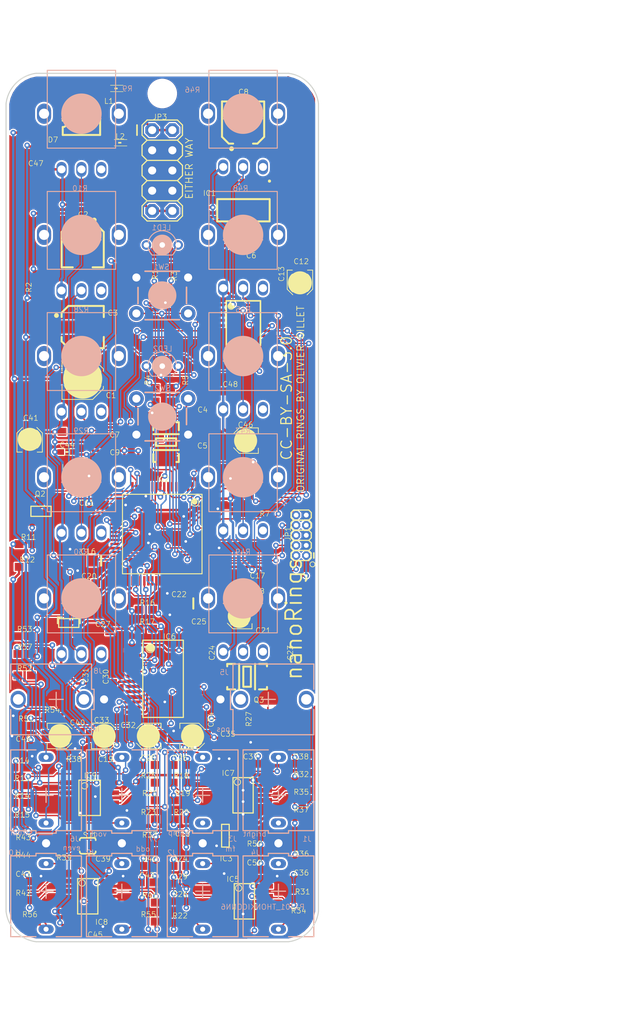
<source format=kicad_pcb>
(kicad_pcb (version 20240108) (generator "pcbnew") (generator_version "8.0")
  (layers (0 "F.Cu" signal) (31 "B.Cu" signal) (34 "B.Paste" user) (35 "F.Paste" user) (36 "B.SilkS" user "B.Silkscreen") (37 "F.SilkS" user "F.Silkscreen") (38 "B.Mask" user) (39 "F.Mask" user) (44 "Edge.Cuts" user))
  (net 0 "")
  (net 1 "+3V3")
  (net 2 "+3V3_A")
  (net 3 "AREF_-10")
  (net 4 "AUX_OUT")
  (net 5 "BOOT_FLASH")
  (net 6 "BRIGHTNESS_ATT")
  (net 7 "BRIGHTNESS_CV")
  (net 8 "BRIGHTNESS_POT")
  (net 9 "CV_NORMALIZATION")
  (net 10 "DAMP_ATT")
  (net 11 "DAMP_CV")
  (net 12 "DAMP_POT")
  (net 13 "FM_CV")
  (net 14 "FREQUENCY_ATT")
  (net 15 "FREQUENCY_POT")
  (net 16 "GEOMETRY_ATT")
  (net 17 "GEOMETRY_CV")
  (net 18 "GEOMETRY_POT")
  (net 19 "GND")
  (net 20 "I2C_SCL")
  (net 21 "I2C_SDA")
  (net 22 "I2S_LRCK")
  (net 23 "I2S_SCK")
  (net 24 "I2S_SIN")
  (net 25 "I2S_SOUT")
  (net 26 "IN_1")
  (net 27 "IN_2")
  (net 28 "JTCK")
  (net 29 "JTDI")
  (net 30 "JTDO")
  (net 31 "JTMS")
  (net 32 "MAIN_OUT")
  (net 33 "MUX_ADDR_0")
  (net 34 "MUX_ADDR_1")
  (net 35 "MUX_ADDR_2")
  (net 36 "MUXED_POTS")
  (net 37 "N$1")
  (net 38 "N$2")
  (net 39 "N$3")
  (net 40 "N$4")
  (net 41 "N$5")
  (net 42 "N$6")
  (net 43 "N$7")
  (net 44 "N$8")
  (net 45 "N$9")
  (net 46 "N$10")
  (net 47 "N$11")
  (net 48 "N$12")
  (net 49 "N$13")
  (net 50 "N$14")
  (net 51 "N$15")
  (net 52 "N$16")
  (net 53 "N$17")
  (net 54 "N$18")
  (net 55 "N$19")
  (net 56 "N$20")
  (net 57 "N$21")
  (net 58 "N$22")
  (net 59 "N$23")
  (net 60 "N$25")
  (net 61 "N$26")
  (net 62 "N$27")
  (net 63 "N$28")
  (net 64 "N$29")
  (net 65 "N$30")
  (net 66 "N$31")
  (net 67 "N$32")
  (net 68 "N$33")
  (net 69 "N$34")
  (net 70 "N$35")
  (net 71 "N$37")
  (net 72 "N$38")
  (net 73 "N$39")
  (net 74 "N$40")
  (net 75 "N$41")
  (net 76 "N$42")
  (net 77 "N$43")
  (net 78 "N$44")
  (net 79 "N$45")
  (net 80 "N$46")
  (net 81 "N$47")
  (net 82 "N$56")
  (net 83 "N$64")
  (net 84 "N$66")
  (net 85 "Net_95")
  (net 86 "Net_96")
  (net 87 "NORMALIZATION_PROBE")
  (net 88 "POSITION_ATT")
  (net 89 "POSITION_CV")
  (net 90 "POSITION_POT")
  (net 91 "RESET")
  (net 92 "STRUM")
  (net 93 "SW_MODE")
  (net 94 "SW_POLYPHONY")
  (net 95 "V_OCT_CV")
  (net 96 "VCC")
  (net 97 "VEE")
  (footprint "nrings:RES_0603_R8" (layer "F.Cu") (at 146.754867 157.073632)
    (property "Reference" "R55" (hide yes))
    (property "Value" "1.0k" (hide yes))
  )
  (footprint "nrings:CAP_0603_C6" (layer "F.Cu") (at 156.7561 134.372366)
    (property "Reference" "C35" (hide yes))
    (property "Value" "100n" (hide yes))
  )
  (footprint "nrings:RES_0603_R8" (layer "F.Cu") (at 131.0386 149.612366)
    (property "Reference" "R44" (hide yes))
    (property "Value" "47k" (hide yes))
  )
  (footprint "nrings:CAP_0603_C6" (layer "F.Cu") (at 158.502367 101.193599)
    (property "Reference" "C10" (hide yes))
    (property "Value" "100n" (hide yes))
  )
  (footprint "nrings:RES_0603_R6" (layer "F.Cu") (at 146.754867 154.692366 180)
    (property "Reference" "R41" (hide yes))
    (property "Value" "47k" (hide yes))
  )
  (footprint "nrings:CAP_0603_C13" (layer "F.Cu") (at 157.3911 113.417366)
    (property "Reference" "C17" (hide yes))
    (property "Value" "100n" (hide yes))
  )
  (footprint "nrings:SSOP28" (layer "F.Cu") (at 148.602033 126.857332 -90)
    (property "Reference" "IC6" (hide yes))
    (property "Value" "WM8731" (hide yes))
  )
  (footprint "nrings:PANASONIC_A_C41" (layer "F.Cu") (at 131.832367 96.431099 90)
    (property "Reference" "C41" (hide yes))
    (property "Value" "10u" (hide yes))
  )
  (footprint "nrings:RES_0603_R6" (layer "F.Cu") (at 131.832367 157.073599 180)
    (property "Reference" "R56" (hide yes))
    (property "Value" "1.0k" (hide yes))
  )
  (footprint "nrings:RES_0603_R8" (layer "F.Cu") (at 150.882367 141.833599)
    (property "Reference" "R19" (hide yes))
    (property "Value" "100k" (hide yes))
  )
  (footprint "nrings:CAP_0603_C13" (layer "F.Cu") (at 157.549867 115.163599)
    (property "Reference" "C18" (hide yes))
    (property "Value" "1u" (hide yes))
  )
  (footprint "nrings:RES_0603_R27" (layer "F.Cu") (at 156.7561 131.514866)
    (property "Reference" "R27" (hide yes))
    (property "Value" "36k" (hide yes))
  )
  (footprint "nrings:RES_0603_R8" (layer "F.Cu") (at 146.9136 150.088599)
    (property "Reference" "R40" (hide yes))
    (property "Value" "6.8k" (hide yes))
  )
  (footprint "nrings:RES_0603_R6" (layer "F.Cu") (at 165.6461 156.597366 180)
    (property "Reference" "R34" (hide yes))
    (property "Value" "100k" (hide yes))
  )
  (footprint "nrings:RES_0603_R8" (layer "F.Cu") (at 165.9636 154.216099)
    (property "Reference" "R31" (hide yes))
    (property "Value" "20k" (hide yes))
  )
  (footprint "nrings:CAP_0603_C7" (layer "F.Cu") (at 142.4686 98.971132 180)
    (property "Reference" "C9" (hide yes))
    (property "Value" "100n" (hide yes))
  )
  (footprint "nrings:PANASONIC_C" (layer "F.Cu") (at 138.499867 88.811099)
    (property "Reference" "C1" (hide yes))
    (property "Value" "22u" (hide yes))
  )
  (footprint "nrings:RES_0603" (layer "F.Cu") (at 149.612367 78.333599 90)
    (property "Reference" "R3" (hide yes))
    (property "Value" "180" (hide yes))
  )
  (footprint "nrings:CAP_0603_C7" (layer "F.Cu") (at 131.0386 135.007366 180)
    (property "Reference" "C49" (hide yes))
    (property "Value" "220p" (hide yes))
  )
  (footprint "nrings:CAP_0603_C44" (layer "F.Cu") (at 136.7536 95.478599)
    (property "Reference" "C44" (hide yes))
    (property "Value" "100n" (hide yes))
  )
  (footprint "nrings:CAP_0603_C7" (layer "F.Cu") (at 132.6261 62.617366 180)
    (property "Reference" "C47" (hide yes))
    (property "Value" "100n" (hide yes))
  )
  (footprint "nrings:CAP_0603_C6" (layer "F.Cu") (at 157.0736 90.398599)
    (property "Reference" "C48" (hide yes))
    (property "Value" "100n" (hide yes))
  )
  (footprint "nrings:RES_0603_R6" (layer "F.Cu") (at 131.197367 123.418632 180)
    (property "Reference" "R57" (hide yes))
    (property "Value" "470k" (hide yes))
  )
  (footprint "nrings:CAP_0603_C7" (layer "F.Cu") (at 159.6136 137.229866 180)
    (property "Reference" "C37" (hide yes))
    (property "Value" "100n" (hide yes))
  )
  (footprint "nrings:RES_0603_R8" (layer "F.Cu") (at 150.7236 157.232366)
    (property "Reference" "R22" (hide yes))
    (property "Value" "100k" (hide yes))
  )
  (footprint "nrings:CAP_0603_C23" (layer "F.Cu") (at 163.582367 126.276099 90)
    (property "Reference" "C23" (hide yes))
    (property "Value" "18p" (hide yes))
  )
  (footprint "nrings:PANASONIC_A" (layer "F.Cu") (at 165.804867 76.746099 -90)
    (property "Reference" "C12" (hide yes))
    (property "Value" "10u" (hide yes))
  )
  (footprint "nrings:RES_0603_R8" (layer "F.Cu") (at 131.0386 147.389866)
    (property "Reference" "R43" (hide yes))
    (property "Value" "6.8k" (hide yes))
  )
  (footprint "nrings:TSC_7A_crystal_Q3" (layer "F.Cu") (at 159.1651 126.276099)
    (property "Reference" "Q3" (hide yes))
    (property "Value" "12.288MHz" (hide yes))
  )
  (footprint "nrings:0603_L3" (layer "F.Cu") (at 136.4361 98.018599 180)
    (property "Reference" "L3" (hide yes))
    (property "Value" "WE-CBF_0603" (hide yes))
  )
  (footprint "nrings:PANASONIC_A_C33" (layer "F.Cu") (at 141.1986 133.737366)
    (property "Reference" "C33" (hide yes))
    (property "Value" "10u" (hide yes))
  )
  (footprint "nrings:RES_0603_R6" (layer "F.Cu") (at 165.9636 143.897366 180)
    (property "Reference" "R37" (hide yes))
    (property "Value" "120k" (hide yes))
  )
  (footprint "nrings:CAP_0603_C7" (layer "F.Cu") (at 142.4686 96.748599 180)
    (property "Reference" "C7" (hide yes))
    (property "Value" "1u" (hide yes))
  )
  (footprint "nrings:CAP_0603_C7" (layer "F.Cu") (at 139.2936 114.528599 180)
    (property "Reference" "C20" (hide yes))
    (property "Value" "100n" (hide yes))
  )
  (footprint "nrings:DBZ_R-PDSO-G3" (layer "F.Cu") (at 156.4386 146.278599 90)
    (property "Reference" "IC3" (hide yes))
    (property "Value" "LM4040B10" (hide yes))
  )
  (footprint "nrings:PANASONIC_A_C32" (layer "F.Cu") (at 146.754867 133.737366 180)
    (property "Reference" "C32" (hide yes))
    (property "Value" "10u" (hide yes))
  )
  (footprint "nrings:RES_0603_R8" (layer "F.Cu") (at 138.6586 101.987366)
    (property "Reference" "R8" (hide yes))
    (property "Value" "10k" (hide yes))
  )
  (footprint "nrings:RES_0603_R6" (layer "F.Cu") (at 165.9636 141.674866 180)
    (property "Reference" "R35" (hide yes))
    (property "Value" "100k" (hide yes))
  )
  (footprint "nrings:RES_0603_R6" (layer "F.Cu") (at 146.754867 144.214866 180)
    (property "Reference" "R23" (hide yes))
    (property "Value" "120k" (hide yes))
  )
  (footprint "nrings:RES_0603_R8" (layer "F.Cu") (at 130.721133 142.151099)
    (property "Reference" "R14" (hide yes))
    (property "Value" "100k" (hide yes))
  )
  (footprint "nrings:RES_0603_R6" (layer "F.Cu") (at 146.437367 120.243599 180)
    (property "Reference" "R17" (hide yes))
    (property "Value" "2.2k" (hide yes))
  )
  (footprint "nrings:RES_0603_R6" (layer "F.Cu") (at 146.437367 117.862366 180)
    (property "Reference" "R16" (hide yes))
    (property "Value" "2.2k" (hide yes))
  )
  (footprint "nrings:CAP_0603" (layer "F.Cu") (at 152.3111 93.891099 180)
    (property "Reference" "C4" (hide yes))
    (property "Value" "18p" (hide yes))
  )
  (footprint "nrings:RES_0603_R6" (layer "F.Cu") (at 131.197367 126.117366 180)
    (property "Reference" "R52" (hide yes))
    (property "Value" "100k" (hide yes))
  )
  (footprint "nrings:RES_0603_R8" (layer "F.Cu") (at 150.882367 144.214866)
    (property "Reference" "R20" (hide yes))
    (property "Value" "120k" (hide yes))
  )
  (footprint "nrings:CAP_0603_C45" (layer "F.Cu") (at 137.3886 157.867366 180)
    (property "Reference" "C45" (hide yes))
    (property "Value" "100n" (hide yes))
  )
  (footprint "nrings:RES_0603_R8" (layer "F.Cu") (at 131.197367 132.467366)
    (property "Reference" "R51" (hide yes))
    (property "Value" "6.8k" (hide yes))
  )
  (footprint "nrings:RES_0603_R6" (layer "F.Cu") (at 165.9636 149.453599 180)
    (property "Reference" "R36" (hide yes))
    (property "Value" "120k" (hide yes))
  )
  (footprint "nrings:CAP_0603_C7" (layer "F.Cu") (at 150.882367 146.913599 180)
    (property "Reference" "C15" (hide yes))
    (property "Value" "100n" (hide yes))
  )
  (footprint "nrings:R1206" (layer "F.Cu") (at 133.102367 77.381099 -90)
    (property "Reference" "R2" (hide yes))
    (property "Value" "4.7" (hide yes))
  )
  (footprint "nrings:PANASONIC_A_C40" (layer "F.Cu") (at 135.642367 133.737366)
    (property "Reference" "C40" (hide yes))
    (property "Value" "10u" (hide yes))
  )
  (footprint "nrings:RES_0603_R8" (layer "F.Cu") (at 131.0386 154.374866)
    (property "Reference" "R42" (hide yes))
    (property "Value" "47k" (hide yes))
  )
  (footprint "nrings:RES_0603_R7" (layer "F.Cu") (at 158.502367 105.479866 180)
    (property "Reference" "R7" (hide yes))
    (property "Value" "10k" (hide yes))
  )
  (footprint "nrings:SOT23" (layer "F.Cu") (at 136.7536 119.449866)
    (property "Reference" "D3" (hide yes))
    (property "Value" "BAT54S" (hide yes))
  )
  (footprint "nrings:RES_0603_R6" (layer "F.Cu") (at 150.7236 139.611099 180)
    (property "Reference" "R18" (hide yes))
    (property "Value" "20k" (hide yes))
  )
  (footprint "nrings:RES_0603_R8" (layer "F.Cu") (at 165.9636 139.452366)
    (property "Reference" "R32" (hide yes))
    (property "Value" "20k" (hide yes))
  )
  (footprint "nrings:PANASONIC_A_C46" (layer "F.Cu") (at 158.9786 96.589866 180)
    (property "Reference" "C46" (hide yes))
    (property "Value" "10u" (hide yes))
  )
  (footprint "nrings:RES_0603" (layer "F.Cu") (at 147.389867 78.333599 90)
    (property "Reference" "R1" (hide yes))
    (property "Value" "180" (hide yes))
  )
  (footprint "nrings:PANASONIC_A_C34" (layer "F.Cu") (at 152.3111 133.737366)
    (property "Reference" "C34" (hide yes))
    (property "Value" "10u" (hide yes))
  )
  (footprint "nrings:TSC_7A_crystal" (layer "F.Cu") (at 148.977367 96.776366 90)
    (property "Reference" "Q1" (hide yes))
    (property "Value" "8MHz" (hide yes))
  )
  (footprint "nrings:RES_0603_R6" (layer "F.Cu") (at 131.3561 112.464866 180)
    (property "Reference" "R12" (hide yes))
    (property "Value" "2.2k" (hide yes))
  )
  (footprint "nrings:SO08_IC9" (layer "F.Cu") (at 139.3536 141.516066 -90)
    (property "Reference" "IC9" (hide yes))
    (property "Value" "MCP6002" (hide yes))
  )
  (footprint "nrings:AVR_ICSP" (layer "F.Cu") (at 148.5011 62.617366)
    (property "Reference" "JP3" (hide yes))
    (property "Value" "M05X2PTH" (hide yes))
  )
  (footprint "nrings:CAP_0603_C24" (layer "F.Cu") (at 155.009867 126.276099 90)
    (property "Reference" "C24" (hide yes))
    (property "Value" "18p" (hide yes))
  )
  (footprint "nrings:CAP_0603_C7" (layer "F.Cu") (at 165.9636 151.834866 180)
    (property "Reference" "C36" (hide yes))
    (property "Value" "10n" (hide yes))
  )
  (footprint "nrings:SOP-4_6.5x2.54" (layer "F.Cu") (at 138.3411 56.746099 90)
    (property "Reference" "D7" (hide yes))
    (property "Value" "MB1S" (hide yes))
  )
  (footprint "nrings:RES_0603_R8" (layer "F.Cu") (at 134.689867 131.356099)
    (property "Reference" "R54" (hide yes))
    (property "Value" "36k" (hide yes))
  )
  (footprint "nrings:TSSOP16" (layer "F.Cu") (at 158.6936 81.463599 -90)
    (property "Reference" "IC4" (hide yes))
    (property "Value" "4051PW" (hide yes))
  )
  (footprint "nrings:CAP_0603_C39" (layer "F.Cu") (at 140.5636 149.929866 180)
    (property "Reference" "C39" (hide yes))
    (property "Value" "100n" (hide yes))
  )
  (footprint "nrings:CAP_0603_C7" (layer "F.Cu") (at 141.039867 120.561099 180)
    (property "Reference" "C27" (hide yes))
    (property "Value" "100n" (hide yes))
  )
  (footprint "nrings:CAP_0603_C6" (layer "F.Cu") (at 146.5961 152.152366)
    (property "Reference" "C42" (hide yes))
    (property "Value" "18p" (hide yes))
  )
  (footprint "nrings:0603_L2" (layer "F.Cu") (at 143.262367 59.124866)
    (property "Reference" "L2" (hide yes))
    (property "Value" "WE-CBF_0603" (hide yes))
  )
  (footprint "nrings:SOT223-4" (layer "F.Cu") (at 158.7036 67.616099 -90)
    (property "Reference" "IC1" (hide yes))
    (property "Value" "LM1117-3.3" (hide yes))
  )
  (footprint "nrings:CAP_0805" (layer "F.Cu") (at 150.4061 117.068599 180)
    (property "Reference" "C22" (hide yes))
    (property "Value" "2.2u" (hide yes))
  )
  (footprint "nrings:RES_0603_R6" (layer "F.Cu") (at 150.7236 154.533599 180)
    (property "Reference" "R26" (hide yes))
    (property "Value" "20k" (hide yes))
  )
  (footprint "nrings:RES_0603_R8" (layer "F.Cu") (at 131.3561 109.607366)
    (property "Reference" "R11" (hide yes))
    (property "Value" "100k" (hide yes))
  )
  (footprint "nrings:RES_0603_R8" (layer "F.Cu") (at 146.754867 139.611099)
    (property "Reference" "R25" (hide yes))
    (property "Value" "20k" (hide yes))
  )
  (footprint "nrings:CAP_0603_C13" (layer "F.Cu") (at 163.264867 78.651099 90)
    (property "Reference" "C13" (hide yes))
    (property "Value" "100n" (hide yes))
  )
  (footprint "nrings:CAP_0603_C7" (layer "F.Cu") (at 165.9636 137.229866 180)
    (property "Reference" "C38" (hide yes))
    (property "Value" "10n" (hide yes))
  )
  (footprint "nrings:CAP_0603_C6" (layer "F.Cu") (at 153.104867 120.243599)
    (property "Reference" "C25" (hide yes))
    (property "Value" "100n" (hide yes))
  )
  (footprint "nrings:CAPAE-5.3x5.3h7" (layer "F.Cu") (at 138.499867 72.142332 -90)
    (property "Reference" "C2" (hide yes))
    (property "Value" "47u" (hide yes))
  )
  (footprint "nrings:CAP_0603_C7" (layer "F.Cu") (at 160.089867 150.564866 180)
    (property "Reference" "C50" (hide yes))
    (property "Value" "100n" (hide yes))
  )
  (footprint "nrings:CAP_0603_C6" (layer "F.Cu") (at 130.7211 137.706099)
    (property "Reference" "C14" (hide yes))
    (property "Value" "2.2n" (hide yes))
  )
  (footprint "nrings:CAPAE-5.3x5.3h7_C8" (layer "F.Cu") (at 158.6611 56.584866 90)
    (property "Reference" "C8" (hide yes))
    (property "Value" "47u" (hide yes))
  )
  (footprint "nrings:SO08_IC7" (layer "F.Cu") (at 158.6011 141.198599 -90)
    (property "Reference" "IC7" (hide yes))
    (property "Value" "MCP6002" (hide yes))
  )
  (footprint "nrings:CAP_0603_C7" (layer "F.Cu") (at 138.6586 105.321099 180)
    (property "Reference" "C11" (hide yes))
    (property "Value" "100n" (hide yes))
  )
  (footprint "nrings:RES_0603_R8" (layer "F.Cu") (at 160.089867 148.183599)
    (property "Reference" "R50" (hide yes))
    (property "Value" "3.3M" (hide yes))
  )
  (footprint "nrings:RES_0603_R5" (layer "F.Cu") (at 149.603833 90.866332 90)
    (property "Reference" "R5" (hide yes))
    (property "Value" "180" (hide yes))
  )
  (footprint "nrings:CAP_0603_C6" (layer "F.Cu") (at 142.309867 126.276099 90)
    (property "Reference" "C30" (hide yes))
    (property "Value" "1u" (hide yes))
  )
  (footprint "nrings:RES_0603_R8" (layer "F.Cu") (at 146.9136 147.072366)
    (property "Reference" "R33" (hide yes))
    (property "Value" "47k" (hide yes))
  )
  (footprint "nrings:SJ_2S-NOTRACE" (layer "F.Cu") (at 139.134867 147.548632)
    (property "Reference" "SJ1" (hide yes))
    (property "Value" "SOLDERJUMPERNC2" (hide yes))
  )
  (footprint "nrings:CAP_0603" (layer "F.Cu") (at 152.469867 98.336099 180)
    (property "Reference" "C5" (hide yes))
    (property "Value" "18p" (hide yes))
  )
  (footprint "nrings:SOT23-BEC" (layer "F.Cu") (at 133.102367 105.479866)
    (property "Reference" "Q2" (hide yes))
    (property "Value" "MMBT3904" (hide yes))
  )
  (footprint "nrings:CAP_0603_C7" (layer "F.Cu") (at 131.0386 151.993599 180)
    (property "Reference" "C43" (hide yes))
    (property "Value" "18p" (hide yes))
  )
  (footprint "nrings:CAP_0603_C6" (layer "F.Cu") (at 159.6136 74.206099)
    (property "Reference" "C6" (hide yes))
    (property "Value" "100n" (hide yes))
  )
  (footprint "nrings:SO08_IC8" (layer "F.Cu") (at 139.0361 153.898599 -90)
    (property "Reference" "IC8" (hide yes))
    (property "Value" "TL072" (hide yes))
  )
  (footprint "nrings:CAP_0603_C7" (layer "F.Cu") (at 141.1986 137.547366 180)
    (property "Reference" "C19" (hide yes))
    (property "Value" "100n" (hide yes))
  )
  (footprint "nrings:0603" (layer "F.Cu") (at 142.7861 52.298599)
    (property "Reference" "L1" (hide yes))
    (property "Value" "WE-CBF_0603" (hide yes))
  )
  (footprint "nrings:2X5-1.27" (layer "F.Cu") (at 165.328633 107.226099 180)
    (property "Reference" "JP1" (hide yes))
    (property "Value" "M05X2MINIJTAG" (hide yes))
  )
  (footprint "nrings:RES_0603_R6" (layer "F.Cu") (at 130.7211 139.928599 180)
    (property "Reference" "R13" (hide yes))
    (property "Value" "47k" (hide yes))
  )
  (footprint "nrings:RES_0603_R4" (layer "F.Cu") (at 147.666333 90.874866 90)
    (property "Reference" "R4" (hide yes))
    (property "Value" "180" (hide yes))
  )
  (footprint "" (layer "F.Cu") (at 148.5011 52.933599)
    (property "Reference" "@HOLE0" (hide yes))
    (property "Value" "")
  )
  (footprint "nrings:CAP_0603_C6" (layer "F.Cu") (at 150.7236 137.388599)
    (property "Reference" "C26" (hide yes))
    (property "Value" "10n" (hide yes))
  )
  (footprint "nrings:RES_0603_R6" (layer "F.Cu") (at 158.502367 103.416099 180)
    (property "Reference" "R6" (hide yes))
    (property "Value" "10k" (hide yes))
  )
  (footprint "nrings:CAP_0805" (layer "F.Cu") (at 138.817367 111.671099 180)
    (property "Reference" "C16" (hide yes))
    (property "Value" "2.2u" (hide yes))
  )
  (footprint "nrings:RES_0603_R8" (layer "F.Cu") (at 150.7236 150.088599)
    (property "Reference" "R24" (hide yes))
    (property "Value" "120k" (hide yes))
  )
  (footprint "nrings:RES_0603_R6" (layer "F.Cu") (at 137.3886 137.547366 180)
    (property "Reference" "R38" (hide yes))
    (property "Value" "47k" (hide yes))
  )
  (footprint "nrings:CAP_0603_C6" (layer "F.Cu") (at 150.7236 152.311099)
    (property "Reference" "C29" (hide yes))
    (property "Value" "2.2n" (hide yes))
  )
  (footprint "nrings:CAP_0603_C6" (layer "F.Cu") (at 139.769867 126.276099 90)
    (property "Reference" "C31" (hide yes))
    (property "Value" "100n" (hide yes))
  )
  (footprint "nrings:RES_0603_R6" (layer "F.Cu") (at 131.197367 121.196099 180)
    (property "Reference" "R53" (hide yes))
    (property "Value" "1M" (hide yes))
  )
  (footprint "nrings:PANASONIC_A_C21" (layer "F.Cu") (at 158.184867 118.656099 180)
    (property "Reference" "C21" (hide yes))
    (property "Value" "10u" (hide yes))
  )
  (footprint "nrings:RES_0603_R6" (layer "F.Cu") (at 146.754867 141.833599 180)
    (property "Reference" "R21" (hide yes))
    (property "Value" "100k" (hide yes))
  )
  (footprint "nrings:RES_0603_R8" (layer "F.Cu") (at 130.721133 144.532366)
    (property "Reference" "R15" (hide yes))
    (property "Value" "180k" (hide yes))
  )
  (footprint "nrings:CAPAE-5.3x5.3h7_C3" (layer "F.Cu") (at 138.499833 82.302366)
    (property "Reference" "C3" (hide yes))
    (property "Value" "47u" (hide yes))
  )
  (footprint "nrings:RES_0603_R39" (layer "F.Cu") (at 136.7536 149.929866 180)
    (property "Reference" "R39" (hide yes))
    (property "Value" "47k" (hide yes))
  )
  (footprint "nrings:SO08" (layer "F.Cu") (at 158.7211 154.533599 -90)
    (property "Reference" "IC5" (hide yes))
    (property "Value" "MCP6002" (hide yes))
  )
  (footprint "nrings:CAP_0603_C7" (layer "F.Cu") (at 146.754867 137.388599 180)
    (property "Reference" "C28" (hide yes))
    (property "Value" "10n" (hide yes))
  )
  (footprint "nrings:TQFP-10X10-64" (layer "F.Cu") (at 148.5011 108.337332 -90)
    (property "Reference" "IC2" (hide yes))
    (property "Value" "STM32F405RGT6" (hide yes))
  )
  (footprint "nrings:Thonkiconn_J9" (layer "B.Cu") (at 143.4211 153.263591 180)
    (property "Reference" "J9" (hide yes))
    (property "Value" "PJ301_THONKICONN6" (hide yes))
  )
  (footprint "nrings:Thonkiconn_J2" (layer "B.Cu") (at 153.5811 153.263591 180)
    (property "Reference" "J2" (hide yes))
    (property "Value" "PJ301_THONKICONN6" (hide yes))
  )
  (footprint "nrings:ALPS_POT_VERTICAL_PS_R10" (layer "B.Cu") (at 138.3411 101.193599)
    (property "Reference" "R29" (hide yes))
    (property "Value" "10kB" (hide yes))
  )
  (footprint "nrings:ALPS_POT_VERTICAL" (layer "B.Cu") (at 158.6611 70.713599)
    (property "Reference" "R48" (hide yes))
    (property "Value" "10kB" (hide yes))
  )
  (footprint "nrings:ALPS_POT_VERTICAL_PS_R10" (layer "B.Cu") (at 138.3411 116.433599)
    (property "Reference" "R30" (hide yes))
    (property "Value" "10kB" (hide yes))
  )
  (footprint "nrings:ALPS_POT_VERTICAL_PS_R10" (layer "B.Cu") (at 138.3411 70.713599)
    (property "Reference" "R10" (hide yes))
    (property "Value" "10kB" (hide yes))
  )
  (footprint "nrings:Thonkiconn_J5" (layer "B.Cu") (at 161.8361 129.133599 -90)
    (property "Reference" "J5" (hide yes))
    (property "Value" "PJ301_THONKICONN6" (hide yes))
  )
  (footprint "nrings:LED-BICOLOR-THROUGHHOLE" (layer "B.Cu") (at 148.5011 87.223606 180)
    (property "Reference" "LED2" (hide yes))
    (property "Value" "WP115VEGW" (hide yes))
  )
  (footprint "nrings:Thonkiconn" (layer "B.Cu") (at 163.1061 141.198607)
    (property "Reference" "J1" (hide yes))
    (property "Value" "PJ301_THONKICONN6" (hide yes))
  )
  (footprint "nrings:TACTILE-PTH" (layer "B.Cu") (at 148.5011 78.333599 180)
    (property "Reference" "SW1" (hide yes))
    (property "Value" "TAC_SWITCHPTH" (hide yes))
  )
  (footprint "nrings:Thonkiconn_J5" (layer "B.Cu") (at 135.1661 129.133599 90)
    (property "Reference" "J8" (hide yes))
    (property "Value" "PJ301_THONKICONN6" (hide yes))
  )
  (footprint "nrings:Thonkiconn" (layer "B.Cu") (at 143.4211 141.198607)
    (property "Reference" "J7" (hide yes))
    (property "Value" "PJ301_THONKICONN6" (hide yes))
  )
  (footprint "nrings:ALPS_POT_VERTICAL" (layer "B.Cu") (at 158.6611 116.433599)
    (property "Reference" "R49" (hide yes))
    (property "Value" "10kB" (hide yes))
  )
  (footprint "nrings:ALPS_POT_VERTICAL_R46" (layer "B.Cu") (at 158.6611 55.473599)
    (property "Reference" "R46" (hide yes))
    (property "Value" "10kB" (hide yes))
  )
  (footprint "nrings:Thonkiconn_J2" (layer "B.Cu") (at 133.8961 153.263591 180)
    (property "Reference" "J10" (hide yes))
    (property "Value" "PJ301_THONKICONN6" (hide yes))
  )
  (footprint "nrings:LED-BICOLOR-THROUGHHOLE" (layer "B.Cu") (at 148.5011 71.983606 180)
    (property "Reference" "LED1" (hide yes))
    (property "Value" "WP115VEGW" (hide yes))
  )
  (footprint "nrings:ALPS_POT_VERTICAL_PS_R10" (layer "B.Cu") (at 138.3411 85.953599)
    (property "Reference" "R28" (hide yes))
    (property "Value" "10kB" (hide yes))
  )
  (footprint "nrings:TACTILE-PTH_SW2" (layer "B.Cu") (at 148.5011 93.573599)
    (property "Reference" "SW2" (hide yes))
    (property "Value" "TAC_SWITCHPTH" (hide yes))
  )
  (footprint "nrings:Thonkiconn_J4" (layer "B.Cu") (at 163.1061 153.263591 180)
    (property "Reference" "J4" (hide yes))
    (property "Value" "PJ301_THONKICONN6" (hide yes))
  )
  (footprint "nrings:Thonkiconn" (layer "B.Cu") (at 133.8961 141.198607)
    (property "Reference" "J6" (hide yes))
    (property "Value" "PJ301_THONKICONN6" (hide yes))
  )
  (footprint "nrings:ALPS_POT_VERTICAL_PS" (layer "B.Cu") (at 138.3411 55.473599)
    (property "Reference" "R9" (hide yes))
    (property "Value" "10kB" (hide yes))
  )
  (footprint "nrings:Thonkiconn" (layer "B.Cu") (at 153.5811 141.198607)
    (property "Reference" "J3" (hide yes))
    (property "Value" "PJ301_THONKICONN6" (hide yes))
  )
  (footprint "nrings:ALPS_POT_VERTICAL" (layer "B.Cu") (at 158.6611 101.193599)
    (property "Reference" "R47" (hide yes))
    (property "Value" "10kB" (hide yes))
  )
  (footprint "nrings:ALPS_POT_VERTICAL" (layer "B.Cu") (at 158.6611 85.953599)
    (property "Reference" "R45" (hide yes))
    (property "Value" "10kB" (hide yes))
  )
  (gr_circle (center 138.7381 140.007599) (end 139.1351 140.007599) (fill none) (layer "F.SilkS"))
  (gr_line (start 157.3911 138.975599) (end 159.9311 138.975599) (stroke (width 0.152)) (layer "F.SilkS"))
  (gr_line (start 131.9911 104.844599) (end 134.5311 104.844599) (stroke (width 0.152)) (layer "F.SilkS"))
  (gr_line (start 131.9911 106.114599) (end 131.9911 104.844599) (stroke (width 0.152)) (layer "F.SilkS"))
  (gr_line (start 134.5311 106.114599) (end 131.9911 106.114599) (stroke (width 0.152)) (layer "F.SilkS"))
  (gr_line (start 155.9621 147.707599) (end 155.9621 144.849599) (stroke (width 0.152)) (layer "F.SilkS"))
  (gr_line (start 159.9311 143.421599) (end 157.3911 143.421599) (stroke (width 0.152)) (layer "F.SilkS"))
  (gr_line (start 156.9151 144.849599) (end 156.9151 147.707599) (stroke (width 0.152)) (layer "F.SilkS"))
  (gr_circle (center 146.9931 122.704599) (end 147.5491 122.704599) (fill none) (layer "F.SilkS"))
  (gr_circle (center 157.9471 139.531599) (end 158.3441 139.531599) (fill none) (layer "F.SilkS"))
  (gr_line (start 140.7221 139.293599) (end 140.7221 143.738599) (stroke (width 0.152)) (layer "F.SilkS"))
  (gr_line (start 140.7221 143.738599) (end 138.0231 143.738599) (stroke (width 0.152)) (layer "F.SilkS"))
  (gr_line (start 160.0901 156.756599) (end 157.5501 156.756599) (stroke (width 0.152)) (layer "F.SilkS"))
  (gr_line (start 156.9151 147.707599) (end 155.9621 147.707599) (stroke (width 0.152)) (layer "F.SilkS"))
  (gr_circle (center 138.4201 152.231599) (end 138.8171 152.231599) (fill none) (layer "F.SilkS"))
  (gr_circle (center 167.3921 112.147599) (end 167.7091 112.147599) (fill none) (layer "F.SilkS"))
  (gr_line (start 138.0231 118.973599) (end 138.0231 120.084599) (stroke (width 0.152)) (layer "F.SilkS"))
  (gr_line (start 137.8651 156.120599) (end 137.8651 151.675599) (stroke (width 0.152)) (layer "F.SilkS"))
  (gr_circle (center 158.1051 152.866599) (end 158.5021 152.866599) (fill none) (layer "F.SilkS"))
  (gr_line (start 138.0231 139.293599) (end 140.7221 139.293599) (stroke (width 0.152)) (layer "F.SilkS"))
  (gr_line (start 138.0231 143.738599) (end 138.0231 139.293599) (stroke (width 0.152)) (layer "F.SilkS"))
  (gr_line (start 157.5501 152.310599) (end 160.0901 152.310599) (stroke (width 0.152)) (layer "F.SilkS"))
  (gr_line (start 140.4051 151.675599) (end 140.4051 156.120599) (stroke (width 0.152)) (layer "F.SilkS"))
  (gr_line (start 137.8651 151.675599) (end 140.4051 151.675599) (stroke (width 0.152)) (layer "F.SilkS"))
  (gr_line (start 160.0901 152.310599) (end 160.0901 156.756599) (stroke (width 0.152)) (layer "F.SilkS"))
  (gr_line (start 155.9621 144.849599) (end 156.9151 144.849599) (stroke (width 0.152)) (layer "F.SilkS"))
  (gr_line (start 135.4831 118.973599) (end 138.0231 118.973599) (stroke (width 0.152)) (layer "F.SilkS"))
  (gr_line (start 135.4831 120.084599) (end 135.4831 118.973599) (stroke (width 0.152)) (layer "F.SilkS"))
  (gr_circle (center 152.6291 104.368599) (end 153.1051 104.368599) (fill none) (layer "F.SilkS"))
  (gr_line (start 159.9311 138.975599) (end 159.9311 143.421599) (stroke (width 0.152)) (layer "F.SilkS"))
  (gr_line (start 134.5311 104.844599) (end 134.5311 106.114599) (stroke (width 0.152)) (layer "F.SilkS"))
  (gr_circle (center 157.1531 79.682599) (end 157.5501 79.682599) (fill none) (layer "F.SilkS"))
  (gr_line (start 140.4051 156.120599) (end 137.8651 156.120599) (stroke (width 0.152)) (layer "F.SilkS"))
  (gr_line (start 138.0231 120.084599) (end 135.4831 120.084599) (stroke (width 0.152)) (layer "F.SilkS"))
  (gr_line (start 157.3911 143.421599) (end 157.3911 138.975599) (stroke (width 0.152)) (layer "F.SilkS"))
  (gr_line (start 157.5501 156.756599) (end 157.5501 152.310599) (stroke (width 0.152)) (layer "F.SilkS"))
  (gr_arc (start 132.6261 159.6136) (mid 130.094485 158.351985) (end 128.8671 155.803599) (stroke (width 0.14)) (layer "Edge.Cuts"))
  (gr_line (start 164.3761 50.393599) (end 132.6261 50.393599) (stroke (width 0.14)) (layer "Edge.Cuts"))
  (gr_line (start 168.1351 155.803599) (end 168.1351 54.203599) (stroke (width 0.14)) (layer "Edge.Cuts"))
  (gr_line (start 128.8671 54.203599) (end 128.8671 155.803599) (stroke (width 0.14)) (layer "Edge.Cuts"))
  (gr_arc (start 168.135099 155.803599) (mid 166.907714 158.351985) (end 164.3761 159.613599) (stroke (width 0.14)) (layer "Edge.Cuts"))
  (gr_arc (start 128.8671 54.2036) (mid 130.094485 51.655214) (end 132.6261 50.393599) (stroke (width 0.14)) (layer "Edge.Cuts"))
  (gr_line (start 132.6261 159.613599) (end 164.3761 159.613599) (stroke (width 0.14)) (layer "Edge.Cuts"))
  (gr_arc (start 164.376099 50.393599) (mid 166.907714 51.655213) (end 168.1351 54.203599) (stroke (width 0.14)) (layer "Edge.Cuts"))
  (gr_text "JM" (at 160.7181 130.081599 0) (layer "F.Cu") (effects (font (size 1.7766 1.7766) (thickness 0.1974)) (justify left top)))
  (gr_text "" (at 129.4511 145.643599 0) (layer "B.SilkS") (effects (font (size 0.001 0.001)) (justify left mirror)))
  (gr_text "" (at 144.6911 145.960599 0) (layer "B.SilkS") (effects (font (size 0.001 0.001)) (justify left mirror)))
  (gr_text "" (at 164.3761 148.818599 360) (layer "B.SilkS") (effects (font (size 0.001 0.001)) (justify left mirror)))
  (gr_text "" (at 137.2411 117.058599 0) (layer "B.SilkS") (effects (font (size 0.001 0.001)) (justify left mirror)))
  (gr_text "R46" (at 153.3121 52.870599 360) (layer "B.SilkS") (effects (font (size 0.666 0.666) (thickness 0.074)) (justify left bottom mirror)))
  (gr_text "R10" (at 139.1781 65.253599 360) (layer "B.SilkS") (effects (font (size 0.666 0.666) (thickness 0.074)) (justify left bottom mirror)))
  (gr_text "" (at 156.2111 101.818599 0) (layer "B.SilkS") (effects (font (size 0.001 0.001)) (justify left mirror)))
  (gr_text "" (at 157.5621 56.098599 0) (layer "B.SilkS") (effects (font (size 0.001 0.001)) (justify left mirror)))
  (gr_text "" (at 154.8511 148.818599 360) (layer "B.SilkS") (effects (font (size 0.001 0.001)) (justify left mirror)))
  (gr_text "" (at 134.7861 153.259599 360) (layer "B.SilkS") (effects (font (size 0.001 0.001)) (justify left mirror)))
  (gr_text "" (at 151.5491 94.571599 0) (layer "B.SilkS") (effects (font (size 0.001 0.001)) (justify left mirror)))
  (gr_text "R49" (at 159.6621 110.973599 360) (layer "B.SilkS") (effects (font (size 0.666 0.666) (thickness 0.074)) (justify left bottom mirror)))
  (gr_text "" (at 142.6361 120.763599 0) (layer "B.SilkS") (effects (font (size 0.001 0.001)) (justify left mirror)))
  (gr_text "" (at 149.1361 158.978599 360) (layer "B.SilkS") (effects (font (size 0.001 0.001)) (justify left mirror)))
  (gr_text "" (at 144.6911 148.818599 360) (layer "B.SilkS") (effects (font (size 0.001 0.001)) (justify left mirror)))
  (gr_text "" (at 147.8661 135.483599 0) (layer "B.SilkS") (effects (font (size 0.001 0.001)) (justify left mirror)))
  (gr_text "R28" (at 139.3421 80.493599 360) (layer "B.SilkS") (effects (font (size 0.666 0.666) (thickness 0.074)) (justify left bottom mirror)))
  (gr_text "R45" (at 159.6801 80.493599 360) (layer "B.SilkS") (effects (font (size 0.666 0.666) (thickness 0.074)) (justify left bottom mirror)))
  (gr_text "" (at 154.4711 153.259599 360) (layer "B.SilkS") (effects (font (size 0.001 0.001)) (justify left mirror)))
  (gr_text "" (at 150.6601 81.381599 360) (layer "B.SilkS") (effects (font (size 0.001 0.001)) (justify left mirror)))
  (gr_text "J3" (at 157.9461 147.072599 360) (layer "B.SilkS") (effects (font (size 0.666 0.666) (thickness 0.074)) (justify left bottom mirror)))
  (gr_text "" (at 163.1061 154.147599 360) (layer "B.SilkS") (effects (font (size 0.001 0.001)) (justify left mirror)))
  (gr_text "" (at 161.8331 128.243975 270) (layer "B.SilkS") (effects (font (size 0.001 0.001)) (justify left mirror)))
  (gr_text "J10" (at 131.0091 148.799599 360) (layer "B.SilkS") (effects (font (size 0.666 0.666) (thickness 0.074)) (justify left bottom mirror)))
  (gr_text "" (at 134.0461 80.493599 0) (layer "B.SilkS") (effects (font (size 0.001 0.001)) (justify left mirror)))
  (gr_text "" (at 143.4211 140.314599 0) (layer "B.SilkS") (effects (font (size 0.001 0.001)) (justify left mirror)))
  (gr_text "" (at 140.8811 103.733599 0) (layer "B.SilkS") (effects (font (size 0.001 0.001)) (justify left mirror)))
  (gr_text "" (at 134.0461 110.973599 0) (layer "B.SilkS") (effects (font (size 0.001 0.001)) (justify left mirror)))
  (gr_text "" (at 162.9571 120.762599 0) (layer "B.SilkS") (effects (font (size 0.001 0.001)) (justify left mirror)))
  (gr_text "" (at 149.7711 73.253599 360) (layer "B.SilkS") (effects (font (size 0.001 0.001)) (justify left mirror)))
  (gr_text "odd" (at 147.0291 147.548599 360) (layer "B.SilkS") (effects (font (size 0.666 0.666) (thickness 0.074)) (justify left top mirror)))
  (gr_text "bright" (at 161.6441 145.662599 360) (layer "B.SilkS") (effects (font (size 0.666 0.666) (thickness 0.074)) (justify left top mirror)))
  (gr_text "" (at 132.6261 148.501599 360) (layer "B.SilkS") (effects (font (size 0.001 0.001)) (justify left mirror)))
  (gr_text "" (at 151.5491 77.305599 360) (layer "B.SilkS") (effects (font (size 0.001 0.001)) (justify left mirror)))
  (gr_text "J9" (at 140.1481 148.799599 360) (layer "B.SilkS") (effects (font (size 0.666 0.666) (thickness 0.074)) (justify left bottom mirror)))
  (gr_text "" (at 140.8811 73.253599 0) (layer "B.SilkS") (effects (font (size 0.001 0.001)) (justify left mirror)))
  (gr_text "" (at 164.3761 145.643599 0) (layer "B.SilkS") (effects (font (size 0.001 0.001)) (justify left mirror)))
  (gr_text "" (at 161.2011 118.973599 0) (layer "B.SilkS") (effects (font (size 0.001 0.001)) (justify left mirror)))
  (gr_text "" (at 162.2161 141.202599 0) (layer "B.SilkS") (effects (font (size 0.001 0.001)) (justify left mirror)))
  (gr_text "" (at 139.9281 127.863599 0) (layer "B.SilkS") (effects (font (size 0.001 0.001)) (justify left mirror)))
  (gr_text "" (at 135.1661 148.818599 360) (layer "B.SilkS") (effects (font (size 0.001 0.001)) (justify left mirror)))
  (gr_text "R48" (at 159.3621 65.253599 360) (layer "B.SilkS") (effects (font (size 0.666 0.666) (thickness 0.074)) (justify left bottom mirror)))
  (gr_text "" (at 164.3761 148.818599 360) (layer "B.SilkS") (effects (font (size 0.001 0.001)) (justify left mirror)))
  (gr_text "" (at 158.6611 158.978599 360) (layer "B.SilkS") (effects (font (size 0.001 0.001)) (justify left mirror)))
  (gr_text "" (at 135.8911 71.338599 0) (layer "B.SilkS") (effects (font (size 0.001 0.001)) (justify left mirror)))
  (gr_text "" (at 142.6361 59.803599 0) (layer "B.SilkS") (effects (font (size 0.001 0.001)) (justify left mirror)))
  (gr_text "" (at 154.8511 145.643599 0) (layer "B.SilkS") (effects (font (size 0.001 0.001)) (justify left mirror)))
  (gr_text "" (at 135.8911 86.578599 0) (layer "B.SilkS") (effects (font (size 0.001 0.001)) (justify left mirror)))
  (gr_text "" (at 149.1361 145.643599 0) (layer "B.SilkS") (effects (font (size 0.001 0.001)) (justify left mirror)))
  (gr_text "" (at 149.7711 88.493599 360) (layer "B.SilkS") (effects (font (size 0.001 0.001)) (justify left mirror)))
  (gr_text "" (at 147.2011 70.683599 360) (layer "B.SilkS") (effects (font (size 0.001 0.001)) (justify left mirror)))
  (gr_text "" (at 157.5621 117.058599 0) (layer "B.SilkS") (effects (font (size 0.001 0.001)) (justify left mirror)))
  (gr_text "" (at 142.6361 75.043599 0) (layer "B.SilkS") (effects (font (size 0.001 0.001)) (justify left mirror)))
  (gr_text "LED2" (at 149.8201 85.427599 360) (layer "B.SilkS") (effects (font (size 0.666 0.666) (thickness 0.074)) (justify left bottom mirror)))
  (gr_text "" (at 142.6361 65.253599 0) (layer "B.SilkS") (effects (font (size 0.001 0.001)) (justify left mirror)))
  (gr_text "" (at 135.1661 145.643599 0) (layer "B.SilkS") (effects (font (size 0.001 0.001)) (justify left mirror)))
  (gr_text "" (at 146.3421 75.285599 360) (layer "B.SilkS") (effects (font (size 0.001 0.001)) (justify left mirror)))
  (gr_text "" (at 167.5511 135.483599 0) (layer "B.SilkS") (effects (font (size 0.001 0.001)) (justify left mirror)))
  (gr_text "" (at 144.6911 145.643599 0) (layer "B.SilkS") (effects (font (size 0.001 0.001)) (justify left mirror)))
  (gr_text "" (at 161.8361 145.643599 0) (layer "B.SilkS") (effects (font (size 0.001 0.001)) (justify left mirror)))
  (gr_text "" (at 167.5511 148.818599 360) (layer "B.SilkS") (effects (font (size 0.001 0.001)) (justify left mirror)))
  (gr_text "" (at 162.9571 75.042599 0) (layer "B.SilkS") (effects (font (size 0.001 0.001)) (justify left mirror)))
  (gr_text "" (at 156.2111 56.098599 0) (layer "B.SilkS") (effects (font (size 0.001 0.001)) (justify left mirror)))
  (gr_text "" (at 137.2411 101.818599 0) (layer "B.SilkS") (effects (font (size 0.001 0.001)) (justify left mirror)))
  (gr_text "" (at 161.8361 148.818599 360) (layer "B.SilkS") (effects (font (size 0.001 0.001)) (justify left mirror)))
  (gr_text "" (at 138.9761 158.978599 360) (layer "B.SilkS") (effects (font (size 0.001 0.001)) (justify left mirror)))
  (gr_text "" (at 156.2111 117.058599 0) (layer "B.SilkS") (effects (font (size 0.001 0.001)) (justify left mirror)))
  (gr_text "" (at 137.2411 71.338599 0) (layer "B.SilkS") (effects (font (size 0.001 0.001)) (justify left mirror)))
  (gr_text "" (at 138.3411 135.483599 0) (layer "B.SilkS") (effects (font (size 0.001 0.001)) (justify left mirror)))
  (gr_text "" (at 161.2011 58.013599 0) (layer "B.SilkS") (effects (font (size 0.001 0.001)) (justify left mirror)))
  (gr_text "" (at 152.3111 145.643599 0) (layer "B.SilkS") (effects (font (size 0.001 0.001)) (justify left mirror)))
  (gr_text "in" (at 140.6831 132.467599 360) (layer "B.SilkS") (effects (font (size 0.666 0.666) (thickness 0.074)) (justify left top mirror)))
  (gr_text "" (at 162.9571 105.522599 0) (layer "B.SilkS") (effects (font (size 0.001 0.001)) (justify left mirror)))
  (gr_text "" (at 167.5511 130.403975 270) (layer "B.SilkS") (effects (font (size 0.001 0.001)) (justify left mirror)))
  (gr_text "pos" (at 157.0891 132.467599 360) (layer "B.SilkS") (effects (font (size 0.666 0.666) (thickness 0.074)) (justify left top mirror)))
  (gr_text "" (at 140.8811 58.013599 0) (layer "B.SilkS") (effects (font (size 0.001 0.001)) (justify left mirror)))
  (gr_text "J6" (at 138.0841 147.072599 360) (layer "B.SilkS") (effects (font (size 0.666 0.666) (thickness 0.074)) (justify left bottom mirror)))
  (gr_text "" (at 161.2011 88.493599 0) (layer "B.SilkS") (effects (font (size 0.001 0.001)) (justify left mirror)))
  (gr_text "" (at 147.2011 85.923599 360) (layer "B.SilkS") (effects (font (size 0.001 0.001)) (justify left mirror)))
  (gr_text "" (at 157.5621 56.098599 0) (layer "B.SilkS") (effects (font (size 0.001 0.001)) (justify left mirror)))
  (gr_text "" (at 139.6111 130.403599 0) (layer "B.SilkS") (effects (font (size 0.001 0.001)) (justify left mirror)))
  (gr_text "" (at 154.8511 135.483599 0) (layer "B.SilkS") (effects (font (size 0.001 0.001)) (justify left mirror)))
  (gr_text "" (at 154.3651 95.733599 0) (layer "B.SilkS") (effects (font (size 0.001 0.001)) (justify left mirror)))
  (gr_text "" (at 154.3651 110.973599 0) (layer "B.SilkS") (effects (font (size 0.001 0.001)) (justify left mirror)))
  (gr_text "" (at 135.1661 148.818599 360) (layer "B.SilkS") (effects (font (size 0.001 0.001)) (justify left mirror)))
  (gr_text "" (at 142.1511 145.643599 0) (layer "B.SilkS") (effects (font (size 0.001 0.001)) (justify left mirror)))
  (gr_text "" (at 132.6261 145.643599 0) (layer "B.SilkS") (effects (font (size 0.001 0.001)) (justify left mirror)))
  (gr_text "" (at 157.3911 127.863975 270) (layer "B.SilkS") (effects (font (size 0.001 0.001)) (justify left mirror)))
  (gr_text "" (at 154.3651 50.013599 0) (layer "B.SilkS") (effects (font (size 0.001 0.001)) (justify left mirror)))
  (gr_text "" (at 157.3911 127.863975 270) (layer "B.SilkS") (effects (font (size 0.001 0.001)) (justify left mirror)))
  (gr_text "J1" (at 167.3071 147.072599 360) (layer "B.SilkS") (effects (font (size 0.666 0.666) (thickness 0.074)) (justify left bottom mirror)))
  (gr_text "" (at 134.0461 65.253599 0) (layer "B.SilkS") (effects (font (size 0.001 0.001)) (justify left mirror)))
  (gr_text "" (at 163.9961 153.259599 360) (layer "B.SilkS") (effects (font (size 0.001 0.001)) (justify left mirror)))
  (gr_text "" (at 154.8511 145.960599 0) (layer "B.SilkS") (effects (font (size 0.001 0.001)) (justify left mirror)))
  (gr_text "" (at 152.6911 141.202599 0) (layer "B.SilkS") (effects (font (size 0.001 0.001)) (justify left mirror)))
  (gr_text "" (at 162.9571 110.973599 0) (layer "B.SilkS") (effects (font (size 0.001 0.001)) (justify left mirror)))
  (gr_text "" (at 157.5621 101.818599 0) (layer "B.SilkS") (effects (font (size 0.001 0.001)) (justify left mirror)))
  (gr_text "" (at 132.6261 145.960599 0) (layer "B.SilkS") (effects (font (size 0.001 0.001)) (justify left mirror)))
  (gr_text "" (at 154.3651 80.493599 0) (layer "B.SilkS") (effects (font (size 0.001 0.001)) (justify left mirror)))
  (gr_text "" (at 162.9571 95.733599 0) (layer "B.SilkS") (effects (font (size 0.001 0.001)) (justify left mirror)))
  (gr_text "" (at 137.2411 86.578599 0) (layer "B.SilkS") (effects (font (size 0.001 0.001)) (justify left mirror)))
  (gr_text "" (at 142.6361 50.013599 0) (layer "B.SilkS") (effects (font (size 0.001 0.001)) (justify left mirror)))
  (gr_text "" (at 154.3651 120.762599 0) (layer "B.SilkS") (effects (font (size 0.001 0.001)) (justify left mirror)))
  (gr_text "voct" (at 141.5781 145.662599 360) (layer "B.SilkS") (effects (font (size 0.666 0.666) (thickness 0.074)) (justify left top mirror)))
  (gr_text "" (at 134.0461 90.283599 0) (layer "B.SilkS") (effects (font (size 0.001 0.001)) (justify left mirror)))
  (gr_text "" (at 150.6601 96.621599 0) (layer "B.SilkS") (effects (font (size 0.001 0.001)) (justify left mirror)))
  (gr_text "" (at 134.0461 75.043599 0) (layer "B.SilkS") (effects (font (size 0.001 0.001)) (justify left mirror)))
  (gr_text "damp" (at 151.9751 145.503599 360) (layer "B.SilkS") (effects (font (size 0.666 0.666) (thickness 0.074)) (justify left top mirror)))
  (gr_text "" (at 144.3111 153.259599 360) (layer "B.SilkS") (effects (font (size 0.001 0.001)) (justify left mirror)))
  (gr_text "" (at 145.4531 77.335599 360) (layer "B.SilkS") (effects (font (size 0.001 0.001)) (justify left mirror)))
  (gr_text "" (at 161.8361 135.483599 0) (layer "B.SilkS") (effects (font (size 0.001 0.001)) (justify left mirror)))
  (gr_text "" (at 137.2411 86.578599 0) (layer "B.SilkS") (effects (font (size 0.001 0.001)) (justify left mirror)))
  (gr_text "" (at 143.4211 154.147599 360) (layer "B.SilkS") (effects (font (size 0.001 0.001)) (justify left mirror)))
  (gr_text "" (at 157.5621 71.338599 0) (layer "B.SilkS") (effects (font (size 0.001 0.001)) (justify left mirror)))
  (gr_text "" (at 146.3421 90.525599 0) (layer "B.SilkS") (effects (font (size 0.001 0.001)) (justify left mirror)))
  (gr_text "" (at 161.8361 145.643599 0) (layer "B.SilkS") (effects (font (size 0.001 0.001)) (justify left mirror)))
  (gr_text "" (at 129.4511 127.863599 0) (layer "B.SilkS") (effects (font (size 0.001 0.001)) (justify left mirror)))
  (gr_text "" (at 154.3651 59.802599 0) (layer "B.SilkS") (effects (font (size 0.001 0.001)) (justify left mirror)))
  (gr_text "" (at 157.5621 86.578599 0) (layer "B.SilkS") (effects (font (size 0.001 0.001)) (justify left mirror)))
  (gr_text "J5" (at 156.9111 126.117599 360) (layer "B.SilkS") (effects (font (size 0.666 0.666) (thickness 0.074)) (justify left bottom mirror)))
  (gr_text "" (at 158.6611 145.643599 0) (layer "B.SilkS") (effects (font (size 0.001 0.001)) (justify left mirror)))
  (gr_text "" (at 135.1661 148.501599 360) (layer "B.SilkS") (effects (font (size 0.001 0.001)) (justify left mirror)))
  (gr_text "" (at 139.9281 130.403599 0) (layer "B.SilkS") (effects (font (size 0.001 0.001)) (justify left mirror)))
  (gr_text "" (at 135.1661 135.483599 0) (layer "B.SilkS") (effects (font (size 0.001 0.001)) (justify left mirror)))
  (gr_text "" (at 158.0261 135.483599 0) (layer "B.SilkS") (effects (font (size 0.001 0.001)) (justify left mirror)))
  (gr_text "J8" (at 141.0421 125.958599 360) (layer "B.SilkS") (effects (font (size 0.666 0.666) (thickness 0.074)) (justify left bottom mirror)))
  (gr_text "" (at 154.8511 148.818599 360) (layer "B.SilkS") (effects (font (size 0.001 0.001)) (justify left mirror)))
  (gr_text "" (at 134.0461 105.523599 0) (layer "B.SilkS") (effects (font (size 0.001 0.001)) (justify left mirror)))
  (gr_text "" (at 152.3111 145.960599 0) (layer "B.SilkS") (effects (font (size 0.001 0.001)) (justify left mirror)))
  (gr_text "" (at 137.2411 71.338599 0) (layer "B.SilkS") (effects (font (size 0.001 0.001)) (justify left mirror)))
  (gr_text "" (at 164.3761 135.483599 0) (layer "B.SilkS") (effects (font (size 0.001 0.001)) (justify left mirror)))
  (gr_text "" (at 149.7711 88.493599 360) (layer "B.SilkS") (effects (font (size 0.001 0.001)) (justify left mirror)))
  (gr_text "R30" (at 139.3421 110.973599 360) (layer "B.SilkS") (effects (font (size 0.666 0.666) (thickness 0.074)) (justify left bottom mirror)))
  (gr_text "" (at 142.1511 145.960599 0) (layer "B.SilkS") (effects (font (size 0.001 0.001)) (justify left mirror)))
  (gr_text "" (at 139.6111 127.863599 0) (layer "B.SilkS") (effects (font (size 0.001 0.001)) (justify left mirror)))
  (gr_text "fm" (at 157.7381 147.548599 360) (layer "B.SilkS") (effects (font (size 0.666 0.666) (thickness 0.074)) (justify left top mirror)))
  (gr_text "" (at 147.8661 148.818599 360) (layer "B.SilkS") (effects (font (size 0.001 0.001)) (justify left mirror)))
  (gr_text "" (at 135.8911 101.818599 0) (layer "B.SilkS") (effects (font (size 0.001 0.001)) (justify left mirror)))
  (gr_text "" (at 153.5811 154.147599 360) (layer "B.SilkS") (effects (font (size 0.001 0.001)) (justify left mirror)))
  (gr_text "" (at 139.6111 133.578599 0) (layer "B.SilkS") (effects (font (size 0.001 0.001)) (justify left mirror)))
  (gr_text "" (at 142.6361 95.733599 0) (layer "B.SilkS") (effects (font (size 0.001 0.001)) (justify left mirror)))
  (gr_text "" (at 142.1511 135.483599 0) (layer "B.SilkS") (effects (font (size 0.001 0.001)) (justify left mirror)))
  (gr_text "" (at 163.1061 140.314599 0) (layer "B.SilkS") (effects (font (size 0.001 0.001)) (justify left mirror)))
  (gr_text "" (at 135.1661 158.978599 360) (layer "B.SilkS") (effects (font (size 0.001 0.001)) (justify left mirror)))
  (gr_text "" (at 129.4511 158.978599 360) (layer "B.SilkS") (effects (font (size 0.001 0.001)) (justify left mirror)))
  (gr_text "" (at 157.5621 101.818599 0) (layer "B.SilkS") (effects (font (size 0.001 0.001)) (justify left mirror)))
  (gr_text "" (at 152.3111 135.483599 0) (layer "B.SilkS") (effects (font (size 0.001 0.001)) (justify left mirror)))
  (gr_text "" (at 152.3111 148.501599 360) (layer "B.SilkS") (effects (font (size 0.001 0.001)) (justify left mirror)))
  (gr_text "" (at 138.3411 148.818599 360) (layer "B.SilkS") (effects (font (size 0.001 0.001)) (justify left mirror)))
  (gr_text "" (at 161.8361 148.501599 360) (layer "B.SilkS") (effects (font (size 0.001 0.001)) (justify left mirror)))
  (gr_text "" (at 137.2411 56.098599 0) (layer "B.SilkS") (effects (font (size 0.001 0.001)) (justify left mirror)))
  (gr_text "" (at 142.6361 80.493599 0) (layer "B.SilkS") (effects (font (size 0.001 0.001)) (justify left mirror)))
  (gr_text "" (at 137.2411 101.818599 0) (layer "B.SilkS") (effects (font (size 0.001 0.001)) (justify left mirror)))
  (gr_text "" (at 134.0461 95.733599 0) (layer "B.SilkS") (effects (font (size 0.001 0.001)) (justify left mirror)))
  (gr_text "" (at 134.0461 59.803599 0) (layer "B.SilkS") (effects (font (size 0.001 0.001)) (justify left mirror)))
  (gr_text "" (at 133.8961 154.147599 360) (layer "B.SilkS") (effects (font (size 0.001 0.001)) (justify left mirror)))
  (gr_text "" (at 146.7231 76.555599 360) (layer "B.SilkS") (effects (font (size 0.001 0.001)) (justify left mirror)))
  (gr_text "" (at 157.0741 127.863975 270) (layer "B.SilkS") (effects (font (size 0.001 0.001)) (justify left mirror)))
  (gr_text "" (at 137.2411 117.058599 0) (layer "B.SilkS") (effects (font (size 0.001 0.001)) (justify left mirror)))
  (gr_text "" (at 137.2411 56.098599 0) (layer "B.SilkS") (effects (font (size 0.001 0.001)) (justify left mirror)))
  (gr_text "" (at 152.3111 158.978599 360) (layer "B.SilkS") (effects (font (size 0.001 0.001)) (justify left mirror)))
  (gr_text "LED1" (at 149.6561 70.187599 360) (layer "B.SilkS") (effects (font (size 0.666 0.666) (thickness 0.074)) (justify left bottom mirror)))
  (gr_text "" (at 142.6361 110.973599 0) (layer "B.SilkS") (effects (font (size 0.001 0.001)) (justify left mirror)))
  (gr_text "" (at 162.9571 80.493599 0) (layer "B.SilkS") (effects (font (size 0.001 0.001)) (justify left mirror)))
  (gr_text "" (at 132.6261 135.483599 0) (layer "B.SilkS") (effects (font (size 0.001 0.001)) (justify left mirror)))
  (gr_text "" (at 150.2791 95.351599 0) (layer "B.SilkS") (effects (font (size 0.001 0.001)) (justify left mirror)))
  (gr_text "" (at 132.6261 158.978599 360) (layer "B.SilkS") (effects (font (size 0.001 0.001)) (justify left mirror)))
  (gr_text "" (at 135.8911 56.098599 0) (layer "B.SilkS") (effects (font (size 0.001 0.001)) (justify left mirror)))
  (gr_text "" (at 129.4511 130.403599 0) (layer "B.SilkS") (effects (font (size 0.001 0.001)) (justify left mirror)))
  (gr_text "" (at 134.0461 120.763599 0) (layer "B.SilkS") (effects (font (size 0.001 0.001)) (justify left mirror)))
  (gr_text "" (at 157.5621 117.058599 0) (layer "B.SilkS") (effects (font (size 0.001 0.001)) (justify left mirror)))
  (gr_text "" (at 135.1691 130.023599 0) (layer "B.SilkS") (effects (font (size 0.001 0.001)) (justify left mirror)))
  (gr_text "" (at 157.5621 71.338599 0) (layer "B.SilkS") (effects (font (size 0.001 0.001)) (justify left mirror)))
  (gr_text "" (at 157.5621 86.578599 0) (layer "B.SilkS") (effects (font (size 0.001 0.001)) (justify left mirror)))
  (gr_text "" (at 161.2011 103.733599 0) (layer "B.SilkS") (effects (font (size 0.001 0.001)) (justify left mirror)))
  (gr_text "" (at 164.3761 158.978599 360) (layer "B.SilkS") (effects (font (size 0.001 0.001)) (justify left mirror)))
  (gr_text "" (at 144.6911 148.501599 360) (layer "B.SilkS") (effects (font (size 0.001 0.001)) (justify left mirror)))
  (gr_text "" (at 158.0261 148.818599 360) (layer "B.SilkS") (effects (font (size 0.001 0.001)) (justify left mirror)))
  (gr_text "strum" (at 132.2861 145.503599 360) (layer "B.SilkS") (effects (font (size 0.666 0.666) (thickness 0.074)) (justify left top mirror)))
  (gr_text "" (at 140.8811 118.973599 0) (layer "B.SilkS") (effects (font (size 0.001 0.001)) (justify left mirror)))
  (gr_text "R47" (at 159.6801 95.733599 360) (layer "B.SilkS") (effects (font (size 0.666 0.666) (thickness 0.074)) (justify left bottom mirror)))
  (gr_text "R29" (at 139.3241 95.733599 360) (layer "B.SilkS") (effects (font (size 0.666 0.666) (thickness 0.074)) (justify left bottom mirror)))
  (gr_text "" (at 134.2811 129.133599 0) (layer "B.SilkS") (effects (font (size 0.001 0.001)) (justify left mirror)))
  (gr_text "" (at 157.3911 124.688975 270) (layer "B.SilkS") (effects (font (size 0.001 0.001)) (justify left mirror)))
  (gr_text "" (at 162.9571 59.802599 0) (layer "B.SilkS") (effects (font (size 0.001 0.001)) (justify left mirror)))
  (gr_text "" (at 145.4531 94.601599 0) (layer "B.SilkS") (effects (font (size 0.001 0.001)) (justify left mirror)))
  (gr_text "SW2" (at 149.6111 90.373599 360) (layer "B.SilkS") (effects (font (size 0.666 0.666) (thickness 0.074)) (justify left bottom mirror)))
  (gr_text "" (at 154.8511 158.978599 360) (layer "B.SilkS") (effects (font (size 0.001 0.001)) (justify left mirror)))
  (gr_text "" (at 144.6911 148.818599 360) (layer "B.SilkS") (effects (font (size 0.001 0.001)) (justify left mirror)))
  (gr_text "" (at 154.3651 75.042599 0) (layer "B.SilkS") (effects (font (size 0.001 0.001)) (justify left mirror)))
  (gr_text "" (at 161.2011 73.253599 0) (layer "B.SilkS") (effects (font (size 0.001 0.001)) (justify left mirror)))
  (gr_text "" (at 149.7711 73.253599 360) (layer "B.SilkS") (effects (font (size 0.001 0.001)) (justify left mirror)))
  (gr_text "" (at 133.0061 141.202599 0) (layer "B.SilkS") (effects (font (size 0.001 0.001)) (justify left mirror)))
  (gr_text "" (at 164.3761 145.960599 0) (layer "B.SilkS") (effects (font (size 0.001 0.001)) (justify left mirror)))
  (gr_text "" (at 167.5511 133.578975 270) (layer "B.SilkS") (effects (font (size 0.001 0.001)) (justify left mirror)))
  (gr_text "" (at 134.0461 50.013599 0) (layer "B.SilkS") (effects (font (size 0.001 0.001)) (justify left mirror)))
  (gr_text "J4" (at 160.8221 148.799599 360) (layer "B.SilkS") (effects (font (size 0.666 0.666) (thickness 0.074)) (justify left bottom mirror)))
  (gr_text "" (at 164.3761 148.501599 360) (layer "B.SilkS") (effects (font (size 0.001 0.001)) (justify left mirror)))
  (gr_text "" (at 154.3651 65.253599 0) (layer "B.SilkS") (effects (font (size 0.001 0.001)) (justify left mirror)))
  (gr_text "even" (at 138.2801 147.389599 360) (layer "B.SilkS") (effects (font (size 0.666 0.666) (thickness 0.074)) (justify left top mirror)))
  (gr_text "" (at 154.8511 148.501599 360) (layer "B.SilkS") (effects (font (size 0.001 0.001)) (justify left mirror)))
  (gr_text "" (at 139.6111 130.403599 0) (layer "B.SilkS") (effects (font (size 0.001 0.001)) (justify left mirror)))
  (gr_text "" (at 132.6261 145.643599 0) (layer "B.SilkS") (effects (font (size 0.001 0.001)) (justify left mirror)))
  (gr_text "" (at 157.3911 130.403975 270) (layer "B.SilkS") (effects (font (size 0.001 0.001)) (justify left mirror)))
  (gr_text "" (at 157.0741 130.403975 270) (layer "B.SilkS") (effects (font (size 0.001 0.001)) (justify left mirror)))
  (gr_text "" (at 142.6361 105.523599 0) (layer "B.SilkS") (effects (font (size 0.001 0.001)) (justify left mirror)))
  (gr_text "J7" (at 147.9451 147.072599 360) (layer "B.SilkS") (effects (font (size 0.666 0.666) (thickness 0.074)) (justify left bottom mirror)))
  (gr_text "" (at 162.9571 90.282599 0) (layer "B.SilkS") (effects (font (size 0.001 0.001)) (justify left mirror)))
  (gr_text "" (at 144.6911 158.978599 360) (layer "B.SilkS") (effects (font (size 0.001 0.001)) (justify left mirror)))
  (gr_text "" (at 156.2111 71.338599 0) (layer "B.SilkS") (effects (font (size 0.001 0.001)) (justify left mirror)))
  (gr_text "" (at 161.8361 145.960599 0) (layer "B.SilkS") (effects (font (size 0.001 0.001)) (justify left mirror)))
  (gr_text "PJ301_THONKICONN6" (at 166.4581 154.851599 360) (layer "B.SilkS") (effects (font (size 0.666 0.666) (thickness 0.074)) (justify left top mirror)))
  (gr_text "" (at 162.7211 129.133975 270) (layer "B.SilkS") (effects (font (size 0.001 0.001)) (justify left mirror)))
  (gr_text "" (at 162.9571 50.013599 0) (layer "B.SilkS") (effects (font (size 0.001 0.001)) (justify left mirror)))
  (gr_text "" (at 142.5311 141.202599 0) (layer "B.SilkS") (effects (font (size 0.001 0.001)) (justify left mirror)))
  (gr_text "" (at 152.3111 145.643599 0) (layer "B.SilkS") (effects (font (size 0.001 0.001)) (justify left mirror)))
  (gr_text "" (at 153.5811 140.314599 0) (layer "B.SilkS") (effects (font (size 0.001 0.001)) (justify left mirror)))
  (gr_text "" (at 142.1511 148.818599 360) (layer "B.SilkS") (effects (font (size 0.001 0.001)) (justify left mirror)))
  (gr_text "" (at 135.1661 145.960599 0) (layer "B.SilkS") (effects (font (size 0.001 0.001)) (justify left mirror)))
  (gr_text "" (at 135.8911 117.058599 0) (layer "B.SilkS") (effects (font (size 0.001 0.001)) (justify left mirror)))
  (gr_text "" (at 161.8361 158.978599 360) (layer "B.SilkS") (effects (font (size 0.001 0.001)) (justify left mirror)))
  (gr_text "" (at 129.4511 124.688599 0) (layer "B.SilkS") (effects (font (size 0.001 0.001)) (justify left mirror)))
  (gr_text "" (at 142.1511 148.501599 360) (layer "B.SilkS") (effects (font (size 0.001 0.001)) (justify left mirror)))
  (gr_text "" (at 156.2111 86.578599 0) (layer "B.SilkS") (effects (font (size 0.001 0.001)) (justify left mirror)))
  (gr_text "" (at 138.9761 145.643599 0) (layer "B.SilkS") (effects (font (size 0.001 0.001)) (justify left mirror)))
  (gr_text "SW1" (at 149.4481 75.133599 360) (layer "B.SilkS") (effects (font (size 0.666 0.666) (thickness 0.074)) (justify left bottom mirror)))
  (gr_text "" (at 140.8811 88.493599 0) (layer "B.SilkS") (effects (font (size 0.001 0.001)) (justify left mirror)))
  (gr_text "" (at 142.1511 158.978599 360) (layer "B.SilkS") (effects (font (size 0.001 0.001)) (justify left mirror)))
  (gr_text "" (at 144.6911 135.483599 0) (layer "B.SilkS") (effects (font (size 0.001 0.001)) (justify left mirror)))
  (gr_text "" (at 167.5511 127.863975 270) (layer "B.SilkS") (effects (font (size 0.001 0.001)) (justify left mirror)))
  (gr_text "" (at 132.6261 148.818599 360) (layer "B.SilkS") (effects (font (size 0.001 0.001)) (justify left mirror)))
  (gr_text "R9" (at 144.8251 52.712599 360) (layer "B.SilkS") (effects (font (size 0.666 0.666) (thickness 0.074)) (justify left bottom mirror)))
  (gr_text "" (at 152.3111 148.818599 360) (layer "B.SilkS") (effects (font (size 0.001 0.001)) (justify left mirror)))
  (gr_text "" (at 142.6361 90.283599 0) (layer "B.SilkS") (effects (font (size 0.001 0.001)) (justify left mirror)))
  (gr_text "" (at 142.1511 145.643599 0) (layer "B.SilkS") (effects (font (size 0.001 0.001)) (justify left mirror)))
  (gr_text "" (at 154.3651 105.522599 0) (layer "B.SilkS") (effects (font (size 0.001 0.001)) (justify left mirror)))
  (gr_text "" (at 133.8961 140.314599 0) (layer "B.SilkS") (effects (font (size 0.001 0.001)) (justify left mirror)))
  (gr_text "" (at 162.9571 65.253599 0) (layer "B.SilkS") (effects (font (size 0.001 0.001)) (justify left mirror)))
  (gr_text "" (at 154.3651 90.282599 0) (layer "B.SilkS") (effects (font (size 0.001 0.001)) (justify left mirror)))
  (gr_text "J2" (at 150.3261 148.799599 360) (layer "B.SilkS") (effects (font (size 0.666 0.666) (thickness 0.074)) (justify left bottom mirror)))
  (gr_text "" (at 150.8611 132.287599 0) (layer "F.SilkS") (effects (font (size 0.001 0.001)) (justify left)))
  (gr_text "" (at 166.7551 75.646599 0) (layer "F.SilkS") (effects (font (size 0.001 0.001)) (justify left)))
  (gr_text "" (at 142.4621 58.724599 0) (layer "F.SilkS") (effects (font (size 0.001 0.001)) (justify left)))
  (gr_text "JP1" (at 164.6941 109.260599 90) (layer "F.SilkS") (effects (font (size 0.666 0.666) (thickness 0.074)) (justify left bottom)))
  (gr_text "" (at 137.2361 98.418599 0) (layer "F.SilkS") (effects (font (size 0.001 0.001)) (justify left)))
  (gr_text "" (at 141.1501 74.792599 0) (layer "F.SilkS") (effects (font (size 0.001 0.001)) (justify left)))
  (gr_text "" (at 130.2321 98.030599 90) (layer "F.SilkS") (effects (font (size 0.001 0.001)) (justify left)))
  (gr_text "nanoRings" (at 163.8701 126.854599 90) (layer "F.SilkS") (effects (font (size 1.998 1.998) (thickness 0.222)) (justify left top)))
  (gr_text "" (at 150.5771 95.276599 90) (layer "F.SilkS") (effects (font (size 0.001 0.001)) (justify left)))
  (gr_text "" (at 143.5011 103.337599 0) (layer "F.SilkS") (effects (font (size 0.001 0.001)) (justify left)))
  (gr_text "" (at 130.8821 97.530599 90) (layer "F.SilkS") (effects (font (size 0.001 0.001)) (justify left)))
  (gr_text "R42" (at 130.0191 153.874599 0) (layer "F.SilkS") (effects (font (size 0.666 0.666) (thickness 0.074)) (justify left bottom)))
  (gr_text "R3" (at 150.3821 76.580599 90) (layer "F.SilkS") (effects (font (size 0.666 0.666) (thickness 0.074)) (justify left bottom)))
  (gr_text "" (at 140.3001 69.492599 0) (layer "F.SilkS") (effects (font (size 0.001 0.001)) (justify left)))
  (gr_text "" (at 145.9611 59.442599 0) (layer "F.SilkS") (effects (font (size 0.001 0.001)) (justify left)))
  (gr_text "" (at 132.7321 94.930599 90) (layer "F.SilkS") (effects (font (size 0.001 0.001)) (justify left)))
  (gr_text "R26" (at 149.7411 154.033599 0) (layer "F.SilkS") (effects (font (size 0.666 0.666) (thickness 0.074)) (justify left bottom)))
  (gr_text "" (at 146.5961 63.887599 0) (layer "F.SilkS") (effects (font (size 0.001 0.001)) (justify left)))
  (gr_text "R41" (at 145.9001 154.192599 0) (layer "F.SilkS") (effects (font (size 0.666 0.666) (thickness 0.074)) (justify left bottom)))
  (gr_text "IC7" (at 155.9321 138.798599 0) (layer "F.SilkS") (effects (font (size 0.666 0.666) (thickness 0.074)) (justify left bottom)))
  (gr_text "C16" (at 138.1811 110.921599 0) (layer "F.SilkS") (effects (font (size 0.666 0.666) (thickness 0.074)) (justify left bottom)))
  (gr_text "" (at 151.1481 121.689599 0) (layer "F.SilkS") (effects (font (size 0.001 0.001)) (justify left)))
  (gr_text "" (at 147.8551 134.687599 0) (layer "F.SilkS") (effects (font (size 0.001 0.001)) (justify left)))
  (gr_text "" (at 147.3771 97.775599 90) (layer "F.SilkS") (effects (font (size 0.001 0.001)) (justify left)))
  (gr_text "R50" (at 159.0891 147.683599 0) (layer "F.SilkS") (effects (font (size 0.666 0.666) (thickness 0.074)) (justify left bottom)))
  (gr_text "Q3" (at 159.9301 129.597599 0) (layer "F.SilkS") (effects (font (size 0.666 0.666) (thickness 0.074)) (justify left bottom)))
  (gr_text "" (at 167.2341 110.718599 0) (layer "F.SilkS") (effects (font (size 0.001 0.001)) (justify left)))
  (gr_text "R13" (at 129.8841 139.428599 0) (layer "F.SilkS") (effects (font (size 0.666 0.666) (thickness 0.074)) (justify left bottom)))
  (gr_text "" (at 141.1001 90.061599 0) (layer "F.SilkS") (effects (font (size 0.001 0.001)) (justify left)))
  (gr_text "" (at 164.6941 110.718599 0) (layer "F.SilkS") (effects (font (size 0.001 0.001)) (justify left)))
  (gr_text "" (at 157.6651 127.876599 0) (layer "F.SilkS") (effects (font (size 0.001 0.001)) (justify left)))
  (gr_text "R16" (at 145.6191 117.362599 0) (layer "F.SilkS") (effects (font (size 0.666 0.666) (thickness 0.074)) (justify left bottom)))
  (gr_text "C45" (at 139.0501 159.113599 0) (layer "F.SilkS") (effects (font (size 0.666 0.666) (thickness 0.074)) (justify left bottom)))
  (gr_text "" (at 158.1661 124.675599 0) (layer "F.SilkS") (effects (font (size 0.001 0.001)) (justify left)))
  (gr_text "R17" (at 145.6001 119.743599 0) (layer "F.SilkS") (effects (font (size 0.666 0.666) (thickness 0.074)) (justify left bottom)))
  (gr_text "EITHER WAY" (at 151.3671 66.285599 90) (layer "F.SilkS") (effects (font (size 0.8883 0.8883) (thickness 0.0987)) (justify left top)))
  (gr_text "" (at 145.9611 60.712599 0) (layer "F.SilkS") (effects (font (size 0.001 0.001)) (justify left)))
  (gr_text "" (at 141.1501 84.952599 0) (layer "F.SilkS") (effects (font (size 0.001 0.001)) (justify left)))
  (gr_text "" (at 146.5961 56.267599 0) (layer "F.SilkS") (effects (font (size 0.001 0.001)) (justify left)))
  (gr_text "" (at 159.7851 119.606599 0) (layer "F.SilkS") (effects (font (size 0.001 0.001)) (justify left)))
  (gr_text "" (at 151.0411 68.332599 0) (layer "F.SilkS") (effects (font (size 0.001 0.001)) (justify left)))
  (gr_text "" (at 136.4421 132.137599 0) (layer "F.SilkS") (effects (font (size 0.001 0.001)) (justify left)))
  (gr_text "" (at 150.2471 97.252599 90) (layer "F.SilkS") (effects (font (size 0.001 0.001)) (justify left)))
  (gr_text "R7" (at 160.6901 106.172599 0) (layer "F.SilkS") (effects (font (size 0.666 0.666) (thickness 0.074)) (justify left bottom)))
  (gr_text "" (at 148.3551 135.337599 0) (layer "F.SilkS") (effects (font (size 0.001 0.001)) (justify left)))
  (gr_text "R23" (at 145.7541 143.714599 0) (layer "F.SilkS") (effects (font (size 0.666 0.666) (thickness 0.074)) (justify left bottom)))
  (gr_text "" (at 136.0501 86.360599 0) (layer "F.SilkS") (effects (font (size 0.001 0.001)) (justify left)))
  (gr_text "" (at 144.0621 59.524599 0) (layer "F.SilkS") (effects (font (size 0.001 0.001)) (justify left)))
  (gr_text "" (at 142.6991 134.637599 0) (layer "F.SilkS") (effects (font (size 0.001 0.001)) (justify left)))
  (gr_text "" (at 150.4061 66.427599 0) (layer "F.SilkS") (effects (font (size 0.001 0.001)) (justify left)))
  (gr_text "" (at 138.1351 146.848599 0) (layer "F.SilkS") (effects (font (size 0.001 0.001)) (justify left)))
  (gr_text "" (at 167.2341 109.448599 0) (layer "F.SilkS") (effects (font (size 0.001 0.001)) (justify left)))
  (gr_text "R39" (at 135.1361 149.429599 0) (layer "F.SilkS") (effects (font (size 0.666 0.666) (thickness 0.074)) (justify left bottom)))
  (gr_text "IC4" (at 157.9121 86.310599 0) (layer "F.SilkS") (effects (font (size 0.666 0.666) (thickness 0.074)) (justify left bottom)))
  (gr_text "C14" (at 129.8481 137.205599 0) (layer "F.SilkS") (effects (font (size 0.666 0.666) (thickness 0.074)) (justify left bottom)))
  (gr_text "L2" (at 142.5711 58.724599 0) (layer "F.SilkS") (effects (font (size 0.666 0.666) (thickness 0.074)) (justify left bottom)))
  (gr_text "" (at 165.0111 105.320599 0) (layer "F.SilkS") (effects (font (size 0.001 0.001)) (justify left)))
  (gr_text "" (at 161.3111 53.934599 90) (layer "F.SilkS") (effects (font (size 0.001 0.001)) (justify left)))
  (gr_text "" (at 164.6941 105.638599 0) (layer "F.SilkS") (effects (font (size 0.001 0.001)) (justify left)))
  (gr_text "" (at 146.5961 66.427599 0) (layer "F.SilkS") (effects (font (size 0.001 0.001)) (justify left)))
  (gr_text "IC5" (at 156.5281 152.133599 0) (layer "F.SilkS") (effects (font (size 0.666 0.666) (thickness 0.074)) (justify left bottom)))
  (gr_text "" (at 151.0411 59.442599 0) (layer "F.SilkS") (effects (font (size 0.001 0.001)) (justify left)))
  (gr_text "" (at 150.5771 99.276599 90) (layer "F.SilkS") (effects (font (size 0.001 0.001)) (justify left)))
  (gr_text "" (at 167.2341 111.353599 0) (layer "F.SilkS") (effects (font (size 0.001 0.001)) (justify left)))
  (gr_text "" (at 160.6651 127.876599 0) (layer "F.SilkS") (effects (font (size 0.001 0.001)) (justify left)))
  (gr_text "" (at 146.0561 131.400599 0) (layer "F.SilkS") (effects (font (size 0.001 0.001)) (justify left)))
  (gr_text "" (at 137.1421 134.637599 0) (layer "F.SilkS") (effects (font (size 0.001 0.001)) (justify left)))
  (gr_text "" (at 162.0031 66.216599 0) (layer "F.SilkS") (effects (font (size 0.001 0.001)) (justify left)))
  (gr_text "" (at 156.5441 79.008599 0) (layer "F.SilkS") (effects (font (size 0.001 0.001)) (justify left)))
  (gr_text "R19" (at 150.0631 141.333599 0) (layer "F.SilkS") (effects (font (size 0.666 0.666) (thickness 0.074)) (justify left bottom)))
  (gr_text "" (at 166.7551 75.146599 0) (layer "F.SilkS") (effects (font (size 0.001 0.001)) (justify left)))
  (gr_text "C48" (at 156.0371 89.898599 0) (layer "F.SilkS") (effects (font (size 0.666 0.666) (thickness 0.074)) (justify left bottom)))
  (gr_text "C18" (at 159.3911 115.928599 0) (layer "F.SilkS") (effects (font (size 0.666 0.666) (thickness 0.074)) (justify left bottom)))
  (gr_text "D3" (at 136.1251 117.649599 0) (layer "F.SilkS") (effects (font (size 0.666 0.666) (thickness 0.074)) (justify left bottom)))
  (gr_text "" (at 134.0421 132.137599 0) (layer "F.SilkS") (effects (font (size 0.001 0.001)) (justify left)))
  (gr_text "C4" (at 152.8801 93.102599 0) (layer "F.SilkS") (effects (font (size 0.666 0.666) (thickness 0.074)) (justify left bottom)))
  (gr_text "" (at 166.9161 110.401599 0) (layer "F.SilkS") (effects (font (size 0.001 0.001)) (justify left)))
  (gr_text "C2" (at 137.8541 68.542599 0) (layer "F.SilkS") (effects (font (size 0.666 0.666) (thickness 0.074)) (justify left bottom)))
  (gr_text "R21" (at 145.9181 141.333599 0) (layer "F.SilkS") (effects (font (size 0.666 0.666) (thickness 0.074)) (justify left bottom)))
  (gr_text "R32" (at 164.9631 138.952599 0) (layer "F.SilkS") (effects (font (size 0.666 0.666) (thickness 0.074)) (justify left bottom)))
  (gr_text "" (at 132.7821 97.530599 90) (layer "F.SilkS") (effects (font (size 0.001 0.001)) (justify left)))
  (gr_text "C47" (at 131.5891 62.117599 0) (layer "F.SilkS") (effects (font (size 0.666 0.666) (thickness 0.074)) (justify left bottom)))
  (gr_text "" (at 135.3311 119.602599 0) (layer "F.SilkS") (effects (font (size 0.001 0.001)) (justify left)))
  (gr_text "" (at 148.3551 132.137599 0) (layer "F.SilkS") (effects (font (size 0.001 0.001)) (justify left)))
  (gr_text "" (at 150.4061 58.807599 0) (layer "F.SilkS") (effects (font (size 0.001 0.001)) (justify left)))
  (gr_text "R55" (at 145.7541 156.573599 0) (layer "F.SilkS") (effects (font (size 0.666 0.666) (thickness 0.074)) (justify left bottom)))
  (gr_text "" (at 167.2341 105.638599 0) (layer "F.SilkS") (effects (font (size 0.001 0.001)) (justify left)))
  (gr_text "" (at 135.9911 57.146599 90) (layer "F.SilkS") (effects (font (size 0.001 0.001)) (justify left)))
  (gr_text "IC9" (at 138.6081 139.115599 0) (layer "F.SilkS") (effects (font (size 0.666 0.666) (thickness 0.074)) (justify left bottom)))
  (gr_text "" (at 164.6941 108.178599 0) (layer "F.SilkS") (effects (font (size 0.001 0.001)) (justify left)))
  (gr_text "" (at 150.7111 132.137599 0) (layer "F.SilkS") (effects (font (size 0.001 0.001)) (justify left)))
  (gr_text "" (at 164.6941 107.543599 0) (layer "F.SilkS") (effects (font (size 0.001 0.001)) (justify left)))
  (gr_text "" (at 167.2341 106.273599 0) (layer "F.SilkS") (effects (font (size 0.001 0.001)) (justify left)))
  (gr_text "IC2" (at 147.7501 101.800599 0) (layer "F.SilkS") (effects (font (size 0.666 0.666) (thickness 0.074)) (justify left bottom)))
  (gr_text "" (at 141.9981 135.337599 0) (layer "F.SilkS") (effects (font (size 0.001 0.001)) (justify left)))
  (gr_text "" (at 165.0111 109.131599 0) (layer "F.SilkS") (effects (font (size 0.001 0.001)) (justify left)))
  (gr_text "" (at 153.5001 103.337599 0) (layer "F.SilkS") (effects (font (size 0.001 0.001)) (justify left)))
  (gr_text "" (at 139.7501 91.411599 0) (layer "F.SilkS") (effects (font (size 0.001 0.001)) (justify left)))
  (gr_text "" (at 166.9161 107.860599 0) (layer "F.SilkS") (effects (font (size 0.001 0.001)) (justify left)))
  (gr_text "" (at 153.8111 134.637599 0) (layer "F.SilkS") (effects (font (size 0.001 0.001)) (justify left)))
  (gr_text "" (at 160.4281 98.039599 0) (layer "F.SilkS") (effects (font (size 0.001 0.001)) (justify left)))
  (gr_text "C39" (at 140.0391 149.588599 0) (layer "F.SilkS") (effects (font (size 0.666 0.666) (thickness 0.074)) (justify left bottom)))
  (gr_text "C1" (at 141.3511 91.291599 0) (layer "F.SilkS") (effects (font (size 0.666 0.666) (thickness 0.074)) (justify left bottom)))
  (gr_text "" (at 147.3771 99.276599 90) (layer "F.SilkS") (effects (font (size 0.001 0.001)) (justify left)))
  (gr_text "" (at 151.0411 65.792599 0) (layer "F.SilkS") (effects (font (size 0.001 0.001)) (justify left)))
  (gr_text "R33" (at 145.9131 146.572599 0) (layer "F.SilkS") (effects (font (size 0.666 0.666) (thickness 0.074)) (justify left bottom)))
  (gr_text "" (at 166.9161 111.670599 0) (layer "F.SilkS") (effects (font (size 0.001 0.001)) (justify left)))
  (gr_text "" (at 151.0411 60.712599 0) (layer "F.SilkS") (effects (font (size 0.001 0.001)) (justify left)))
  (gr_text "" (at 150.4061 61.347599 0) (layer "F.SilkS") (effects (font (size 0.001 0.001)) (justify left)))
  (gr_text "R15" (at 129.8841 144.032599 0) (layer "F.SilkS") (effects (font (size 0.666 0.666) (thickness 0.074)) (justify left bottom)))
  (gr_text "" (at 165.0111 110.401599 0) (layer "F.SilkS") (effects (font (size 0.001 0.001)) (justify left)))
  (gr_text "" (at 145.9611 65.792599 0) (layer "F.SilkS") (effects (font (size 0.001 0.001)) (justify left)))
  (gr_text "" (at 147.7071 97.252599 90) (layer "F.SilkS") (effects (font (size 0.001 0.001)) (justify left)))
  (gr_text "IC8" (at 140.0191 157.531599 0) (layer "F.SilkS") (effects (font (size 0.666 0.666) (thickness 0.074)) (justify left bottom)))
  (gr_text "" (at 139.7501 86.210599 0) (layer "F.SilkS") (effects (font (size 0.001 0.001)) (justify left)))
  (gr_text "" (at 165.0111 106.590599 0) (layer "F.SilkS") (effects (font (size 0.001 0.001)) (justify left)))
  (gr_text "" (at 150.4061 63.887599 0) (layer "F.SilkS") (effects (font (size 0.001 0.001)) (justify left)))
  (gr_text "" (at 146.5961 56.267599 0) (layer "F.SilkS") (effects (font (size 0.001 0.001)) (justify left)))
  (gr_text "C38" (at 164.9451 136.729599 0) (layer "F.SilkS") (effects (font (size 0.666 0.666) (thickness 0.074)) (justify left bottom)))
  (gr_text "" (at 135.9911 55.345599 90) (layer "F.SilkS") (effects (font (size 0.001 0.001)) (justify left)))
  (gr_text "" (at 164.6941 110.083599 0) (layer "F.SilkS") (effects (font (size 0.001 0.001)) (justify left)))
  (gr_text "C20" (at 138.2741 114.028599 0) (layer "F.SilkS") (effects (font (size 0.666 0.666) (thickness 0.074)) (justify left bottom)))
  (gr_text "R37" (at 164.9631 143.397599 0) (layer "F.SilkS") (effects (font (size 0.666 0.666) (thickness 0.074)) (justify left bottom)))
  (gr_text "" (at 135.8991 91.411599 0) (layer "F.SilkS") (effects (font (size 0.001 0.001)) (justify left)))
  (gr_text "" (at 150.4061 66.427599 0) (layer "F.SilkS") (effects (font (size 0.001 0.001)) (justify left)))
  (gr_text "" (at 133.4321 98.030599 90) (layer "F.SilkS") (effects (font (size 0.001 0.001)) (justify left)))
  (gr_text "R5" (at 151.8161 89.684599 90) (layer "F.SilkS") (effects (font (size 0.666 0.666) (thickness 0.074)) (justify left bottom)))
  (gr_text "" (at 150.4061 63.887599 0) (layer "F.SilkS") (effects (font (size 0.001 0.001)) (justify left)))
  (gr_text "" (at 133.4321 95.631599 90) (layer "F.SilkS") (effects (font (size 0.001 0.001)) (justify left)))
  (gr_text "" (at 150.7111 132.787599 0) (layer "F.SilkS") (effects (font (size 0.001 0.001)) (justify left)))
  (gr_text "" (at 137.6171 118.789599 0) (layer "F.SilkS") (effects (font (size 0.001 0.001)) (justify left)))
  (gr_text "" (at 153.1111 132.137599 0) (layer "F.SilkS") (effects (font (size 0.001 0.001)) (justify left)))
  (gr_text "" (at 150.2471 96.299599 90) (layer "F.SilkS") (effects (font (size 0.001 0.001)) (justify left)))
  (gr_text "" (at 141.1001 87.560599 0) (layer "F.SilkS") (effects (font (size 0.001 0.001)) (justify left)))
  (gr_text "C25" (at 152.0861 119.743599 0) (layer "F.SilkS") (effects (font (size 0.666 0.666) (thickness 0.074)) (justify left bottom)))
  (gr_text "" (at 165.0111 110.401599 0) (layer "F.SilkS") (effects (font (size 0.001 0.001)) (justify left)))
  (gr_text "" (at 135.8501 84.102599 0) (layer "F.SilkS") (effects (font (size 0.001 0.001)) (justify left)))
  (gr_text "" (at 165.0111 107.860599 0) (layer "F.SilkS") (effects (font (size 0.001 0.001)) (justify left)))
  (gr_text "" (at 166.9161 109.131599 0) (layer "F.SilkS") (effects (font (size 0.001 0.001)) (justify left)))
  (gr_text "" (at 151.0411 61.982599 0) (layer "F.SilkS") (effects (font (size 0.001 0.001)) (justify left)))
  (gr_text "" (at 153.1111 135.337599 0) (layer "F.SilkS") (effects (font (size 0.001 0.001)) (justify left)))
  (gr_text "" (at 134.5421 132.787599 0) (layer "F.SilkS") (effects (font (size 0.001 0.001)) (justify left)))
  (gr_text "" (at 164.8551 75.646599 0) (layer "F.SilkS") (effects (font (size 0.001 0.001)) (justify left)))
  (gr_text "" (at 162.0031 66.216599 0) (layer "F.SilkS") (effects (font (size 0.001 0.001)) (justify left)))
  (gr_text "" (at 156.6651 124.675599 0) (layer "F.SilkS") (effects (font (size 0.001 0.001)) (justify left)))
  (gr_text "" (at 140.2501 68.542599 0) (layer "F.SilkS") (effects (font (size 0.001 0.001)) (justify left)))
  (gr_text "" (at 150.5771 98.276599 90) (layer "F.SilkS") (effects (font (size 0.001 0.001)) (justify left)))
  (gr_text "" (at 145.9611 63.252599 0) (layer "F.SilkS") (effects (font (size 0.001 0.001)) (justify left)))
  (gr_text "C50" (at 159.0711 150.064599 0) (layer "F.SilkS") (effects (font (size 0.666 0.666) (thickness 0.074)) (justify left bottom)))
  (gr_text "C22" (at 149.5871 116.318599 0) (layer "F.SilkS") (effects (font (size 0.666 0.666) (thickness 0.074)) (justify left bottom)))
  (gr_text "R56" (at 130.8501 156.573599 0) (layer "F.SilkS") (effects (font (size 0.666 0.666) (thickness 0.074)) (justify left bottom)))
  (gr_text "" (at 139.9351 146.548599 0) (layer "F.SilkS") (effects (font (size 0.001 0.001)) (justify left)))
  (gr_text "CC-BY-SA-3.0" (at 163.3421 99.166599 90) (layer "F.SilkS") (effects (font (size 1.332 1.332) (thickness 0.148)) (justify left top)))
  (gr_text "" (at 143.3621 59.024599 0) (layer "F.SilkS") (effects (font (size 0.001 0.001)) (justify left)))
  (gr_text "R24" (at 149.7041 149.588599 0) (layer "F.SilkS") (effects (font (size 0.666 0.666) (thickness 0.074)) (justify left bottom)))
  (gr_text "" (at 167.2341 110.083599 0) (layer "F.SilkS") (effects (font (size 0.001 0.001)) (justify left)))
  (gr_text "" (at 164.6941 111.353599 0) (layer "F.SilkS") (effects (font (size 0.001 0.001)) (justify left)))
  (gr_text "" (at 158.6891 127.546599 0) (layer "F.SilkS") (effects (font (size 0.001 0.001)) (justify left)))
  (gr_text "L1" (at 141.1471 54.279599 0) (layer "F.SilkS") (effects (font (size 0.666 0.666) (thickness 0.074)) (justify left bottom)))
  (gr_text "C29" (at 149.7231 151.810599 0) (layer "F.SilkS") (effects (font (size 0.666 0.666) (thickness 0.074)) (justify left bottom)))
  (gr_text "" (at 167.5511 111.353599 0) (layer "F.SilkS") (effects (font (size 0.001 0.001)) (justify left)))
  (gr_text "" (at 148.3551 134.687599 0) (layer "F.SilkS") (effects (font (size 0.001 0.001)) (justify left)))
  (gr_text "C49" (at 130.0191 134.507599 0) (layer "F.SilkS") (effects (font (size 0.666 0.666) (thickness 0.074)) (justify left bottom)))
  (gr_text "" (at 141.1501 79.652599 0) (layer "F.SilkS") (effects (font (size 0.001 0.001)) (justify left)))
  (gr_text "" (at 139.9351 148.548599 0) (layer "F.SilkS") (effects (font (size 0.001 0.001)) (justify left)))
  (gr_text "Q1" (at 148.4761 93.740599 0) (layer "F.SilkS") (effects (font (size 0.666 0.666) (thickness 0.074)) (justify left bottom)))
  (gr_text "" (at 147.3771 94.276599 90) (layer "F.SilkS") (effects (font (size 0.001 0.001)) (justify left)))
  (gr_text "C28" (at 145.7361 136.888599 0) (layer "F.SilkS") (effects (font (size 0.666 0.666) (thickness 0.074)) (justify left bottom)))
  (gr_text "" (at 135.8501 74.792599 0) (layer "F.SilkS") (effects (font (size 0.001 0.001)) (justify left)))
  (gr_text "" (at 159.7851 117.055599 0) (layer "F.SilkS") (effects (font (size 0.001 0.001)) (justify left)))
  (gr_text "R22" (at 149.7231 156.732599 0) (layer "F.SilkS") (effects (font (size 0.666 0.666) (thickness 0.074)) (justify left bottom)))
  (gr_text "C8" (at 158.0151 53.134599 0) (layer "F.SilkS") (effects (font (size 0.666 0.666) (thickness 0.074)) (justify left bottom)))
  (gr_text "" (at 156.8611 59.234599 90) (layer "F.SilkS") (effects (font (size 0.001 0.001)) (justify left)))
  (gr_text "" (at 145.9611 67.062599 0) (layer "F.SilkS") (effects (font (size 0.001 0.001)) (justify left)))
  (gr_text "" (at 145.9611 58.172599 0) (layer "F.SilkS") (effects (font (size 0.001 0.001)) (justify left)))
  (gr_text "IC3" (at 155.6751 149.544599 0) (layer "F.SilkS") (effects (font (size 0.666 0.666) (thickness 0.074)) (justify left bottom)))
  (gr_text "" (at 137.2501 69.491599 0) (layer "F.SilkS") (effects (font (size 0.001 0.001)) (justify left)))
  (gr_text "C43" (at 130.0011 151.493599 0) (layer "F.SilkS") (effects (font (size 0.666 0.666) (thickness 0.074)) (justify left bottom)))
  (gr_text "R31" (at 165.1261 153.715599 0) (layer "F.SilkS") (effects (font (size 0.666 0.666) (thickness 0.074)) (justify left bottom)))
  (gr_text "SJ1" (at 138.4671 146.596599 0) (layer "F.SilkS") (effects (font (size 0.666 0.666) (thickness 0.074)) (justify left bottom)))
  (gr_text "C46" (at 157.9601 94.989599 0) (layer "F.SilkS") (effects (font (size 0.666 0.666) (thickness 0.074)) (justify left bottom)))
  (gr_text "C44" (at 135.5391 97.518599 0) (layer "F.SilkS") (effects (font (size 0.666 0.666) (thickness 0.074)) (justify left bottom)))
  (gr_text "IC6" (at 148.5481 121.612599 0) (layer "F.SilkS") (effects (font (size 0.666 0.666) (thickness 0.074)) (justify left bottom)))
  (gr_text "" (at 162.0031 69.015599 0) (layer "F.SilkS") (effects (font (size 0.001 0.001)) (justify left)))
  (gr_text "C41" (at 130.9591 94.130599 0) (layer "F.SilkS") (effects (font (size 0.666 0.666) (thickness 0.074)) (justify left bottom)))
  (gr_text "" (at 147.7071 97.252599 90) (layer "F.SilkS") (effects (font (size 0.001 0.001)) (justify left)))
  (gr_text "" (at 151.2111 132.787599 0) (layer "F.SilkS") (effects (font (size 0.001 0.001)) (justify left)))
  (gr_text "R54" (at 133.6711 130.855599 0) (layer "F.SilkS") (effects (font (size 0.666 0.666) (thickness 0.074)) (justify left bottom)))
  (gr_text "R57" (at 130.1961 122.918599 0) (layer "F.SilkS") (effects (font (size 0.666 0.666) (thickness 0.074)) (justify left bottom)))
  (gr_text "" (at 135.8991 87.860599 0) (layer "F.SilkS") (effects (font (size 0.001 0.001)) (justify left)))
  (gr_text "" (at 140.0991 134.687599 0) (layer "F.SilkS") (effects (font (size 0.001 0.001)) (justify left)))
  (gr_text "" (at 161.6651 127.876599 0) (layer "F.SilkS") (effects (font (size 0.001 0.001)) (justify left)))
  (gr_text "" (at 165.0111 106.590599 0) (layer "F.SilkS") (effects (font (size 0.001 0.001)) (justify left)))
  (gr_text "C30" (at 141.8101 127.295599 90) (layer "F.SilkS") (effects (font (size 0.666 0.666) (thickness 0.074)) (justify left bottom)))
  (gr_text "" (at 135.8501 80.502599 0) (layer "F.SilkS") (effects (font (size 0.001 0.001)) (justify left)))
  (gr_text "C6" (at 158.9861 73.705599 0) (layer "F.SilkS") (effects (font (size 0.666 0.666) (thickness 0.074)) (justify left bottom)))
  (gr_text "" (at 138.1351 148.248599 0) (layer "F.SilkS") (effects (font (size 0.001 0.001)) (justify left)))
  (gr_text "C13" (at 163.8761 76.648599 90) (layer "F.SilkS") (effects (font (size 0.666 0.666) (thickness 0.074)) (justify left bottom)))
  (gr_text "" (at 135.9911 58.146599 90) (layer "F.SilkS") (effects (font (size 0.001 0.001)) (justify left)))
  (gr_text "" (at 150.4061 56.267599 0) (layer "F.SilkS") (effects (font (size 0.001 0.001)) (justify left)))
  (gr_text "" (at 147.3771 99.276599 90) (layer "F.SilkS") (effects (font (size 0.001 0.001)) (justify left)))
  (gr_text "" (at 159.9111 53.934599 90) (layer "F.SilkS") (effects (font (size 0.001 0.001)) (justify left)))
  (gr_text "" (at 157.4781 95.689599 0) (layer "F.SilkS") (effects (font (size 0.001 0.001)) (justify left)))
  (gr_text "R40" (at 145.8941 149.588599 0) (layer "F.SilkS") (effects (font (size 0.666 0.666) (thickness 0.074)) (justify left bottom)))
  (gr_text "" (at 159.2851 117.705599 0) (layer "F.SilkS") (effects (font (size 0.001 0.001)) (justify left)))
  (gr_text "" (at 147.5601 122.096599 0) (layer "F.SilkS") (effects (font (size 0.001 0.001)) (justify left)))
  (gr_text "" (at 156.6651 124.675599 0) (layer "F.SilkS") (effects (font (size 0.001 0.001)) (justify left)))
  (gr_text "" (at 157.3851 117.055599 0) (layer "F.SilkS") (effects (font (size 0.001 0.001)) (justify left)))
  (gr_text "R8" (at 138.0311 101.487599 0) (layer "F.SilkS") (effects (font (size 0.666 0.666) (thickness 0.074)) (justify left bottom)))
  (gr_text "" (at 150.4061 58.807599 0) (layer "F.SilkS") (effects (font (size 0.001 0.001)) (justify left)))
  (gr_text "" (at 141.1501 74.792599 0) (layer "F.SilkS") (effects (font (size 0.001 0.001)) (justify left)))
  (gr_text "" (at 159.7851 120.256599 0) (layer "F.SilkS") (effects (font (size 0.001 0.001)) (justify left)))
  (gr_text "" (at 164.6941 108.813599 0) (layer "F.SilkS") (effects (font (size 0.001 0.001)) (justify left)))
  (gr_text "R4" (at 147.0481 89.665599 90) (layer "F.SilkS") (effects (font (size 0.666 0.666) (thickness 0.074)) (justify left bottom)))
  (gr_text "" (at 141.9861 51.898599 0) (layer "F.SilkS") (effects (font (size 0.001 0.001)) (justify left)))
  (gr_text "C17" (at 159.4471 113.967599 0) (layer "F.SilkS") (effects (font (size 0.666 0.666) (thickness 0.074)) (justify left bottom)))
  (gr_text "C36" (at 164.9631 151.334599 0) (layer "F.SilkS") (effects (font (size 0.666 0.666) (thickness 0.074)) (justify left bottom)))
  (gr_text "" (at 158.6891 125.005599 0) (layer "F.SilkS") (effects (font (size 0.001 0.001)) (justify left)))
  (gr_text "R6" (at 157.8931 102.916599 0) (layer "F.SilkS") (effects (font (size 0.666 0.666) (thickness 0.074)) (justify left bottom)))
  (gr_text "" (at 159.2851 119.606599 0) (layer "F.SilkS") (effects (font (size 0.001 0.001)) (justify left)))
  (gr_text "" (at 164.9051 78.246599 0) (layer "F.SilkS") (effects (font (size 0.001 0.001)) (justify left)))
  (gr_text "C5" (at 152.8471 97.625599 0) (layer "F.SilkS") (effects (font (size 0.666 0.666) (thickness 0.074)) (justify left bottom)))
  (gr_text "" (at 140.3001 69.492599 0) (layer "F.SilkS") (effects (font (size 0.001 0.001)) (justify left)))
  (gr_text "" (at 136.2001 89.661599 0) (layer "F.SilkS") (effects (font (size 0.001 0.001)) (justify left)))
  (gr_text "" (at 166.9161 106.590599 0) (layer "F.SilkS") (effects (font (size 0.001 0.001)) (justify left)))
  (gr_text "" (at 141.9981 132.137599 0) (layer "F.SilkS") (effects (font (size 0.001 0.001)) (justify left)))
  (gr_text "" (at 139.5991 132.787599 0) (layer "F.SilkS") (effects (font (size 0.001 0.001)) (justify left)))
  (gr_text "" (at 145.9611 68.332599 0) (layer "F.SilkS") (effects (font (size 0.001 0.001)) (justify left)))
  (gr_text "" (at 167.2341 107.543599 0) (layer "F.SilkS") (effects (font (size 0.001 0.001)) (justify left)))
  (gr_text "" (at 136.4421 135.337599 0) (layer "F.SilkS") (effects (font (size 0.001 0.001)) (justify left)))
  (gr_text "R18" (at 149.8871 139.110599 0) (layer "F.SilkS") (effects (font (size 0.666 0.666) (thickness 0.074)) (justify left bottom)))
  (gr_text "" (at 162.1731 63.753599 0) (layer "F.SilkS") (effects (font (size 0.001 0.001)) (justify left)))
  (gr_text "" (at 156.8611 59.234599 90) (layer "F.SilkS") (effects (font (size 0.001 0.001)) (justify left)))
  (gr_text "C31" (at 139.2701 127.131599 90) (layer "F.SilkS") (effects (font (size 0.666 0.666) (thickness 0.074)) (justify left bottom)))
  (gr_text "" (at 156.6651 127.876599 0) (layer "F.SilkS") (effects (font (size 0.001 0.001)) (justify left)))
  (gr_text "" (at 134.1921 132.287599 0) (layer "F.SilkS") (effects (font (size 0.001 0.001)) (justify left)))
  (gr_text "" (at 153.5001 113.337599 0) (layer "F.SilkS") (effects (font (size 0.001 0.001)) (justify left)))
  (gr_text "" (at 135.6361 97.618599 0) (layer "F.SilkS") (effects (font (size 0.001 0.001)) (justify left)))
  (gr_text "" (at 147.8551 132.787599 0) (layer "F.SilkS") (effects (font (size 0.001 0.001)) (justify left)))
  (gr_text "" (at 165.0111 109.131599 0) (layer "F.SilkS") (effects (font (size 0.001 0.001)) (justify left)))
  (gr_text "" (at 130.3821 97.880599 90) (layer "F.SilkS") (effects (font (size 0.001 0.001)) (justify left)))
  (gr_text "" (at 141.1501 79.652599 0) (layer "F.SilkS") (effects (font (size 0.001 0.001)) (justify left)))
  (gr_text "C15" (at 150.0271 146.413599 0) (layer "F.SilkS") (effects (font (size 0.666 0.666) (thickness 0.074)) (justify left bottom)))
  (gr_text "" (at 135.3311 118.789599 0) (layer "F.SilkS") (effects (font (size 0.001 0.001)) (justify left)))
  (gr_text "" (at 145.9551 132.137599 0) (layer "F.SilkS") (effects (font (size 0.001 0.001)) (justify left)))
  (gr_text "" (at 156.5441 84.618599 0) (layer "F.SilkS") (effects (font (size 0.001 0.001)) (justify left)))
  (gr_text "R52" (at 130.1961 125.617599 0) (layer "F.SilkS") (effects (font (size 0.666 0.666) (thickness 0.074)) (justify left bottom)))
  (gr_text "R14" (at 129.8661 141.651599 0) (layer "F.SilkS") (effects (font (size 0.666 0.666) (thickness 0.074)) (justify left bottom)))
  (gr_text "" (at 151.0411 56.902599 0) (layer "F.SilkS") (effects (font (size 0.001 0.001)) (justify left)))
  (gr_text "" (at 164.2051 75.146599 0) (layer "F.SilkS") (effects (font (size 0.001 0.001)) (justify left)))
  (gr_text "" (at 139.9351 148.548599 0) (layer "F.SilkS") (effects (font (size 0.001 0.001)) (justify left)))
  (gr_text "" (at 165.0111 107.860599 0) (layer "F.SilkS") (effects (font (size 0.001 0.001)) (justify left)))
  (gr_text "" (at 145.9611 61.982599 0) (layer "F.SilkS") (effects (font (size 0.001 0.001)) (justify left)))
  (gr_text "" (at 140.0991 132.787599 0) (layer "F.SilkS") (effects (font (size 0.001 0.001)) (justify left)))
  (gr_text "R27" (at 159.7681 132.625599 90) (layer "F.SilkS") (effects (font (size 0.666 0.666) (thickness 0.074)) (justify left bottom)))
  (gr_text "C9" (at 141.8401 98.471599 0) (layer "F.SilkS") (effects (font (size 0.666 0.666) (thickness 0.074)) (justify left bottom)))
  (gr_text "" (at 145.9611 64.522599 0) (layer "F.SilkS") (effects (font (size 0.001 0.001)) (justify left)))
  (gr_text "" (at 146.5961 61.347599 0) (layer "F.SilkS") (effects (font (size 0.001 0.001)) (justify left)))
  (gr_text "" (at 139.7491 132.287599 0) (layer "F.SilkS") (effects (font (size 0.001 0.001)) (justify left)))
  (gr_text "Q2" (at 132.4381 103.679599 0) (layer "F.SilkS") (effects (font (size 0.666 0.666) (thickness 0.074)) (justify left bottom)))
  (gr_text "C37" (at 158.5941 136.729599 0) (layer "F.SilkS") (effects (font (size 0.666 0.666) (thickness 0.074)) (justify left bottom)))
  (gr_text "" (at 138.3351 146.548599 0) (layer "F.SilkS") (effects (font (size 0.001 0.001)) (justify left)))
  (gr_text "C42" (at 145.5591 151.652599 0) (layer "F.SilkS") (effects (font (size 0.666 0.666) (thickness 0.074)) (justify left bottom)))
  (gr_text "C40" (at 136.8281 132.454599 0) (layer "F.SilkS") (effects (font (size 0.666 0.666) (thickness 0.074)) (justify left bottom)))
  (gr_text "C35" (at 155.7371 133.872599 0) (layer "F.SilkS") (effects (font (size 0.666 0.666) (thickness 0.074)) (justify left bottom)))
  (gr_text "C23" (at 164.9871 124.278599 90) (layer "F.SilkS") (effects (font (size 0.666 0.666) (thickness 0.074)) (justify left bottom)))
  (gr_text "" (at 159.9111 59.235599 90) (layer "F.SilkS") (effects (font (size 0.001 0.001)) (justify left)))
  (gr_text "" (at 134.0421 132.787599 0) (layer "F.SilkS") (effects (font (size 0.001 0.001)) (justify left)))
  (gr_text "" (at 164.6941 106.273599 0) (layer "F.SilkS") (effects (font (size 0.001 0.001)) (justify left)))
  (gr_text "" (at 148.2051 135.187599 0) (layer "F.SilkS") (effects (font (size 0.001 0.001)) (justify left)))
  (gr_text "R51" (at 130.3601 131.967599 0) (layer "F.SilkS") (effects (font (size 0.666 0.666) (thickness 0.074)) (justify left bottom)))
  (gr_text "" (at 145.3261 56.902599 0) (layer "F.SilkS") (effects (font (size 0.001 0.001)) (justify left)))
  (gr_text "D7" (at 134.0621 59.140599 0) (layer "F.SilkS") (effects (font (size 0.666 0.666) (thickness 0.074)) (justify left bottom)))
  (gr_text "R36" (at 164.9811 148.953599 0) (layer "F.SilkS") (effects (font (size 0.666 0.666) (thickness 0.074)) (justify left bottom)))
  (gr_text "" (at 160.1651 124.675599 0) (layer "F.SilkS") (effects (font (size 0.001 0.001)) (justify left)))
  (gr_text "" (at 160.5781 94.989599 0) (layer "F.SilkS") (effects (font (size 0.001 0.001)) (justify left)))
  (gr_text "" (at 167.2341 106.908599 0) (layer "F.SilkS") (effects (font (size 0.001 0.001)) (justify left)))
  (gr_text "C12" (at 164.9501 74.445599 0) (layer "F.SilkS") (effects (font (size 0.666 0.666) (thickness 0.074)) (justify left bottom)))
  (gr_text "" (at 161.6651 124.675599 0) (layer "F.SilkS") (effects (font (size 0.001 0.001)) (justify left)))
  (gr_text "" (at 160.0781 95.639599 0) (layer "F.SilkS") (effects (font (size 0.001 0.001)) (justify left)))
  (gr_text "" (at 157.5441 79.263599 0) (layer "F.SilkS") (effects (font (size 0.001 0.001)) (justify left)))
  (gr_text "L3" (at 135.7861 100.317599 0) (layer "F.SilkS") (effects (font (size 0.666 0.666) (thickness 0.074)) (justify left bottom)))
  (gr_text "C24" (at 155.1451 124.296599 90) (layer "F.SilkS") (effects (font (size 0.666 0.666) (thickness 0.074)) (justify left bottom)))
  (gr_text "" (at 150.7111 135.337599 0) (layer "F.SilkS") (effects (font (size 0.001 0.001)) (justify left)))
  (gr_text "" (at 160.0781 97.539599 0) (layer "F.SilkS") (effects (font (size 0.001 0.001)) (justify left)))
  (gr_text "R43" (at 130.0191 146.889599 0) (layer "F.SilkS") (effects (font (size 0.666 0.666) (thickness 0.074)) (justify left bottom)))
  (gr_text "" (at 156.6851 117.756599 0) (layer "F.SilkS") (effects (font (size 0.001 0.001)) (justify left)))
  (gr_text "" (at 155.4041 66.216599 0) (layer "F.SilkS") (effects (font (size 0.001 0.001)) (justify left)))
  (gr_text "R38" (at 136.3881 137.047599 0) (layer "F.SilkS") (effects (font (size 0.666 0.666) (thickness 0.074)) (justify left bottom)))
  (gr_text "C19" (at 140.3611 137.047599 0) (layer "F.SilkS") (effects (font (size 0.666 0.666) (thickness 0.074)) (justify left bottom)))
  (gr_text "" (at 152.4071 116.418599 0) (layer "F.SilkS") (effects (font (size 0.001 0.001)) (justify left)))
  (gr_text "" (at 147.3771 95.775599 90) (layer "F.SilkS") (effects (font (size 0.001 0.001)) (justify left)))
  (gr_text "" (at 156.0111 53.934599 90) (layer "F.SilkS") (effects (font (size 0.001 0.001)) (justify left)))
  (gr_text "R11" (at 130.6831 109.107599 0) (layer "F.SilkS") (effects (font (size 0.666 0.666) (thickness 0.074)) (justify left bottom)))
  (gr_text "" (at 160.8431 79.008599 0) (layer "F.SilkS") (effects (font (size 0.001 0.001)) (justify left)))
  (gr_text "" (at 151.0411 63.252599 0) (layer "F.SilkS") (effects (font (size 0.001 0.001)) (justify left)))
  (gr_text "" (at 143.5011 113.337599 0) (layer "F.SilkS") (effects (font (size 0.001 0.001)) (justify left)))
  (gr_text "" (at 135.9911 58.146599 90) (layer "F.SilkS") (effects (font (size 0.001 0.001)) (justify left)))
  (gr_text "" (at 157.3851 120.256599 0) (layer "F.SilkS") (effects (font (size 0.001 0.001)) (justify left)))
  (gr_text "" (at 141.1501 83.552599 0) (layer "F.SilkS") (effects (font (size 0.001 0.001)) (justify left)))
  (gr_text "" (at 158.1791 98.189599 0) (layer "F.SilkS") (effects (font (size 0.001 0.001)) (justify left)))
  (gr_text "" (at 151.2111 134.687599 0) (layer "F.SilkS") (effects (font (size 0.001 0.001)) (justify left)))
  (gr_text "" (at 161.6651 124.675599 0) (layer "F.SilkS") (effects (font (size 0.001 0.001)) (justify left)))
  (gr_text "" (at 150.5771 94.276599 90) (layer "F.SilkS") (effects (font (size 0.001 0.001)) (justify left)))
  (gr_text "" (at 151.0411 64.522599 0) (layer "F.SilkS") (effects (font (size 0.001 0.001)) (justify left)))
  (gr_text "" (at 130.2321 95.631599 90) (layer "F.SilkS") (effects (font (size 0.001 0.001)) (justify left)))
  (gr_text "C10" (at 157.6471 100.693599 0) (layer "F.SilkS") (effects (font (size 0.666 0.666) (thickness 0.074)) (justify left bottom)))
  (gr_text "" (at 136.2001 87.960599 0) (layer "F.SilkS") (effects (font (size 0.001 0.001)) (justify left)))
  (gr_text "" (at 136.7001 69.492599 0) (layer "F.SilkS") (effects (font (size 0.001 0.001)) (justify left)))
  (gr_text "" (at 143.5861 52.698599 0) (layer "F.SilkS") (effects (font (size 0.001 0.001)) (justify left)))
  (gr_text "ORIGINAL RINGS BY OLIVIER GILLET" (at 165.3681 103.149599 90) (layer "F.SilkS") (effects (font (size 0.8883 0.8883) (thickness 0.0987)) (justify left top)))
  (gr_text "" (at 134.0421 135.337599 0) (layer "F.SilkS") (effects (font (size 0.001 0.001)) (justify left)))
  (gr_text "" (at 160.8431 84.618599 0) (layer "F.SilkS") (effects (font (size 0.001 0.001)) (justify left)))
  (gr_text "R12" (at 130.5191 111.964599 0) (layer "F.SilkS") (effects (font (size 0.666 0.666) (thickness 0.074)) (justify left bottom)))
  (gr_text "R2" (at 132.1191 78.009599 90) (layer "F.SilkS") (effects (font (size 0.666 0.666) (thickness 0.074)) (justify left bottom)))
  (gr_text "R25" (at 145.7541 139.110599 0) (layer "F.SilkS") (effects (font (size 0.666 0.666) (thickness 0.074)) (justify left bottom)))
  (gr_text "" (at 147.3771 94.276599 90) (layer "F.SilkS") (effects (font (size 0.001 0.001)) (justify left)))
  (gr_text "" (at 156.9111 60.184599 90) (layer "F.SilkS") (effects (font (size 0.001 0.001)) (justify left)))
  (gr_text "R20" (at 149.8811 143.714599 0) (layer "F.SilkS") (effects (font (size 0.666 0.666) (thickness 0.074)) (justify left bottom)))
  (gr_text "" (at 134.5421 134.687599 0) (layer "F.SilkS") (effects (font (size 0.001 0.001)) (justify left)))
  (gr_text "" (at 146.0561 121.689599 0) (layer "F.SilkS") (effects (font (size 0.001 0.001)) (justify left)))
  (gr_text "" (at 135.8491 83.552599 0) (layer "F.SilkS") (effects (font (size 0.001 0.001)) (justify left)))
  (gr_text "" (at 160.5781 97.539599 0) (layer "F.SilkS") (effects (font (size 0.001 0.001)) (justify left)))
  (gr_text "" (at 142.8861 52.198599 0) (layer "F.SilkS") (effects (font (size 0.001 0.001)) (justify left)))
  (gr_text "" (at 135.8991 86.210599 0) (layer "F.SilkS") (effects (font (size 0.001 0.001)) (justify left)))
  (gr_text "R35" (at 164.9631 141.174599 0) (layer "F.SilkS") (effects (font (size 0.666 0.666) (thickness 0.074)) (justify left bottom)))
  (gr_text "" (at 140.6911 55.345599 90) (layer "F.SilkS") (effects (font (size 0.001 0.001)) (justify left)))
  (gr_text "" (at 151.0411 67.062599 0) (layer "F.SilkS") (effects (font (size 0.001 0.001)) (justify left)))
  (gr_text "" (at 146.5961 58.807599 0) (layer "F.SilkS") (effects (font (size 0.001 0.001)) (justify left)))
  (gr_text "" (at 151.0411 58.172599 0) (layer "F.SilkS") (effects (font (size 0.001 0.001)) (justify left)))
  (gr_text "" (at 139.5991 135.337599 0) (layer "F.SilkS") (effects (font (size 0.001 0.001)) (justify left)))
  (gr_text "" (at 150.4061 61.347599 0) (layer "F.SilkS") (effects (font (size 0.001 0.001)) (justify left)))
  (gr_text "" (at 151.1481 131.400599 0) (layer "F.SilkS") (effects (font (size 0.001 0.001)) (justify left)))
  (gr_text "" (at 145.2551 132.837599 0) (layer "F.SilkS") (effects (font (size 0.001 0.001)) (justify left)))
  (gr_text "" (at 152.9241 103.914599 0) (layer "F.SilkS") (effects (font (size 0.001 0.001)) (justify left)))
  (gr_text "" (at 165.0111 111.670599 0) (layer "F.SilkS") (effects (font (size 0.001 0.001)) (justify left)))
  (gr_text "" (at 158.1791 94.989599 0) (layer "F.SilkS") (effects (font (size 0.001 0.001)) (justify left)))
  (gr_text "" (at 164.2051 77.545599 0) (layer "F.SilkS") (effects (font (size 0.001 0.001)) (justify left)))
  (gr_text "IC1" (at 153.5841 65.863599 0) (layer "F.SilkS") (effects (font (size 0.666 0.666) (thickness 0.074)) (justify left bottom)))
  (gr_text "C33" (at 139.8621 132.137599 0) (layer "F.SilkS") (effects (font (size 0.666 0.666) (thickness 0.074)) (justify left bottom)))
  (gr_text "" (at 145.9551 135.337599 0) (layer "F.SilkS") (effects (font (size 0.001 0.001)) (justify left)))
  (gr_text "" (at 156.0111 53.934599 90) (layer "F.SilkS") (effects (font (size 0.001 0.001)) (justify left)))
  (gr_text "" (at 135.8501 80.502599 0) (layer "F.SilkS") (effects (font (size 0.001 0.001)) (justify left)))
  (gr_text "C21" (at 160.1731 120.860599 0) (layer "F.SilkS") (effects (font (size 0.666 0.666) (thickness 0.074)) (justify left bottom)))
  (gr_text "C3" (at 141.5891 80.922599 0) (layer "F.SilkS") (effects (font (size 0.666 0.666) (thickness 0.074)) (justify left bottom)))
  (gr_text "" (at 160.4611 59.234599 90) (layer "F.SilkS") (effects (font (size 0.001 0.001)) (justify left)))
  (gr_text "R44" (at 130.0011 149.112599 0) (layer "F.SilkS") (effects (font (size 0.666 0.666) (thickness 0.074)) (justify left bottom)))
  (gr_text "" (at 140.8181 111.021599 0) (layer "F.SilkS") (effects (font (size 0.001 0.001)) (justify left)))
  (gr_text "" (at 167.4051 75.146599 0) (layer "F.SilkS") (effects (font (size 0.001 0.001)) (justify left)))
  (gr_text "R53" (at 130.1961 120.695599 0) (layer "F.SilkS") (effects (font (size 0.666 0.666) (thickness 0.074)) (justify left bottom)))
  (gr_text "C34" (at 155.0101 132.698599 90) (layer "F.SilkS") (effects (font (size 0.666 0.666) (thickness 0.074)) (justify left bottom)))
  (gr_text "" (at 150.4061 68.967599 0) (layer "F.SilkS") (effects (font (size 0.001 0.001)) (justify left)))
  (gr_text "" (at 167.2341 108.813599 0) (layer "F.SilkS") (effects (font (size 0.001 0.001)) (justify left)))
  (gr_text "" (at 159.6411 127.546599 0) (layer "F.SilkS") (effects (font (size 0.001 0.001)) (justify left)))
  (gr_text "" (at 137.2501 74.792599 0) (layer "F.SilkS") (effects (font (size 0.001 0.001)) (justify left)))
  (gr_text "" (at 145.9611 56.902599 0) (layer "F.SilkS") (effects (font (size 0.001 0.001)) (justify left)))
  (gr_text "R34" (at 164.6271 156.097599 0) (layer "F.SilkS") (effects (font (size 0.666 0.666) (thickness 0.074)) (justify left bottom)))
  (gr_text "" (at 167.2341 108.178599 0) (layer "F.SilkS") (effects (font (size 0.001 0.001)) (justify left)))
  (gr_text "C32" (at 143.1961 132.772599 0) (layer "F.SilkS") (effects (font (size 0.666 0.666) (thickness 0.074)) (justify left bottom)))
  (gr_text "" (at 134.9001 80.552599 0) (layer "F.SilkS") (effects (font (size 0.001 0.001)) (justify left)))
  (gr_text "" (at 167.2551 75.296599 0) (layer "F.SilkS") (effects (font (size 0.001 0.001)) (justify left)))
  (gr_text "" (at 160.5781 98.189599 0) (layer "F.SilkS") (effects (font (size 0.001 0.001)) (justify left)))
  (gr_text "C7" (at 141.8221 96.248599 0) (layer "F.SilkS") (effects (font (size 0.666 0.666) (thickness 0.074)) (justify left bottom)))
  (gr_text "" (at 139.5991 132.137599 0) (layer "F.SilkS") (effects (font (size 0.001 0.001)) (justify left)))
  (gr_text "" (at 164.6941 106.908599 0) (layer "F.SilkS") (effects (font (size 0.001 0.001)) (justify left)))
  (gr_text "R1" (at 148.0011 76.416599 90) (layer "F.SilkS") (effects (font (size 0.666 0.666) (thickness 0.074)) (justify left bottom)))
  (gr_text "C26" (at 149.7231 136.888599 0) (layer "F.SilkS") (effects (font (size 0.666 0.666) (thickness 0.074)) (justify left bottom)))
  (gr_text "C27" (at 140.0211 120.060599 0) (layer "F.SilkS") (effects (font (size 0.666 0.666) (thickness 0.074)) (justify left bottom)))
  (gr_text "C11" (at 137.9671 104.820599 0) (layer "F.SilkS") (effects (font (size 0.666 0.666) (thickness 0.074)) (justify left bottom)))
  (gr_text "" (at 140.6911 58.146599 90) (layer "F.SilkS") (effects (font (size 0.001 0.001)) (justify left)))
  (gr_text "" (at 147.4851 62.363599 0) (layer "F.SilkS") (effects (font (size 0.001 0.001)) (justify left)))
  (gr_text "" (at 138.1761 118.789599 0) (layer "F.SilkS") (effects (font (size 0.001 0.001)) (justify left)))
  (gr_text "" (at 164.6941 109.448599 0) (layer "F.SilkS") (effects (font (size 0.001 0.001)) (justify left)))
  (gr_text "" (at 166.9161 111.670599 0) (layer "F.SilkS") (effects (font (size 0.001 0.001)) (justify left)))
  (gr_text "" (at 158.6891 125.005599 0) (layer "F.SilkS") (effects (font (size 0.001 0.001)) (justify left)))
  (gr_text "" (at 141.1001 89.761599 0) (layer "F.SilkS") (effects (font (size 0.001 0.001)) (justify left)))
  (gr_text "" (at 136.3361 98.118599 0) (layer "F.SilkS") (effects (font (size 0.001 0.001)) (justify left)))
  (gr_text "" (at 167.4051 77.545599 0) (layer "F.SilkS") (effects (font (size 0.001 0.001)) (justify left)))
  (gr_text "" (at 159.6351 120.105599 0) (layer "F.SilkS") (effects (font (size 0.001 0.001)) (justify left)))
  (gr_text "" (at 130.8821 98.030599 90) (layer "F.SilkS") (effects (font (size 0.001 0.001)) (justify left)))
  (gr_text "JP3" (at 147.2551 56.267599 0) (layer "F.SilkS") (effects (font (size 0.666 0.666) (thickness 0.074)) (justify left bottom)))
  (segment (start 155.8036 103.892366) (end 157.0736 103.892366) (width 0.3048) (layer "F.Cu") (net 1))
  (segment (start 157.652367 103.416099) (end 157.652367 103.313599) (width 0.3048) (layer "F.Cu") (net 1))
  (segment (start 159.772367 112.464866) (end 160.724833 112.464866) (width 0.3048) (layer "F.Cu") (net 1))
  (segment (start 156.5411 112.679866) (end 156.7561 112.464866) (width 0.3048) (layer "F.Cu") (net 1))
  (segment (start 157.0736 101.511099) (end 157.334867 101.511099) (width 0.3048) (layer "F.Cu") (net 1))
  (segment (start 143.3425 105.587332) (end 142.5901 105.587332) (width 0.3) (layer "F.Cu") (net 1))
  (segment (start 152.0961 120.402366) (end 152.254867 120.243599) (width 0.3048) (layer "F.Cu") (net 1))
  (segment (start 158.7036 64.716099) (end 158.7036 70.516099) (width 0.3048) (layer "F.Cu") (net 1))
  (segment (start 143.3425 112.087332) (end 143.897333 112.087332) (width 0.3048) (layer "F.Cu") (net 1))
  (segment (start 152.254867 120.243599) (end 152.254867 119.982332) (width 0.3048) (layer "F.Cu") (net 1))
  (segment (start 158.784867 64.716099) (end 159.772367 63.728599) (width 0.3048) (layer "F.Cu") (net 1))
  (segment (start 142.5901 112.087332) (end 142.052833 112.619366) (width 0.3) (layer "F.Cu") (net 1))
  (segment (start 139.5086 105.321099) (end 139.5086 104.312366) (width 0.3048) (layer "F.Cu") (net 1))
  (segment (start 150.5938 122.957332) (end 149.1511 122.957332) (width 0.3048) (layer "F.Cu") (net 1))
  (segment (start 145.587367 120.243599) (end 144.6911 120.243599) (width 0.3048) (layer "F.Cu") (net 1))
  (segment (start 142.207367 120.243599) (end 141.889867 120.561099) (width 0.3048) (layer "F.Cu") (net 1))
  (segment (start 156.567367 118.973599) (end 156.884867 118.656099) (width 0.3048) (layer "F.Cu") (net 1))
  (segment (start 150.5938 120.402366) (end 152.0961 120.402366) (width 0.3048) (layer "F.Cu") (net 1))
  (segment (start 143.393767 105.638599) (end 143.3425 105.587332) (width 0.3048) (layer "F.Cu") (net 1))
  (segment (start 154.446533 73.975666) (end 157.0736 71.348599) (width 0.3048) (layer "F.Cu") (net 1))
  (segment (start 142.5901 112.087332) (end 143.3425 112.087332) (width 0.3) (layer "F.Cu") (net 1))
  (segment (start 157.0736 71.348599) (end 158.7036 71.348599) (width 0.3048) (layer "F.Cu") (net 1))
  (segment (start 153.2636 118.973599) (end 156.567367 118.973599) (width 0.3048) (layer "F.Cu") (net 1))
  (segment (start 152.5535 114.222932) (end 155.759167 114.222932) (width 0.3048) (layer "F.Cu") (net 1))
  (segment (start 139.2936 101.772366) (end 139.5086 101.987366) (width 0.3048) (layer "F.Cu") (net 1))
  (segment (start 153.6851 104.587332) (end 152.568633 104.587332) (width 0.3048) (layer "F.Cu") (net 1))
  (segment (start 152.254867 119.982332) (end 153.2636 118.973599) (width 0.3048) (layer "F.Cu") (net 1))
  (segment (start 144.849833 121.989866) (end 144.6911 121.989866) (width 0.3048) (layer "F.Cu") (net 1))
  (segment (start 155.812633 114.145832) (end 156.5411 113.417366) (width 0.3048) (layer "F.Cu") (net 1))
  (segment (start 141.8377 105.587332) (end 139.774833 105.587332) (width 0.3048) (layer "F.Cu") (net 1))
  (segment (start 155.812633 114.276399) (end 156.699867 115.163599) (width 0.3048) (layer "F.Cu") (net 1))
  (segment (start 148.5011 122.307332) (end 144.849833 122.307332) (width 0.3048) (layer "F.Cu") (net 1))
  (segment (start 144.849833 122.307332) (end 144.849833 121.989866) (width 0.3048) (layer "F.Cu") (net 1))
  (segment (start 152.568633 104.587332) (end 151.834867 105.321099) (width 0.3048) (layer "F.Cu") (net 1))
  (segment (start 158.7036 64.716099) (end 158.784867 64.716099) (width 0.3048) (layer "F.Cu") (net 1))
  (segment (start 156.7561 112.464866) (end 159.772367 112.464866) (width 0.3048) (layer "F.Cu") (net 1))
  (segment (start 158.7036 70.516099) (end 158.7036 71.348599) (width 0.3048) (layer "F.Cu") (net 1))
  (segment (start 155.108633 104.587332) (end 155.8036 103.892366) (width 0.3048) (layer "F.Cu") (net 1))
  (segment (start 157.652367 103.313599) (end 157.0736 103.892366) (width 0.3048) (layer "F.Cu") (net 1))
  (segment (start 138.962367 119.291099) (end 137.7036 120.549866) (width 0.3048) (layer "F.Cu") (net 1))
  (segment (start 142.052833 112.619366) (end 140.1436 114.528599) (width 0.3048) (layer "F.Cu") (net 1))
  (segment (start 160.724833 112.464866) (end 161.836067 113.576099) (width 0.3048) (layer "F.Cu") (net 1))
  (segment (start 158.7036 74.146099) (end 158.7636 74.206099) (width 0.3048) (layer "F.Cu") (net 1))
  (segment (start 142.5901 105.587332) (end 141.8377 105.587332) (width 0.3) (layer "F.Cu") (net 1))
  (segment (start 139.2936 101.034866) (end 139.2936 101.772366) (width 0.3048) (layer "F.Cu") (net 1))
  (segment (start 159.772367 59.746132) (end 158.6611 58.634866) (width 0.3048) (layer "F.Cu") (net 1))
  (segment (start 156.5411 113.417366) (end 156.5411 112.679866) (width 0.3048) (layer "F.Cu") (net 1))
  (segment (start 142.079433 73.975666) (end 154.446533 73.975666) (width 0.3048) (layer "F.Cu") (net 1))
  (segment (start 157.0736 101.352366) (end 157.0736 101.511099) (width 0.3048) (layer "F.Cu") (net 1))
  (segment (start 144.6911 120.243599) (end 142.207367 120.243599) (width 0.3048) (layer "F.Cu") (net 1))
  (segment (start 144.214867 105.638599) (end 143.393767 105.638599) (width 0.3048) (layer "F.Cu") (net 1))
  (segment (start 141.1986 119.291099) (end 138.962367 119.291099) (width 0.3048) (layer "F.Cu") (net 1))
  (segment (start 145.484833 105.321099) (end 144.532367 105.321099) (width 0.3048) (layer "F.Cu") (net 1))
  (segment (start 152.2511 114.222932) (end 152.5535 114.222932) (width 0.3) (layer "F.Cu") (net 1))
  (segment (start 145.428633 118.021099) (end 145.587367 117.862366) (width 0.3048) (layer "F.Cu") (net 1))
  (segment (start 154.4375 104.587332) (end 153.6851 104.587332) (width 0.3) (layer "F.Cu") (net 1))
  (segment (start 157.334867 101.511099) (end 157.652367 101.193599) (width 0.3048) (layer "F.Cu") (net 1))
  (segment (start 144.6911 118.021099) (end 145.428633 118.021099) (width 0.3048) (layer "F.Cu") (net 1))
  (segment (start 137.6536 98.336099) (end 137.3361 98.018599) (width 0.3048) (layer "F.Cu") (net 1))
  (segment (start 139.774833 105.587332) (end 139.5086 105.321099) (width 0.3048) (layer "F.Cu") (net 1))
  (segment (start 154.4375 104.587332) (end 155.108633 104.587332) (width 0.3) (layer "F.Cu") (net 1))
  (segment (start 149.1511 122.957332) (end 148.5011 122.307332) (width 0.3048) (layer "F.Cu") (net 1))
  (segment (start 138.9761 98.336099) (end 137.6536 98.336099) (width 0.3048) (layer "F.Cu") (net 1))
  (segment (start 159.772367 63.728599) (end 159.772367 59.746132) (width 0.3048) (layer "F.Cu") (net 1))
  (segment (start 144.532367 105.321099) (end 144.214867 105.638599) (width 0.3048) (layer "F.Cu") (net 1))
  (segment (start 159.772367 112.782366) (end 159.772367 112.464866) (width 0.3048) (layer "F.Cu") (net 1))
  (segment (start 158.7036 71.348599) (end 158.7036 74.146099) (width 0.3048) (layer "F.Cu") (net 1))
  (segment (start 155.759167 114.222932) (end 155.812633 114.276399) (width 0.3048) (layer "F.Cu") (net 1))
  (segment (start 151.834867 105.321099) (end 145.484833 105.321099) (width 0.3048) (layer "F.Cu") (net 1))
  (segment (start 141.889867 120.561099) (end 141.889867 119.982366) (width 0.3048) (layer "F.Cu") (net 1))
  (segment (start 152.354233 122.957332) (end 150.5938 122.957332) (width 0.3048) (layer "F.Cu") (net 1))
  (segment (start 141.889867 119.982366) (end 141.1986 119.291099) (width 0.3048) (layer "F.Cu") (net 1))
  (segment (start 161.836067 113.576099) (end 166.5986 113.576099) (width 0.3048) (layer "F.Cu") (net 1))
  (segment (start 155.812633 114.276399) (end 155.812633 114.145832) (width 0.3048) (layer "F.Cu") (net 1))
  (segment (start 139.5086 104.312366) (end 139.2936 104.527366) (width 0.3048) (layer "F.Cu") (net 1))
  (via (at 159.772367 112.782366) (size 0.7) (drill 0.33) (layers "F.Cu" "B.Cu") (net 1))
  (via (at 144.6911 118.021099) (size 0.7) (drill 0.33) (layers "F.Cu" "B.Cu") (net 1))
  (via (at 142.079433 73.975666) (size 0.7) (drill 0.33) (layers "F.Cu" "B.Cu") (net 1))
  (via (at 143.897333 112.087332) (size 0.7) (drill 0.33) (layers "F.Cu" "B.Cu") (net 1))
  (via (at 166.5986 113.576099) (size 0.7) (drill 0.33) (layers "F.Cu" "B.Cu") (net 1))
  (via (at 144.6911 120.243599) (size 0.7) (drill 0.33) (layers "F.Cu" "B.Cu") (net 1))
  (via (at 157.0736 103.892366) (size 0.7) (drill 0.33) (layers "F.Cu" "B.Cu") (net 1))
  (via (at 144.6911 120.243599) (size 0.7) (drill 0.33) (layers "F.Cu" "B.Cu") (net 1))
  (via (at 144.6911 121.989866) (size 0.7) (drill 0.33) (layers "F.Cu" "B.Cu") (net 1))
  (via (at 139.2936 104.527366) (size 0.7) (drill 0.33) (layers "F.Cu" "B.Cu") (net 1))
  (via (at 150.5938 120.402366) (size 0.7) (drill 0.33) (layers "F.Cu" "B.Cu") (net 1))
  (via (at 150.5938 122.957332) (size 0.7) (drill 0.33) (layers "F.Cu" "B.Cu") (net 1))
  (via (at 138.9761 98.336099) (size 0.7) (drill 0.33) (layers "F.Cu" "B.Cu") (net 1))
  (via (at 145.484833 105.321099) (size 0.7) (drill 0.33) (layers "F.Cu" "B.Cu") (net 1))
  (via (at 145.484833 105.321099) (size 0.7) (drill 0.33) (layers "F.Cu" "B.Cu") (net 1))
  (via (at 143.897333 112.087332) (size 0.7) (drill 0.33) (layers "F.Cu" "B.Cu") (net 1))
  (via (at 157.0736 103.892366) (size 0.7) (drill 0.33) (layers "F.Cu" "B.Cu") (net 1))
  (via (at 157.0736 101.352366) (size 0.7) (drill 0.33) (layers "F.Cu" "B.Cu") (net 1))
  (via (at 139.2936 101.034866) (size 0.7) (drill 0.33) (layers "F.Cu" "B.Cu") (net 1))
  (segment (start 144.6911 121.989866) (end 144.6911 120.243599) (width 0.3048) (layer "B.Cu") (net 1))
  (segment (start 139.2936 98.653599) (end 138.9761 98.336099) (width 0.3048) (layer "B.Cu") (net 1))
  (segment (start 141.992367 95.954866) (end 141.992367 88.652366) (width 0.3048) (layer "B.Cu") (net 1))
  (segment (start 138.9761 98.336099) (end 139.611133 98.336099) (width 0.3048) (layer "B.Cu") (net 1))
  (segment (start 144.3736 112.623599) (end 143.897333 112.147332) (width 0.3048) (layer "B.Cu") (net 1))
  (segment (start 143.897333 112.087332) (end 143.897333 111.829866) (width 0.3048) (layer "B.Cu") (net 1))
  (segment (start 143.897333 112.147332) (end 143.897333 112.087332) (width 0.3048) (layer "B.Cu") (net 1))
  (segment (start 157.0736 103.892366) (end 157.0736 106.591099) (width 0.3048) (layer "B.Cu") (net 1))
  (segment (start 145.9611 105.797366) (end 145.484833 105.321099) (width 0.3048) (layer "B.Cu") (net 1))
  (segment (start 144.3736 117.703599) (end 144.3736 112.623599) (width 0.3048) (layer "B.Cu") (net 1))
  (segment (start 158.6611 111.671099) (end 159.772367 112.782366) (width 0.3048) (layer "B.Cu") (net 1))
  (segment (start 157.3911 108.972332) (end 158.6611 110.242332) (width 0.3048) (layer "B.Cu") (net 1))
  (segment (start 145.9611 109.766099) (end 145.9611 105.797366) (width 0.3048) (layer "B.Cu") (net 1))
  (segment (start 144.6911 118.021099) (end 144.3736 117.703599) (width 0.3048) (layer "B.Cu") (net 1))
  (segment (start 150.5938 122.957332) (end 150.5938 120.402366) (width 0.3048) (layer "B.Cu") (net 1))
  (segment (start 141.1986 87.858599) (end 141.1986 84.366099) (width 0.3048) (layer "B.Cu") (net 1))
  (segment (start 139.2936 101.034866) (end 139.2936 98.653599) (width 0.3048) (layer "B.Cu") (net 1))
  (segment (start 144.6911 120.243599) (end 144.6911 118.021099) (width 0.3048) (layer "B.Cu") (net 1))
  (segment (start 141.1986 84.366099) (end 142.4686 83.096099) (width 0.3048) (layer "B.Cu") (net 1))
  (segment (start 157.0736 103.892366) (end 157.0736 101.352366) (width 0.3048) (layer "B.Cu") (net 1))
  (segment (start 157.0736 106.591099) (end 157.3911 106.908599) (width 0.3048) (layer "B.Cu") (net 1))
  (segment (start 157.3911 106.908599) (end 157.3911 108.972332) (width 0.3048) (layer "B.Cu") (net 1))
  (segment (start 141.992367 88.652366) (end 141.1986 87.858599) (width 0.3048) (layer "B.Cu") (net 1))
  (segment (start 139.2936 104.527366) (end 139.2936 101.034866) (width 0.3048) (layer "B.Cu") (net 1))
  (segment (start 166.5986 113.576099) (end 166.5986 111.036099) (width 0.3048) (layer "B.Cu") (net 1))
  (segment (start 143.897333 111.829866) (end 145.9611 109.766099) (width 0.3048) (layer "B.Cu") (net 1))
  (segment (start 142.4686 74.364832) (end 142.079433 73.975666) (width 0.3048) (layer "B.Cu") (net 1))
  (segment (start 142.4686 83.096099) (end 142.4686 74.364832) (width 0.3048) (layer "B.Cu") (net 1))
  (segment (start 158.6611 110.242332) (end 158.6611 111.671099) (width 0.3048) (layer "B.Cu") (net 1))
  (segment (start 139.611133 98.336099) (end 141.992367 95.954866) (width 0.3048) (layer "B.Cu") (net 1))
  (segment (start 146.2511 102.400932) (end 146.2511 101.538599) (width 0.3) (layer "F.Cu") (net 2))
  (segment (start 142.309867 127.126099) (end 142.8886 127.126099) (width 0.3048) (layer "F.Cu") (net 2))
  (segment (start 135.8011 123.473599) (end 135.8411 123.433599) (width 0.3048) (layer "F.Cu") (net 2))
  (segment (start 142.1511 67.062366) (end 141.992333 66.903599) (width 0.3048) (layer "F.Cu") (net 2))
  (segment (start 146.2511 101.538599) (end 146.2786 101.511099) (width 0.3048) (layer "F.Cu") (net 2))
  (segment (start 146.5961 69.443599) (end 144.214867 67.062366) (width 0.3048) (layer "F.Cu") (net 2))
  (segment (start 143.7386 97.859866) (end 143.7386 97.168599) (width 0.3048) (layer "F.Cu") (net 2))
  (segment (start 164.349867 79.501099) (end 165.804867 78.046099) (width 0.3048) (layer "F.Cu") (net 2))
  (segment (start 142.8886 127.126099) (end 143.1036 126.911099) (width 0.3048) (layer "F.Cu") (net 2))
  (segment (start 161.5186 79.513599) (end 158.8886 79.513599) (width 0.3048) (layer "F.Cu") (net 2))
  (segment (start 161.5311 79.501099) (end 161.5186 79.513599) (width 0.3048) (layer "F.Cu") (net 2))
  (segment (start 135.8411 62.473599) (end 133.619867 62.473599) (width 0.3048) (layer "F.Cu") (net 2))
  (segment (start 138.499867 127.069866) (end 138.499867 127.126099) (width 0.3048) (layer "F.Cu") (net 2))
  (segment (start 143.1036 126.911099) (end 144.796067 126.911099) (width 0.3048) (layer "F.Cu") (net 2))
  (segment (start 143.7386 98.551132) (end 143.3186 98.971132) (width 0.3048) (layer "F.Cu") (net 2))
  (segment (start 156.1611 92.653599) (end 156.1611 95.072366) (width 0.3048) (layer "F.Cu") (net 2))
  (segment (start 146.401133 130.757332) (end 146.5961 130.562366) (width 0.3048) (layer "F.Cu") (net 2))
  (segment (start 138.658267 96.748266) (end 135.007367 96.748266) (width 0.3048) (layer "F.Cu") (net 2))
  (segment (start 152.427667 67.263299) (end 150.247367 69.443599) (width 0.3048) (layer "F.Cu") (net 2))
  (segment (start 160.8836 150.508599) (end 160.939867 150.564866) (width 0.3048) (layer "F.Cu") (net 2))
  (segment (start 160.8836 148.127332) (end 160.939867 148.183599) (width 0.3048) (layer "F.Cu") (net 2))
  (segment (start 154.8511 67.263299) (end 152.427667 67.263299) (width 0.3048) (layer "F.Cu") (net 2))
  (segment (start 144.849833 130.757332) (end 146.401133 130.757332) (width 0.3048) (layer "F.Cu") (net 2))
  (segment (start 142.309867 127.126099) (end 139.769867 127.126099) (width 0.3048) (layer "F.Cu") (net 2))
  (segment (start 146.119867 126.911099) (end 144.9036 126.911099) (width 0.3048) (layer "F.Cu") (net 2))
  (segment (start 156.1611 90.461099) (end 156.2236 90.398599) (width 0.3048) (layer "F.Cu") (net 2))
  (segment (start 133.619867 62.473599) (end 133.4761 62.617366) (width 0.3048) (layer "F.Cu") (net 2))
  (segment (start 163.264867 79.501099) (end 161.5311 79.501099) (width 0.3048) (layer "F.Cu") (net 2))
  (segment (start 139.769867 127.126099) (end 138.499867 127.126099) (width 0.3048) (layer "F.Cu") (net 2))
  (segment (start 143.7386 97.859866) (end 143.7386 98.551132) (width 0.3048) (layer "F.Cu") (net 2))
  (segment (start 157.239867 78.492366) (end 156.1611 77.413599) (width 0.3048) (layer "F.Cu") (net 2))
  (segment (start 154.374867 138.658599) (end 154.692367 138.341099) (width 0.3048) (layer "F.Cu") (net 2))
  (segment (start 156.1611 95.072366) (end 157.6786 96.589866) (width 0.3048) (layer "F.Cu") (net 2))
  (segment (start 145.484833 99.764832) (end 145.484833 97.859866) (width 0.3048) (layer "F.Cu") (net 2))
  (segment (start 150.247367 69.443599) (end 146.5961 69.443599) (width 0.3048) (layer "F.Cu") (net 2))
  (segment (start 143.8974 139.611066) (end 144.849867 138.658599) (width 0.3048) (layer "F.Cu") (net 2))
  (segment (start 146.5961 130.562366) (end 146.5961 127.387332) (width 0.3048) (layer "F.Cu") (net 2))
  (segment (start 143.1036 139.611066) (end 143.8974 139.611066) (width 0.3048) (layer "F.Cu") (net 2))
  (segment (start 163.264867 79.501099) (end 164.349867 79.501099) (width 0.3048) (layer "F.Cu") (net 2))
  (segment (start 144.849867 138.658599) (end 154.374867 138.658599) (width 0.3048) (layer "F.Cu") (net 2))
  (segment (start 157.867367 78.492366) (end 157.239867 78.492366) (width 0.3048) (layer "F.Cu") (net 2))
  (segment (start 157.3911 138.341099) (end 158.3436 139.293599) (width 0.3048) (layer "F.Cu") (net 2))
  (segment (start 135.007367 95.478599) (end 132.179867 95.478599) (width 0.3048) (layer "F.Cu") (net 2))
  (segment (start 142.207333 137.706099) (end 142.0486 137.547366) (width 0.3048) (layer "F.Cu") (net 2))
  (segment (start 132.179867 95.478599) (end 131.832367 95.131099) (width 0.3048) (layer "F.Cu") (net 2))
  (segment (start 159.9311 139.293599) (end 161.2011 139.293599) (width 0.3048) (layer "F.Cu") (net 2))
  (segment (start 137.762333 127.126099) (end 135.8011 125.164866) (width 0.3048) (layer "F.Cu") (net 2))
  (segment (start 158.3436 139.293599) (end 159.9311 139.293599) (width 0.3048) (layer "F.Cu") (net 2))
  (segment (start 161.3211 152.628599) (end 159.9311 152.628599) (width 0.3048) (layer "F.Cu") (net 2))
  (segment (start 143.7386 97.859866) (end 139.769867 97.859866) (width 0.3048) (layer "F.Cu") (net 2))
  (segment (start 135.8011 125.164866) (end 135.8011 123.473599) (width 0.3048) (layer "F.Cu") (net 2))
  (segment (start 158.8886 79.513599) (end 157.867367 78.492366) (width 0.3048) (layer "F.Cu") (net 2))
  (segment (start 135.007367 95.478599) (end 135.9036 95.478599) (width 0.3048) (layer "F.Cu") (net 2))
  (segment (start 154.692367 138.341099) (end 157.3911 138.341099) (width 0.3048) (layer "F.Cu") (net 2))
  (segment (start 141.9536 139.611066) (end 143.1036 139.611066) (width 0.3048) (layer "F.Cu") (net 2))
  (segment (start 156.1611 92.653599) (end 156.1611 90.461099) (width 0.3048) (layer "F.Cu") (net 2))
  (segment (start 160.8836 149.771099) (end 160.8836 150.508599) (width 0.3048) (layer "F.Cu") (net 2))
  (segment (start 146.5961 127.387332) (end 146.119867 126.911099) (width 0.3048) (layer "F.Cu") (net 2))
  (segment (start 135.007367 98.018599) (end 135.7361 98.018599) (width 0.3048) (layer "F.Cu") (net 2))
  (segment (start 160.5661 136.277366) (end 160.5661 137.127366) (width 0.3048) (layer "F.Cu") (net 2))
  (segment (start 139.769867 97.859866) (end 138.658267 96.748266) (width 0.3048) (layer "F.Cu") (net 2))
  (segment (start 146.2786 101.511099) (end 146.2786 100.558599) (width 0.3048) (layer "F.Cu") (net 2))
  (segment (start 142.944867 137.706099) (end 142.207333 137.706099) (width 0.3048) (layer "F.Cu") (net 2))
  (segment (start 138.499867 127.126099) (end 137.762333 127.126099) (width 0.3048) (layer "F.Cu") (net 2))
  (segment (start 160.5661 137.127366) (end 160.4636 137.229866) (width 0.3048) (layer "F.Cu") (net 2))
  (segment (start 146.2786 100.558599) (end 145.484833 99.764832) (width 0.3048) (layer "F.Cu") (net 2))
  (segment (start 160.8836 147.389866) (end 160.8836 148.127332) (width 0.3048) (layer "F.Cu") (net 2))
  (segment (start 144.214867 67.062366) (end 142.1511 67.062366) (width 0.3048) (layer "F.Cu") (net 2))
  (segment (start 144.796067 126.911099) (end 144.849833 126.857332) (width 0.3048) (layer "F.Cu") (net 2))
  (segment (start 141.992333 66.903599) (end 135.959867 66.903599) (width 0.3048) (layer "F.Cu") (net 2))
  (segment (start 144.9036 126.911099) (end 144.849833 126.857332) (width 0.3048) (layer "F.Cu") (net 2))
  (segment (start 143.7386 97.168599) (end 143.3186 96.748599) (width 0.3048) (layer "F.Cu") (net 2))
  (via (at 160.8836 147.389866) (size 0.7) (drill 0.33) (layers "F.Cu" "B.Cu") (net 2))
  (via (at 135.007367 95.478599) (size 0.7) (drill 0.33) (layers "F.Cu" "B.Cu") (net 2))
  (via (at 160.5661 136.277366) (size 0.7) (drill 0.33) (layers "F.Cu" "B.Cu") (net 2))
  (via (at 143.7386 97.859866) (size 0.7) (drill 0.33) (layers "F.Cu" "B.Cu") (net 2))
  (via (at 160.8836 149.771099) (size 0.7) (drill 0.33) (layers "F.Cu" "B.Cu") (net 2))
  (via (at 145.484833 97.859866) (size 0.7) (drill 0.33) (layers "F.Cu" "B.Cu") (net 2))
  (via (at 135.007367 95.478599) (size 0.7) (drill 0.33) (layers "F.Cu" "B.Cu") (net 2))
  (via (at 143.1036 139.611066) (size 0.7) (drill 0.33) (layers "F.Cu" "B.Cu") (net 2))
  (via (at 159.9311 139.293599) (size 0.7) (drill 0.33) (layers "F.Cu" "B.Cu") (net 2))
  (via (at 135.959867 66.903599) (size 0.7) (drill 0.33) (layers "F.Cu" "B.Cu") (net 2))
  (via (at 142.944867 137.706099) (size 0.7) (drill 0.33) (layers "F.Cu" "B.Cu") (net 2))
  (via (at 138.499867 127.069866) (size 0.7) (drill 0.33) (layers "F.Cu" "B.Cu") (net 2))
  (via (at 143.7386 97.859866) (size 0.7) (drill 0.33) (layers "F.Cu" "B.Cu") (net 2))
  (via (at 159.9311 152.628599) (size 0.7) (drill 0.33) (layers "F.Cu" "B.Cu") (net 2))
  (via (at 159.9311 139.293599) (size 0.7) (drill 0.33) (layers "F.Cu" "B.Cu") (net 2))
  (via (at 135.007367 98.018599) (size 0.7) (drill 0.33) (layers "F.Cu" "B.Cu") (net 2))
  (via (at 143.7386 97.859866) (size 0.7) (drill 0.33) (layers "F.Cu" "B.Cu") (net 2))
  (via (at 135.007367 96.748266) (size 0.7) (drill 0.33) (layers "F.Cu" "B.Cu") (net 2))
  (via (at 154.8511 67.263299) (size 0.7) (drill 0.33) (layers "F.Cu" "B.Cu") (net 2))
  (segment (start 143.1036 139.611066) (end 143.1036 137.864832) (width 0.3048) (layer "B.Cu") (net 2))
  (segment (start 156.1211 107.893599) (end 156.1611 107.893599) (width 0.3048) (layer "B.Cu") (net 2))
  (segment (start 135.642367 114.052366) (end 135.642367 108.193599) (width 0.3048) (layer "B.Cu") (net 2))
  (segment (start 135.959867 99.288599) (end 135.959867 108.074832) (width 0.3048) (layer "B.Cu") (net 2))
  (segment (start 155.929867 62.173599) (end 156.1611 62.173599) (width 0.3048) (layer "B.Cu") (net 2))
  (segment (start 135.959867 62.473599) (end 135.959867 66.903599) (width 0.3048) (layer "B.Cu") (net 2))
  (segment (start 154.8511 63.252366) (end 155.929867 62.173599) (width 0.3048) (layer "B.Cu") (net 2))
  (segment (start 156.1211 109.131099) (end 156.1211 107.893599) (width 0.3048) (layer "B.Cu") (net 2))
  (segment (start 156.1611 92.653599) (end 156.1611 107.893599) (width 0.3048) (layer "B.Cu") (net 2))
  (segment (start 135.007367 96.748266) (end 135.007367 98.018599) (width 0.3048) (layer "B.Cu") (net 2))
  (segment (start 157.549833 122.148599) (end 157.549833 110.559832) (width 0.3048) (layer "B.Cu") (net 2))
  (segment (start 135.642367 108.193599) (end 135.8411 108.193599) (width 0.3048) (layer "B.Cu") (net 2))
  (segment (start 156.1611 77.413599) (end 156.597367 77.413599) (width 0.3048) (layer "B.Cu") (net 2))
  (segment (start 145.484833 97.859866) (end 143.7386 97.859866) (width 0.3048) (layer "B.Cu") (net 2))
  (segment (start 154.8511 67.263299) (end 154.8511 63.252366) (width 0.3048) (layer "B.Cu") (net 2))
  (segment (start 135.8411 92.953599) (end 135.8411 94.644866) (width 0.3048) (layer "B.Cu") (net 2))
  (segment (start 160.8836 147.389866) (end 160.8836 140.246099) (width 0.3048) (layer "B.Cu") (net 2))
  (segment (start 159.9311 139.293599) (end 159.9311 139.134866) (width 0.3048) (layer "B.Cu") (net 2))
  (segment (start 160.8836 151.676099) (end 160.8836 149.771099) (width 0.3048) (layer "B.Cu") (net 2))
  (segment (start 135.959867 76.111099) (end 135.8411 76.229866) (width 0.3048) (layer "B.Cu") (net 2))
  (segment (start 135.959867 66.903599) (end 135.959867 76.111099) (width 0.3048) (layer "B.Cu") (net 2))
  (segment (start 160.5661 138.499866) (end 160.5661 136.277366) (width 0.3048) (layer "B.Cu") (net 2))
  (segment (start 156.1611 123.133599) (end 156.564833 123.133599) (width 0.3048) (layer "B.Cu") (net 2))
  (segment (start 156.597367 77.413599) (end 156.597367 70.078632) (width 0.3048) (layer "B.Cu") (net 2))
  (segment (start 160.8836 149.771099) (end 160.8836 147.389866) (width 0.3048) (layer "B.Cu") (net 2))
  (segment (start 142.944867 137.706099) (end 142.944867 137.864866) (width 0.3048) (layer "B.Cu") (net 2))
  (segment (start 136.1186 77.713599) (end 136.1186 92.953599) (width 0.3048) (layer "B.Cu") (net 2))
  (segment (start 135.8411 62.473599) (end 135.959867 62.473599) (width 0.3048) (layer "B.Cu") (net 2))
  (segment (start 135.8411 114.251099) (end 135.642367 114.052366) (width 0.3048) (layer "B.Cu") (net 2))
  (segment (start 135.007367 95.478599) (end 135.007367 96.748266) (width 0.3048) (layer "B.Cu") (net 2))
  (segment (start 159.9311 152.628599) (end 160.8836 151.676099) (width 0.3048) (layer "B.Cu") (net 2))
  (segment (start 135.8411 123.433599) (end 135.8411 114.251099) (width 0.3048) (layer "B.Cu") (net 2))
  (segment (start 137.3886 128.181132) (end 138.499867 127.069866) (width 0.3048) (layer "B.Cu") (net 2))
  (segment (start 156.597367 70.078632) (end 154.8511 68.332366) (width 0.3048) (layer "B.Cu") (net 2))
  (segment (start 135.007367 98.336099) (end 135.959867 99.288599) (width 0.3048) (layer "B.Cu") (net 2))
  (segment (start 135.8411 77.713599) (end 136.1186 77.713599) (width 0.3048) (layer "B.Cu") (net 2))
  (segment (start 136.1186 92.953599) (end 135.8411 92.953599) (width 0.3048) (layer "B.Cu") (net 2))
  (segment (start 157.549833 110.559832) (end 156.1211 109.131099) (width 0.3048) (layer "B.Cu") (net 2))
  (segment (start 135.007367 98.018599) (end 135.007367 98.336099) (width 0.3048) (layer "B.Cu") (net 2))
  (segment (start 156.564833 123.133599) (end 157.549833 122.148599) (width 0.3048) (layer "B.Cu") (net 2))
  (segment (start 141.992367 136.912366) (end 141.992367 134.848632) (width 0.3048) (layer "B.Cu") (net 2))
  (segment (start 160.8836 140.246099) (end 159.9311 139.293599) (width 0.3048) (layer "B.Cu") (net 2))
  (segment (start 135.8411 76.229866) (end 135.8411 77.713599) (width 0.3048) (layer "B.Cu") (net 2))
  (segment (start 154.8511 68.332366) (end 154.8511 67.263299) (width 0.3048) (layer "B.Cu") (net 2))
  (segment (start 142.944867 137.864866) (end 141.992367 136.912366) (width 0.3048) (layer "B.Cu") (net 2))
  (segment (start 135.959867 108.074832) (end 135.8411 108.193599) (width 0.3048) (layer "B.Cu") (net 2))
  (segment (start 143.1036 137.864832) (end 142.944867 137.706099) (width 0.3048) (layer "B.Cu") (net 2))
  (segment (start 141.992367 134.848632) (end 137.3886 130.244866) (width 0.3048) (layer "B.Cu") (net 2))
  (segment (start 156.1611 77.413599) (end 156.1611 92.653599) (width 0.3048) (layer "B.Cu") (net 2))
  (segment (start 159.9311 139.134866) (end 160.5661 138.499866) (width 0.3048) (layer "B.Cu") (net 2))
  (segment (start 135.8411 94.644866) (end 135.007367 95.478599) (width 0.3048) (layer "B.Cu") (net 2))
  (segment (start 137.3886 130.244866) (end 137.3886 128.181132) (width 0.3048) (layer "B.Cu") (net 2))
  (segment (start 161.5186 143.738599) (end 164.954833 143.738599) (width 0.3048) (layer "F.Cu") (net 3))
  (segment (start 151.517333 150.882332) (end 151.517333 150.144866) (width 0.3048) (layer "F.Cu") (net 3))
  (segment (start 157.5386 145.328599) (end 159.9286 145.328599) (width 0.3048) (layer "F.Cu") (net 3))
  (segment (start 154.2161 143.579866) (end 155.8036 145.167366) (width 0.3048) (layer "F.Cu") (net 3))
  (segment (start 165.169867 148.659832) (end 165.169867 149.397332) (width 0.3048) (layer "F.Cu") (net 3))
  (segment (start 145.1673 145.802366) (end 145.484833 145.484832) (width 0.3048) (layer "F.Cu") (net 3))
  (segment (start 130.5061 113.314866) (end 129.7686 114.052366) (width 0.3048) (layer "F.Cu") (net 3))
  (segment (start 151.517367 143.999866) (end 151.732367 144.214866) (width 0.3048) (layer "F.Cu") (net 3))
  (segment (start 151.517333 147.128632) (end 151.732367 146.913599) (width 0.3048) (layer "F.Cu") (net 3))
  (segment (start 145.9611 145.008599) (end 145.9611 144.158632) (width 0.3048) (layer "F.Cu") (net 3))
  (segment (start 145.484833 145.484832) (end 145.484833 145.643599) (width 0.3048) (layer "F.Cu") (net 3))
  (segment (start 130.5061 112.464866) (end 130.5061 113.314866) (width 0.3048) (layer "F.Cu") (net 3))
  (segment (start 131.571133 145.541132) (end 131.6736 145.643599) (width 0.3048) (layer "F.Cu") (net 3))
  (segment (start 145.484833 145.643599) (end 145.484833 145.484866) (width 0.3048) (layer "F.Cu") (net 3))
  (segment (start 157.377367 145.167366) (end 157.5386 145.328599) (width 0.3048) (layer "F.Cu") (net 3))
  (segment (start 131.800133 145.802366) (end 145.1673 145.802366) (width 0.3048) (layer "F.Cu") (net 3))
  (segment (start 145.484833 145.643599) (end 151.517367 145.643599) (width 0.3048) (layer "F.Cu") (net 3))
  (segment (start 151.517367 143.579866) (end 151.517367 143.999866) (width 0.3048) (layer "F.Cu") (net 3))
  (segment (start 165.1136 143.897366) (end 165.1136 144.634832) (width 0.3048) (layer "F.Cu") (net 3))
  (segment (start 131.6736 145.675832) (end 131.800133 145.802366) (width 0.3048) (layer "F.Cu") (net 3))
  (segment (start 145.9611 144.158632) (end 145.904867 144.214866) (width 0.3048) (layer "F.Cu") (net 3))
  (segment (start 151.517367 143.579866) (end 154.2161 143.579866) (width 0.3048) (layer "F.Cu") (net 3))
  (segment (start 145.484833 145.484866) (end 145.9611 145.008599) (width 0.3048) (layer "F.Cu") (net 3))
  (segment (start 164.954833 143.738599) (end 165.1136 143.897366) (width 0.3048) (layer "F.Cu") (net 3))
  (segment (start 151.517333 147.707332) (end 151.517333 147.128632) (width 0.3048) (layer "F.Cu") (net 3))
  (segment (start 165.169867 149.397332) (end 165.1136 149.453599) (width 0.3048) (layer "F.Cu") (net 3))
  (segment (start 151.517333 150.144866) (end 151.5736 150.088599) (width 0.3048) (layer "F.Cu") (net 3))
  (segment (start 159.9286 145.328599) (end 161.5186 143.738599) (width 0.3048) (layer "F.Cu") (net 3))
  (segment (start 131.6736 145.643599) (end 131.6736 145.675832) (width 0.3048) (layer "F.Cu") (net 3))
  (segment (start 155.8036 145.167366) (end 157.377367 145.167366) (width 0.3048) (layer "F.Cu") (net 3))
  (segment (start 131.571133 144.532366) (end 131.571133 145.541132) (width 0.3048) (layer "F.Cu") (net 3))
  (segment (start 165.1136 144.634832) (end 165.169867 144.691099) (width 0.3048) (layer "F.Cu") (net 3))
  (via (at 165.169867 148.659832) (size 0.7) (drill 0.33) (layers "F.Cu" "B.Cu") (net 3))
  (via (at 151.517367 145.643599) (size 0.7) (drill 0.33) (layers "F.Cu" "B.Cu") (net 3))
  (via (at 165.169867 144.691099) (size 0.7) (drill 0.33) (layers "F.Cu" "B.Cu") (net 3))
  (via (at 151.517333 150.882332) (size 0.7) (drill 0.33) (layers "F.Cu" "B.Cu") (net 3))
  (via (at 129.7686 114.052366) (size 0.7) (drill 0.33) (layers "F.Cu" "B.Cu") (net 3))
  (via (at 151.517367 143.579866) (size 0.7) (drill 0.33) (layers "F.Cu" "B.Cu") (net 3))
  (via (at 131.6736 145.643599) (size 0.7) (drill 0.33) (layers "F.Cu" "B.Cu") (net 3))
  (via (at 151.517333 147.707332) (size 0.7) (drill 0.33) (layers "F.Cu" "B.Cu") (net 3))
  (via (at 151.517367 143.579866) (size 0.7) (drill 0.33) (layers "F.Cu" "B.Cu") (net 3))
  (via (at 151.517367 145.643599) (size 0.7) (drill 0.33) (layers "F.Cu" "B.Cu") (net 3))
  (segment (start 130.879867 134.213599) (end 130.879867 144.849866) (width 0.3048) (layer "B.Cu") (net 3))
  (segment (start 130.7211 130.879866) (end 130.7211 134.054832) (width 0.3048) (layer "B.Cu") (net 3))
  (segment (start 129.7686 121.672366) (end 129.4511 121.989866) (width 0.3048) (layer "B.Cu") (net 3))
  (segment (start 129.4511 121.989866) (end 129.4511 125.799832) (width 0.3048) (layer "B.Cu") (net 3))
  (segment (start 130.7211 134.054832) (end 130.879867 134.213599) (width 0.3048) (layer "B.Cu") (net 3))
  (segment (start 151.517367 145.643599) (end 151.517333 147.707332) (width 0.3048) (layer "B.Cu") (net 3))
  (segment (start 131.6736 128.022332) (end 131.6736 129.927366) (width 0.3048) (layer "B.Cu") (net 3))
  (segment (start 151.517367 145.643599) (end 151.517367 143.579866) (width 0.3048) (layer "B.Cu") (net 3))
  (segment (start 131.6736 129.927366) (end 130.7211 130.879866) (width 0.3048) (layer "B.Cu") (net 3))
  (segment (start 151.517333 147.707332) (end 151.517333 150.882332) (width 0.3048) (layer "B.Cu") (net 3))
  (segment (start 130.879867 144.849866) (end 131.6736 145.643599) (width 0.3048) (layer "B.Cu") (net 3))
  (segment (start 129.4511 125.799832) (end 131.6736 128.022332) (width 0.3048) (layer "B.Cu") (net 3))
  (segment (start 129.7686 114.052366) (end 129.7686 121.672366) (width 0.3048) (layer "B.Cu") (net 3))
  (segment (start 165.169867 144.691099) (end 165.169867 148.659832) (width 0.3048) (layer "B.Cu") (net 3))
  (segment (start 143.082367 130.107332) (end 142.7861 130.403599) (width 0.1778) (layer "F.Cu") (net 4))
  (segment (start 142.7861 134.848599) (end 142.944867 134.848599) (width 0.1778) (layer "F.Cu") (net 4))
  (segment (start 144.849833 130.107332) (end 143.082367 130.107332) (width 0.1778) (layer "F.Cu") (net 4))
  (segment (start 142.944867 134.183632) (end 142.4986 133.737366) (width 0.1778) (layer "F.Cu") (net 4))
  (segment (start 142.944867 134.848599) (end 142.944867 134.183632) (width 0.1778) (layer "F.Cu") (net 4))
  (via (at 142.7861 130.403599) (size 0.7) (drill 0.33) (layers "F.Cu" "B.Cu") (net 4))
  (via (at 142.7861 134.848599) (size 0.7) (drill 0.33) (layers "F.Cu" "B.Cu") (net 4))
  (segment (start 142.7861 130.403599) (end 142.7861 134.848599) (width 0.1778) (layer "B.Cu") (net 4))
  (segment (start 156.279867 105.479866) (end 157.652367 105.479866) (width 0.1778) (layer "F.Cu") (net 5))
  (segment (start 155.1724 106.587332) (end 156.279867 105.479866) (width 0.1778) (layer "F.Cu") (net 5))
  (segment (start 154.4375 106.587332) (end 155.1724 106.587332) (width 0.1778) (layer "F.Cu") (net 5))
  (segment (start 155.9436 80.238599) (end 155.8686 80.163599) (width 0.1778) (layer "F.Cu") (net 6))
  (segment (start 158.6611 80.238599) (end 155.9436 80.238599) (width 0.1778) (layer "F.Cu") (net 6))
  (via (at 158.6611 80.238599) (size 0.7) (drill 0.33) (layers "F.Cu" "B.Cu") (net 6))
  (segment (start 158.6611 92.653599) (end 158.6611 80.238599) (width 0.1778) (layer "B.Cu") (net 6))
  (segment (start 151.0411 134.848599) (end 151.3586 135.166099) (width 0.1778) (layer "F.Cu") (net 7))
  (segment (start 142.4686 135.483599) (end 148.1836 135.483599) (width 0.1778) (layer "F.Cu") (net 7))
  (segment (start 151.5736 140.143599) (end 151.6761 140.246099) (width 0.1778) (layer "F.Cu") (net 7))
  (segment (start 141.039867 135.801099) (end 142.1511 135.801099) (width 0.1778) (layer "F.Cu") (net 7))
  (segment (start 151.517367 136.594866) (end 151.517367 137.332366) (width 0.1778) (layer "F.Cu") (net 7))
  (segment (start 148.8186 134.848599) (end 151.0411 134.848599) (width 0.1778) (layer "F.Cu") (net 7))
  (segment (start 151.517367 137.332366) (end 151.5736 137.388599) (width 0.1778) (layer "F.Cu") (net 7))
  (segment (start 151.6761 136.594866) (end 151.517367 136.594866) (width 0.1778) (layer "F.Cu") (net 7))
  (segment (start 145.7511 101.142332) (end 145.3261 100.717332) (width 0.1778) (layer "F.Cu") (net 7))
  (segment (start 156.0011 139.293599) (end 151.8911 139.293599) (width 0.1778) (layer "F.Cu") (net 7))
  (segment (start 148.1836 135.483599) (end 148.8186 134.848599) (width 0.1778) (layer "F.Cu") (net 7))
  (segment (start 151.5736 139.611099) (end 151.5736 140.143599) (width 0.1778) (layer "F.Cu") (net 7))
  (segment (start 145.7511 102.400932) (end 145.7511 101.142332) (width 0.1778) (layer "F.Cu") (net 7))
  (segment (start 151.8911 139.293599) (end 151.5736 139.611099) (width 0.1778) (layer "F.Cu") (net 7))
  (segment (start 142.1511 135.801099) (end 142.4686 135.483599) (width 0.1778) (layer "F.Cu") (net 7))
  (via (at 151.3586 135.166099) (size 0.7) (drill 0.33) (layers "F.Cu" "B.Cu") (net 7))
  (via (at 151.6761 136.594866) (size 0.7) (drill 0.33) (layers "F.Cu" "B.Cu") (net 7))
  (via (at 145.3261 100.717332) (size 0.7) (drill 0.33) (layers "F.Cu" "B.Cu") (net 7))
  (via (at 151.6761 140.246099) (size 0.7) (drill 0.33) (layers "F.Cu" "B.Cu") (net 7))
  (via (at 141.039867 135.801099) (size 0.7) (drill 0.33) (layers "F.Cu" "B.Cu") (net 7))
  (segment (start 141.039867 134.531066) (end 141.039867 135.801099) (width 0.1778) (layer "B.Cu") (net 7))
  (segment (start 151.3586 135.166099) (end 151.3586 136.277366) (width 0.1778) (layer "B.Cu") (net 7))
  (segment (start 136.912367 127.704866) (end 136.912367 130.403599) (width 0.1778) (layer "B.Cu") (net 7))
  (segment (start 139.134867 121.037366) (end 139.9286 121.831099) (width 0.1778) (layer "B.Cu") (net 7))
  (segment (start 139.9286 121.831099) (end 139.9286 124.688632) (width 0.1778) (layer "B.Cu") (net 7))
  (segment (start 139.9286 109.131132) (end 139.134867 109.924866) (width 0.1778) (layer "B.Cu") (net 7))
  (segment (start 139.9286 106.432366) (end 139.9286 109.131132) (width 0.1778) (layer "B.Cu") (net 7))
  (segment (start 143.579867 103.733599) (end 142.627367 103.733599) (width 0.1778) (layer "B.Cu") (net 7))
  (segment (start 145.3261 101.987366) (end 143.579867 103.733599) (width 0.1778) (layer "B.Cu") (net 7))
  (segment (start 145.3261 100.717332) (end 145.3261 101.987366) (width 0.1778) (layer "B.Cu") (net 7))
  (segment (start 151.3586 136.277366) (end 151.6761 136.594866) (width 0.1778) (layer "B.Cu") (net 7))
  (segment (start 142.627367 103.733599) (end 139.9286 106.432366) (width 0.1778) (layer "B.Cu") (net 7))
  (segment (start 151.6761 140.246099) (end 151.6761 136.594866) (width 0.1778) (layer "B.Cu") (net 7))
  (segment (start 139.9286 124.688632) (end 136.912367 127.704866) (width 0.1778) (layer "B.Cu") (net 7))
  (segment (start 136.912367 130.403599) (end 141.039867 134.531066) (width 0.1778) (layer "B.Cu") (net 7))
  (segment (start 139.134867 109.924866) (end 139.134867 121.037366) (width 0.1778) (layer "B.Cu") (net 7))
  (segment (start 139.2936 94.526099) (end 142.944867 94.526099) (width 0.1778) (layer "F.Cu") (net 8))
  (segment (start 145.3261 82.778599) (end 152.9461 82.778599) (width 0.1778) (layer "F.Cu") (net 8))
  (segment (start 154.2161 81.508599) (end 155.8236 81.508599) (width 0.1778) (layer "F.Cu") (net 8))
  (segment (start 142.944867 94.526099) (end 143.262367 94.208599) (width 0.1778) (layer "F.Cu") (net 8))
  (segment (start 152.9461 82.778599) (end 154.2161 81.508599) (width 0.1778) (layer "F.Cu") (net 8))
  (segment (start 155.8236 81.508599) (end 155.8686 81.463599) (width 0.1778) (layer "F.Cu") (net 8))
  (segment (start 138.3411 93.573599) (end 139.2936 94.526099) (width 0.1778) (layer "F.Cu") (net 8))
  (segment (start 138.3411 92.953599) (end 138.3411 93.573599) (width 0.1778) (layer "F.Cu") (net 8))
  (via (at 145.3261 82.778599) (size 0.7) (drill 0.33) (layers "F.Cu" "B.Cu") (net 8))
  (via (at 143.262367 94.208599) (size 0.7) (drill 0.33) (layers "F.Cu" "B.Cu") (net 8))
  (segment (start 143.262367 94.208599) (end 143.262367 90.239866) (width 0.1778) (layer "B.Cu") (net 8))
  (segment (start 145.167367 88.334866) (end 145.167367 82.937332) (width 0.1778) (layer "B.Cu") (net 8))
  (segment (start 145.167367 82.937332) (end 145.3261 82.778599) (width 0.1778) (layer "B.Cu") (net 8))
  (segment (start 143.262367 90.239866) (end 145.167367 88.334866) (width 0.1778) (layer "B.Cu") (net 8))
  (segment (start 136.277367 144.691099) (end 135.324867 143.738599) (width 0.1778) (layer "F.Cu") (net 9))
  (segment (start 143.4211 144.678399) (end 137.0838 144.678399) (width 0.1778) (layer "F.Cu") (net 9))
  (segment (start 130.244867 122.624866) (end 130.347367 122.624866) (width 0.1778) (layer "F.Cu") (net 9))
  (segment (start 135.324867 143.738599) (end 132.6261 143.738599) (width 0.1778) (layer "F.Cu") (net 9))
  (segment (start 130.347367 122.624866) (end 130.347367 123.418632) (width 0.1778) (layer "F.Cu") (net 9))
  (segment (start 137.0838 144.678399) (end 137.0711 144.691099) (width 0.1778) (layer "F.Cu") (net 9))
  (segment (start 137.0711 144.691099) (end 136.277367 144.691099) (width 0.1778) (layer "F.Cu") (net 9))
  (via (at 132.6261 143.738599) (size 0.7) (drill 0.33) (layers "F.Cu" "B.Cu") (net 9))
  (via (at 130.244867 122.624866) (size 0.7) (drill 0.33) (layers "F.Cu" "B.Cu") (net 9))
  (segment (start 132.6261 143.738599) (end 132.6261 140.563599) (width 0.1778) (layer "B.Cu") (net 9))
  (segment (start 132.467367 138.499866) (end 131.3561 137.388599) (width 0.1778) (layer "B.Cu") (net 9))
  (segment (start 132.6261 140.563599) (end 132.149867 140.087366) (width 0.1778) (layer "B.Cu") (net 9))
  (segment (start 132.149867 139.452366) (end 132.467367 139.134866) (width 0.1778) (layer "B.Cu") (net 9))
  (segment (start 131.3561 131.038632) (end 132.149867 130.244866) (width 0.1778) (layer "B.Cu") (net 9))
  (segment (start 132.149867 140.087366) (end 132.149867 139.452366) (width 0.1778) (layer "B.Cu") (net 9))
  (segment (start 131.3561 137.388599) (end 131.3561 131.038632) (width 0.1778) (layer "B.Cu") (net 9))
  (segment (start 132.149867 127.704832) (end 130.244867 125.799832) (width 0.1778) (layer "B.Cu") (net 9))
  (segment (start 132.149867 130.244866) (end 132.149867 127.704832) (width 0.1778) (layer "B.Cu") (net 9))
  (segment (start 132.467367 139.134866) (end 132.467367 138.499866) (width 0.1778) (layer "B.Cu") (net 9))
  (segment (start 130.244867 125.799832) (end 130.244867 122.624866) (width 0.1778) (layer "B.Cu") (net 9))
  (segment (start 159.6136 81.984866) (end 160.2486 81.349866) (width 0.1778) (layer "F.Cu") (net 10))
  (segment (start 159.454867 81.984866) (end 159.6136 81.984866) (width 0.1778) (layer "F.Cu") (net 10))
  (segment (start 160.2486 81.349866) (end 161.404867 81.349866) (width 0.1778) (layer "F.Cu") (net 10))
  (segment (start 161.404867 81.349866) (end 161.5186 81.463599) (width 0.1778) (layer "F.Cu") (net 10))
  (via (at 159.454867 81.984866) (size 0.7) (drill 0.33) (layers "F.Cu" "B.Cu") (net 10))
  (segment (start 159.772367 94.049866) (end 159.772367 82.302366) (width 0.1778) (layer "B.Cu") (net 10))
  (segment (start 158.6611 107.893599) (end 158.6611 95.161132) (width 0.1778) (layer "B.Cu") (net 10))
  (segment (start 159.772367 82.302366) (end 159.454867 81.984866) (width 0.1778) (layer "B.Cu") (net 10))
  (segment (start 158.6611 95.161132) (end 159.772367 94.049866) (width 0.1778) (layer "B.Cu") (net 10))
  (segment (start 145.167367 139.452366) (end 146.0636 139.452366) (width 0.1778) (layer "F.Cu") (net 11))
  (segment (start 145.9611 139.554866) (end 145.904867 139.611099) (width 0.1778) (layer "F.Cu") (net 11))
  (segment (start 145.904867 137.388599) (end 146.119833 137.388599) (width 0.1778) (layer "F.Cu") (net 11))
  (segment (start 143.738667 140.881066) (end 145.167367 139.452366) (width 0.1778) (layer "F.Cu") (net 11))
  (segment (start 146.119833 137.388599) (end 146.119833 136.753599) (width 0.1778) (layer "F.Cu") (net 11))
  (segment (start 146.0636 139.452366) (end 145.904867 139.611099) (width 0.1778) (layer "F.Cu") (net 11))
  (segment (start 145.9611 139.452366) (end 145.9611 139.554866) (width 0.1778) (layer "F.Cu") (net 11))
  (segment (start 145.167333 139.452366) (end 145.9611 139.452366) (width 0.1778) (layer "F.Cu") (net 11))
  (segment (start 141.9536 140.881066) (end 143.738667 140.881066) (width 0.1778) (layer "F.Cu") (net 11))
  (segment (start 142.5901 106.587332) (end 141.5161 106.587332) (width 0.1778) (layer "F.Cu") (net 11))
  (via (at 141.5161 106.587332) (size 0.7) (drill 0.33) (layers "F.Cu" "B.Cu") (net 11))
  (via (at 146.119833 136.753599) (size 0.7) (drill 0.33) (layers "F.Cu" "B.Cu") (net 11))
  (via (at 146.119833 136.753599) (size 0.7) (drill 0.33) (layers "F.Cu" "B.Cu") (net 11))
  (via (at 145.167333 139.452366) (size 0.7) (drill 0.33) (layers "F.Cu" "B.Cu") (net 11))
  (segment (start 139.9286 118.973566) (end 141.992367 121.037332) (width 0.1778) (layer "B.Cu") (net 11))
  (segment (start 139.9286 111.194866) (end 139.9286 118.973566) (width 0.1778) (layer "B.Cu") (net 11))
  (segment (start 141.992367 121.037332) (end 141.992367 126.276099) (width 0.1778) (layer "B.Cu") (net 11))
  (segment (start 146.119833 130.403566) (end 146.119833 136.753599) (width 0.1778) (layer "B.Cu") (net 11))
  (segment (start 146.119833 138.182366) (end 145.167333 139.134866) (width 0.1778) (layer "B.Cu") (net 11))
  (segment (start 141.992367 126.276099) (end 146.119833 130.403566) (width 0.1778) (layer "B.Cu") (net 11))
  (segment (start 146.119833 136.753599) (end 146.119833 138.182366) (width 0.1778) (layer "B.Cu") (net 11))
  (segment (start 141.5161 106.587332) (end 141.5161 106.749832) (width 0.1778) (layer "B.Cu") (net 11))
  (segment (start 141.992367 109.131099) (end 139.9286 111.194866) (width 0.1778) (layer "B.Cu") (net 11))
  (segment (start 141.5161 106.749832) (end 141.992367 107.226099) (width 0.1778) (layer "B.Cu") (net 11))
  (segment (start 145.167333 139.134866) (end 145.167333 139.452366) (width 0.1778) (layer "B.Cu") (net 11))
  (segment (start 141.992367 107.226099) (end 141.992367 109.131099) (width 0.1778) (layer "B.Cu") (net 11))
  (segment (start 143.4211 95.319866) (end 144.532367 94.208599) (width 0.1778) (layer "F.Cu") (net 12))
  (segment (start 154.374867 82.143599) (end 155.8386 82.143599) (width 0.1778) (layer "F.Cu") (net 12))
  (segment (start 139.6111 95.319866) (end 143.4211 95.319866) (width 0.1778) (layer "F.Cu") (net 12))
  (segment (start 155.8386 82.143599) (end 155.8686 82.113599) (width 0.1778) (layer "F.Cu") (net 12))
  (segment (start 152.9461 83.572366) (end 154.374867 82.143599) (width 0.1778) (layer "F.Cu") (net 12))
  (segment (start 146.119867 83.572366) (end 152.9461 83.572366) (width 0.1778) (layer "F.Cu") (net 12))
  (via (at 146.119867 83.572366) (size 0.7) (drill 0.33) (layers "F.Cu" "B.Cu") (net 12))
  (via (at 144.532367 94.208599) (size 0.7) (drill 0.33) (layers "F.Cu" "B.Cu") (net 12))
  (via (at 139.6111 95.319866) (size 0.7) (drill 0.33) (layers "F.Cu" "B.Cu") (net 12))
  (segment (start 145.6436 84.048632) (end 146.119867 83.572366) (width 0.1778) (layer "B.Cu") (net 12))
  (segment (start 143.7386 92.303599) (end 143.7386 90.557366) (width 0.1778) (layer "B.Cu") (net 12))
  (segment (start 138.3411 96.589866) (end 139.6111 95.319866) (width 0.1778) (layer "B.Cu") (net 12))
  (segment (start 145.6436 88.652366) (end 145.6436 84.048632) (width 0.1778) (layer "B.Cu") (net 12))
  (segment (start 144.532367 93.097366) (end 143.7386 92.303599) (width 0.1778) (layer "B.Cu") (net 12))
  (segment (start 143.7386 90.557366) (end 145.6436 88.652366) (width 0.1778) (layer "B.Cu") (net 12))
  (segment (start 138.3411 108.193599) (end 138.3411 96.589866) (width 0.1778) (layer "B.Cu") (net 12))
  (segment (start 144.532367 94.208599) (end 144.532367 93.097366) (width 0.1778) (layer "B.Cu") (net 12))
  (segment (start 151.517367 152.367332) (end 151.5736 152.311099) (width 0.1778) (layer "F.Cu") (net 13))
  (segment (start 151.5736 155.271132) (end 151.517367 155.327366) (width 0.1778) (layer "F.Cu") (net 13))
  (segment (start 142.617633 106.114866) (end 142.5901 106.087332) (width 0.1778) (layer "F.Cu") (net 13))
  (segment (start 151.517367 152.946099) (end 151.517367 152.367332) (width 0.1778) (layer "F.Cu") (net 13))
  (segment (start 155.8036 152.311099) (end 156.1211 152.628599) (width 0.1778) (layer "F.Cu") (net 13))
  (segment (start 151.5736 154.533599) (end 151.5736 155.271132) (width 0.1778) (layer "F.Cu") (net 13))
  (segment (start 145.0086 106.114866) (end 142.617633 106.114866) (width 0.1778) (layer "F.Cu") (net 13))
  (segment (start 151.5736 152.311099) (end 155.8036 152.311099) (width 0.1778) (layer "F.Cu") (net 13))
  (via (at 151.517367 155.327366) (size 0.7) (drill 0.33) (layers "F.Cu" "B.Cu") (net 13))
  (via (at 151.517367 152.946099) (size 0.7) (drill 0.33) (layers "F.Cu" "B.Cu") (net 13))
  (via (at 145.0086 106.114866) (size 0.7) (drill 0.33) (layers "F.Cu" "B.Cu") (net 13))
  (segment (start 147.389867 130.244832) (end 142.944867 125.799832) (width 0.1778) (layer "B.Cu") (net 13))
  (segment (start 151.517367 155.327366) (end 151.517367 152.946099) (width 0.1778) (layer "B.Cu") (net 13))
  (segment (start 151.517367 152.946099) (end 150.7236 152.152332) (width 0.1778) (layer "B.Cu") (net 13))
  (segment (start 142.944867 120.719866) (end 140.8811 118.656099) (width 0.1778) (layer "B.Cu") (net 13))
  (segment (start 143.4211 109.289866) (end 143.4211 108.813599) (width 0.1778) (layer "B.Cu") (net 13))
  (segment (start 143.4211 108.813599) (end 145.0086 107.226099) (width 0.1778) (layer "B.Cu") (net 13))
  (segment (start 150.7236 136.118566) (end 147.389867 132.784799) (width 0.1778) (layer "B.Cu") (net 13))
  (segment (start 142.944867 125.799832) (end 142.944867 120.719866) (width 0.1778) (layer "B.Cu") (net 13))
  (segment (start 140.8811 111.829866) (end 143.4211 109.289866) (width 0.1778) (layer "B.Cu") (net 13))
  (segment (start 150.7236 152.152332) (end 150.7236 136.118566) (width 0.1778) (layer "B.Cu") (net 13))
  (segment (start 140.8811 118.656099) (end 140.8811 111.829866) (width 0.1778) (layer "B.Cu") (net 13))
  (segment (start 145.0086 107.226099) (end 145.0086 106.114866) (width 0.1778) (layer "B.Cu") (net 13))
  (segment (start 147.389867 132.784799) (end 147.389867 130.244832) (width 0.1778) (layer "B.Cu") (net 13))
  (segment (start 157.3911 79.444832) (end 155.937367 79.444832) (width 0.1778) (layer "F.Cu") (net 14))
  (segment (start 155.937367 79.444832) (end 155.8686 79.513599) (width 0.1778) (layer "F.Cu") (net 14))
  (via (at 157.3911 79.444832) (size 0.7) (drill 0.33) (layers "F.Cu" "B.Cu") (net 14))
  (segment (start 158.6611 62.173599) (end 158.6611 63.569866) (width 0.1778) (layer "B.Cu") (net 14))
  (segment (start 158.6611 63.569866) (end 157.3911 64.839866) (width 0.1778) (layer "B.Cu") (net 14))
  (segment (start 157.3911 64.839866) (end 157.3911 79.444832) (width 0.1778) (layer "B.Cu") (net 14))
  (segment (start 147.2511 102.400932) (end 147.2511 104.031099) (width 0.1778) (layer "F.Cu") (net 15))
  (segment (start 147.2511 104.031099) (end 146.9136 104.368599) (width 0.1778) (layer "F.Cu") (net 15))
  (segment (start 136.912367 103.416099) (end 136.7536 103.574866) (width 0.1778) (layer "F.Cu") (net 15))
  (segment (start 146.9136 104.368599) (end 146.119833 104.368599) (width 0.1778) (layer "F.Cu") (net 15))
  (segment (start 145.167333 103.416099) (end 136.912367 103.416099) (width 0.1778) (layer "F.Cu") (net 15))
  (segment (start 146.119833 104.368599) (end 145.167333 103.416099) (width 0.1778) (layer "F.Cu") (net 15))
  (via (at 136.7536 103.574866) (size 0.7) (drill 0.33) (layers "F.Cu" "B.Cu") (net 15))
  (segment (start 136.7536 103.574866) (end 136.7536 76.111099) (width 0.1778) (layer "B.Cu") (net 15))
  (segment (start 136.7536 76.111099) (end 138.3411 74.523599) (width 0.1778) (layer "B.Cu") (net 15))
  (segment (start 138.3411 74.523599) (end 138.3411 62.473599) (width 0.1778) (layer "B.Cu") (net 15))
  (segment (start 159.6136 80.873599) (end 161.4586 80.873599) (width 0.1778) (layer "F.Cu") (net 16))
  (segment (start 161.4586 80.873599) (end 161.5186 80.813599) (width 0.1778) (layer "F.Cu") (net 16))
  (via (at 159.6136 80.873599) (size 0.7) (drill 0.33) (layers "F.Cu" "B.Cu") (net 16))
  (segment (start 158.6611 77.413599) (end 158.6611 78.651099) (width 0.1778) (layer "B.Cu") (net 16))
  (segment (start 158.6611 78.651099) (end 159.2961 79.286099) (width 0.1778) (layer "B.Cu") (net 16))
  (segment (start 159.2961 79.286099) (end 159.2961 80.556099) (width 0.1778) (layer "B.Cu") (net 16))
  (segment (start 159.2961 80.556099) (end 159.6136 80.873599) (width 0.1778) (layer "B.Cu") (net 16))
  (segment (start 151.517333 158.661099) (end 151.9936 159.137366) (width 0.1778) (layer "F.Cu") (net 17))
  (segment (start 165.0111 151.199866) (end 165.0111 151.732366) (width 0.1778) (layer "F.Cu") (net 17))
  (segment (start 165.0111 151.732366) (end 165.1136 151.834866) (width 0.1778) (layer "F.Cu") (net 17))
  (segment (start 147.2311 158.661099) (end 151.517333 158.661099) (width 0.1778) (layer "F.Cu") (net 17))
  (segment (start 146.754867 158.026099) (end 146.5961 158.026099) (width 0.1778) (layer "F.Cu") (net 17))
  (segment (start 142.5901 107.087332) (end 143.8774 107.087332) (width 0.1778) (layer "F.Cu") (net 17))
  (segment (start 159.772367 153.898599) (end 161.3211 153.898599) (width 0.1778) (layer "F.Cu") (net 17))
  (segment (start 159.137367 159.137366) (end 160.089867 158.184866) (width 0.1778) (layer "F.Cu") (net 17))
  (segment (start 163.582367 154.057366) (end 161.479867 154.057366) (width 0.1778) (layer "F.Cu") (net 17))
  (segment (start 146.5961 158.026099) (end 147.2311 158.661099) (width 0.1778) (layer "F.Cu") (net 17))
  (segment (start 161.479867 154.057366) (end 161.3211 153.898599) (width 0.1778) (layer "F.Cu") (net 17))
  (segment (start 165.0111 155.009866) (end 164.534867 155.009866) (width 0.1778) (layer "F.Cu") (net 17))
  (segment (start 151.9936 159.137366) (end 159.137367 159.137366) (width 0.1778) (layer "F.Cu") (net 17))
  (segment (start 165.1136 154.907366) (end 165.0111 155.009866) (width 0.1778) (layer "F.Cu") (net 17))
  (segment (start 164.534867 155.009866) (end 163.582367 154.057366) (width 0.1778) (layer "F.Cu") (net 17))
  (segment (start 165.1136 154.216099) (end 165.1136 154.907366) (width 0.1778) (layer "F.Cu") (net 17))
  (via (at 165.0111 151.199866) (size 0.7) (drill 0.33) (layers "F.Cu" "B.Cu") (net 17))
  (via (at 159.772367 153.898599) (size 0.7) (drill 0.33) (layers "F.Cu" "B.Cu") (net 17))
  (via (at 165.0111 155.009866) (size 0.7) (drill 0.33) (layers "F.Cu" "B.Cu") (net 17))
  (via (at 143.8774 107.087332) (size 0.7) (drill 0.33) (layers "F.Cu" "B.Cu") (net 17))
  (via (at 160.089867 158.184866) (size 0.7) (drill 0.33) (layers "F.Cu" "B.Cu") (net 17))
  (via (at 146.754867 158.026099) (size 0.7) (drill 0.33) (layers "F.Cu" "B.Cu") (net 17))
  (segment (start 140.404867 118.814866) (end 142.4686 120.878599) (width 0.1778) (layer "B.Cu") (net 17))
  (segment (start 142.627367 109.289866) (end 140.404867 111.512366) (width 0.1778) (layer "B.Cu") (net 17))
  (segment (start 142.4686 125.958532) (end 146.754867 130.244799) (width 0.1778) (layer "B.Cu") (net 17))
  (segment (start 160.089867 158.184866) (end 160.089867 154.216099) (width 0.1778) (layer "B.Cu") (net 17))
  (segment (start 146.754867 130.244799) (end 146.754867 158.026099) (width 0.1778) (layer "B.Cu") (net 17))
  (segment (start 160.089867 154.216099) (end 159.772367 153.898599) (width 0.1778) (layer "B.Cu") (net 17))
  (segment (start 142.627367 108.337366) (end 142.627367 109.289866) (width 0.1778) (layer "B.Cu") (net 17))
  (segment (start 142.4686 120.878599) (end 142.4686 125.958532) (width 0.1778) (layer "B.Cu") (net 17))
  (segment (start 165.0111 155.009866) (end 165.0111 151.199866) (width 0.1778) (layer "B.Cu") (net 17))
  (segment (start 143.8774 107.087332) (end 142.627367 108.337366) (width 0.1778) (layer "B.Cu") (net 17))
  (segment (start 140.404867 111.512366) (end 140.404867 118.814866) (width 0.1778) (layer "B.Cu") (net 17))
  (segment (start 145.9611 104.844866) (end 145.0086 103.892366) (width 0.1778) (layer "F.Cu") (net 18))
  (segment (start 147.622433 103.230566) (end 147.622433 104.612299) (width 0.1778) (layer "F.Cu") (net 18))
  (segment (start 147.7511 103.101899) (end 147.622433 103.230566) (width 0.1778) (layer "F.Cu") (net 18))
  (segment (start 145.0086 103.892366) (end 137.7061 103.892366) (width 0.1778) (layer "F.Cu") (net 18))
  (segment (start 147.622433 104.612299) (end 147.389867 104.844866) (width 0.1778) (layer "F.Cu") (net 18))
  (segment (start 147.389867 104.844866) (end 145.9611 104.844866) (width 0.1778) (layer "F.Cu") (net 18))
  (segment (start 147.7511 102.400932) (end 147.7511 103.101899) (width 0.1778) (layer "F.Cu") (net 18))
  (segment (start 137.7061 103.892366) (end 137.3886 104.209866) (width 0.1778) (layer "F.Cu") (net 18))
  (via (at 137.3886 104.209866) (size 0.7) (drill 0.33) (layers "F.Cu" "B.Cu") (net 18))
  (segment (start 137.229867 102.781099) (end 137.229867 78.824832) (width 0.1778) (layer "B.Cu") (net 18))
  (segment (start 137.7061 103.257332) (end 137.229867 102.781099) (width 0.1778) (layer "B.Cu") (net 18))
  (segment (start 137.229867 78.824832) (end 138.3411 77.713599) (width 0.1778) (layer "B.Cu") (net 18))
  (segment (start 137.7061 103.574866) (end 137.7061 103.257332) (width 0.1778) (layer "B.Cu") (net 18))
  (segment (start 137.3886 103.892366) (end 137.7061 103.574866) (width 0.1778) (layer "B.Cu") (net 18))
  (segment (start 137.3886 104.209866) (end 137.3886 103.892366) (width 0.1778) (layer "B.Cu") (net 18))
  (segment (start 147.8661 105.956099) (end 146.9136 106.908599) (width 0.1778) (layer "F.Cu") (net 19))
  (segment (start 137.867367 111.671099) (end 137.867367 111.197366) (width 0.1778) (layer "F.Cu") (net 19))
  (segment (start 151.199867 106.114866) (end 151.199867 105.956099) (width 0.1778) (layer "F.Cu") (net 19))
  (segment (start 156.4386 104.527366) (end 158.399867 104.527366) (width 0.1778) (layer "F.Cu") (net 19))
  (segment (start 152.862367 105.087332) (end 151.9936 105.956099) (width 0.1778) (layer "F.Cu") (net 19))
  (segment (start 146.7511 103.261132) (end 146.437367 103.574866) (width 0.1778) (layer "F.Cu") (net 19))
  (segment (start 158.399867 104.527366) (end 159.352367 105.479866) (width 0.1778) (layer "F.Cu") (net 19))
  (segment (start 155.4861 105.162366) (end 155.4861 105.087332) (width 0.1778) (layer "F.Cu") (net 19))
  (segment (start 151.9936 105.956099) (end 151.199867 105.956099) (width 0.1778) (layer "F.Cu") (net 19))
  (segment (start 158.028633 147.228599) (end 159.137367 146.119866) (width 0.1778) (layer "F.Cu") (net 19))
  (segment (start 137.867367 112.938599) (end 137.864867 112.941099) (width 0.1778) (layer "F.Cu") (net 19))
  (segment (start 146.9136 106.908599) (end 146.9136 108.337366) (width 0.1778) (layer "F.Cu") (net 19))
  (segment (start 146.7511 102.400932) (end 146.7511 103.261132) (width 0.1778) (layer "F.Cu") (net 19))
  (segment (start 151.199867 105.956099) (end 147.8661 105.956099) (width 0.1778) (layer "F.Cu") (net 19))
  (segment (start 159.137367 146.119866) (end 162.007567 146.119866) (width 0.1778) (layer "F.Cu") (net 19))
  (segment (start 162.007567 146.119866) (end 163.1061 147.218399) (width 0.1778) (layer "F.Cu") (net 19))
  (segment (start 149.4561 118.494866) (end 149.4536 118.497366) (width 0.1778) (layer "F.Cu") (net 19))
  (segment (start 149.4561 116.118599) (end 149.1361 115.798599) (width 0.1778) (layer "F.Cu") (net 19))
  (segment (start 149.929867 133.102366) (end 150.3761 133.102366) (width 0.1778) (layer "F.Cu") (net 19))
  (segment (start 154.4375 105.087332) (end 155.4861 105.087332) (width 0.1778) (layer "F.Cu") (net 19))
  (segment (start 149.4561 117.068599) (end 149.4561 116.118599) (width 0.1778) (layer "F.Cu") (net 19))
  (segment (start 142.5901 105.087332) (end 143.496133 105.087332) (width 0.1778) (layer "F.Cu") (net 19))
  (segment (start 137.867367 111.197366) (end 136.912367 110.242366) (width 0.1778) (layer "F.Cu") (net 19))
  (segment (start 137.867367 111.671099) (end 137.867367 112.938599) (width 0.1778) (layer "F.Cu") (net 19))
  (segment (start 157.5386 147.228599) (end 158.028633 147.228599) (width 0.1778) (layer "F.Cu") (net 19))
  (segment (start 143.496133 105.087332) (end 143.897367 104.686099) (width 0.1778) (layer "F.Cu") (net 19))
  (segment (start 149.4561 117.068599) (end 149.4561 118.494866) (width 0.1778) (layer "F.Cu") (net 19))
  (segment (start 154.4375 105.087332) (end 152.862367 105.087332) (width 0.1778) (layer "F.Cu") (net 19))
  (segment (start 150.3761 133.102366) (end 151.0111 133.737366) (width 0.1778) (layer "F.Cu") (net 19))
  (segment (start 153.8859 147.548599) (end 153.5811 147.243799) (width 0.1778) (layer "F.Cu") (net 19))
  (segment (start 155.878633 105.087332) (end 156.4386 104.527366) (width 0.1778) (layer "F.Cu") (net 19))
  (segment (start 155.4861 105.087332) (end 155.878633 105.087332) (width 0.1778) (layer "F.Cu") (net 19))
  (segment (start 155.327367 147.548599) (end 153.8859 147.548599) (width 0.1778) (layer "F.Cu") (net 19))
  (via (at 137.547367 135.324866) (size 0.7) (drill 0.33) (layers "F.Cu" "B.Cu") (net 19))
  (via (at 129.7686 131.197366) (size 0.7) (drill 0.33) (layers "F.Cu" "B.Cu") (net 19))
  (via (at 158.6611 156.121099) (size 0.7) (drill 0.33) (layers "F.Cu" "B.Cu") (net 19))
  (via (at 143.579867 151.358599) (size 0.7) (drill 0.33) (layers "F.Cu" "B.Cu") (net 19))
  (via (at 151.455233 109.268199) (size 0.7) (drill 0.33) (layers "F.Cu" "B.Cu") (net 19))
  (via (at 136.912367 110.242366) (size 0.7) (drill 0.33) (layers "F.Cu" "B.Cu") (net 19))
  (via (at 151.199867 106.114866) (size 0.7) (drill 0.33) (layers "F.Cu" "B.Cu") (net 19))
  (via (at 140.087367 141.357366) (size 0.7) (drill 0.33) (layers "F.Cu" "B.Cu") (net 19))
  (via (at 159.6136 134.531099) (size 0.7) (drill 0.33) (layers "F.Cu" "B.Cu") (net 19))
  (via (at 141.039867 157.708599) (size 0.7) (drill 0.33) (layers "F.Cu" "B.Cu") (net 19))
  (via (at 129.609867 133.737366) (size 0.7) (drill 0.33) (layers "F.Cu" "B.Cu") (net 19))
  (via (at 155.4861 105.162366) (size 0.7) (drill 0.33) (layers "F.Cu" "B.Cu") (net 19))
  (via (at 155.644867 136.594866) (size 0.7) (drill 0.33) (layers "F.Cu" "B.Cu") (net 19))
  (via (at 158.6611 141.992366) (size 0.7) (drill 0.33) (layers "F.Cu" "B.Cu") (net 19))
  (via (at 146.754867 109.448599) (size 0.7) (drill 0.33) (layers "F.Cu" "B.Cu") (net 19))
  (via (at 155.644867 110.083599) (size 0.7) (drill 0.33) (layers "F.Cu" "B.Cu") (net 19))
  (via (at 146.437367 103.574866) (size 0.7) (drill 0.33) (layers "F.Cu" "B.Cu") (net 19))
  (via (at 162.947367 151.358599) (size 0.7) (drill 0.33) (layers "F.Cu" "B.Cu") (net 19))
  (via (at 138.182367 143.421099) (size 0.7) (drill 0.33) (layers "F.Cu" "B.Cu") (net 19))
  (via (at 155.327367 147.548599) (size 0.7) (drill 0.33) (layers "F.Cu" "B.Cu") (net 19))
  (via (at 156.279867 151.041099) (size 0.7) (drill 0.33) (layers "F.Cu" "B.Cu") (net 19))
  (via (at 149.1361 115.798599) (size 0.7) (drill 0.33) (layers "F.Cu" "B.Cu") (net 19))
  (via (at 158.6611 140.563599) (size 0.7) (drill 0.33) (layers "F.Cu" "B.Cu") (net 19))
  (via (at 149.929867 133.102366) (size 0.7) (drill 0.33) (layers "F.Cu" "B.Cu") (net 19))
  (via (at 146.9136 108.337366) (size 0.7) (drill 0.33) (layers "F.Cu" "B.Cu") (net 19))
  (via (at 149.4536 118.497366) (size 0.7) (drill 0.33) (layers "F.Cu" "B.Cu") (net 19))
  (via (at 137.864867 112.941099) (size 0.7) (drill 0.33) (layers "F.Cu" "B.Cu") (net 19))
  (via (at 156.914867 136.594866) (size 0.7) (drill 0.33) (layers "F.Cu" "B.Cu") (net 19))
  (via (at 158.6611 143.579866) (size 0.7) (drill 0.33) (layers "F.Cu" "B.Cu") (net 19))
  (via (at 143.897367 104.686099) (size 0.7) (drill 0.33) (layers "F.Cu" "B.Cu") (net 19))
  (via (at 148.8186 129.451099) (size 0.7) (drill 0.33) (layers "F.Cu" "B.Cu") (net 19))
  (via (at 133.2611 151.358599) (size 0.7) (drill 0.33) (layers "F.Cu" "B.Cu") (net 19))
  (via (at 144.0561 143.103599) (size 0.7) (drill 0.33) (layers "F.Cu" "B.Cu") (net 19))
  (via (at 132.149867 136.277366) (size 0.7) (drill 0.33) (layers "F.Cu" "B.Cu") (net 19))
  (segment (start 152.354233 124.907332) (end 149.5136 124.907332) (width 0.1778) (layer "F.Cu") (net 20))
  (segment (start 147.7636 118.338599) (end 147.287367 117.862366) (width 0.1778) (layer "F.Cu") (net 20))
  (segment (start 147.5486 109.924866) (end 146.754867 110.718599) (width 0.1778) (layer "F.Cu") (net 20))
  (segment (start 148.024833 118.338599) (end 147.7636 118.338599) (width 0.1778) (layer "F.Cu") (net 20))
  (segment (start 149.5136 124.907332) (end 149.294867 124.688599) (width 0.1778) (layer "F.Cu") (net 20))
  (segment (start 146.754867 110.718599) (end 143.579833 110.718599) (width 0.1778) (layer "F.Cu") (net 20))
  (segment (start 143.579833 110.718599) (end 143.4211 110.559866) (width 0.1778) (layer "F.Cu") (net 20))
  (segment (start 143.4211 110.559866) (end 142.617567 110.559866) (width 0.1778) (layer "F.Cu") (net 20))
  (segment (start 142.617567 110.559866) (end 142.5901 110.587332) (width 0.1778) (layer "F.Cu") (net 20))
  (via (at 147.5486 109.924866) (size 0.7) (drill 0.33) (layers "F.Cu" "B.Cu") (net 20))
  (via (at 149.294867 124.688599) (size 0.7) (drill 0.33) (layers "F.Cu" "B.Cu") (net 20))
  (via (at 148.024833 118.338599) (size 0.7) (drill 0.33) (layers "F.Cu" "B.Cu") (net 20))
  (segment (start 148.024833 110.401099) (end 147.5486 109.924866) (width 0.1778) (layer "B.Cu") (net 20))
  (segment (start 149.294867 124.688599) (end 149.294867 119.608632) (width 0.1778) (layer "B.Cu") (net 20))
  (segment (start 149.294867 119.608632) (end 148.024833 118.338599) (width 0.1778) (layer "B.Cu") (net 20))
  (segment (start 148.024833 118.338599) (end 148.024833 110.401099) (width 0.1778) (layer "B.Cu") (net 20))
  (segment (start 152.279233 125.482332) (end 152.354233 125.557332) (width 0.1778) (layer "F.Cu") (net 21))
  (segment (start 142.5901 111.087332) (end 147.389867 111.087332) (width 0.1778) (layer "F.Cu") (net 21))
  (segment (start 148.342367 119.926099) (end 148.024867 120.243599) (width 0.1778) (layer "F.Cu") (net 21))
  (segment (start 148.024867 120.243599) (end 147.287367 120.243599) (width 0.1778) (layer "F.Cu") (net 21))
  (segment (start 148.659867 125.482332) (end 152.279233 125.482332) (width 0.1778) (layer "F.Cu") (net 21))
  (via (at 148.342367 119.926099) (size 0.7) (drill 0.33) (layers "F.Cu" "B.Cu") (net 21))
  (via (at 147.389867 111.087332) (size 0.7) (drill 0.33) (layers "F.Cu" "B.Cu") (net 21))
  (via (at 148.659867 125.482332) (size 0.7) (drill 0.33) (layers "F.Cu" "B.Cu") (net 21))
  (segment (start 147.389867 112.782366) (end 147.072367 113.099866) (width 0.1778) (layer "B.Cu") (net 21))
  (segment (start 148.659867 119.926099) (end 148.659867 125.482332) (width 0.1778) (layer "B.Cu") (net 21))
  (segment (start 147.5486 114.687366) (end 147.5486 116.433632) (width 0.1778) (layer "B.Cu") (net 21))
  (segment (start 147.389867 111.087332) (end 147.389867 112.782366) (width 0.1778) (layer "B.Cu") (net 21))
  (segment (start 147.072367 114.211132) (end 147.5486 114.687366) (width 0.1778) (layer "B.Cu") (net 21))
  (segment (start 147.389867 116.592366) (end 147.389867 118.973599) (width 0.1778) (layer "B.Cu") (net 21))
  (segment (start 147.389867 118.973599) (end 148.342367 119.926099) (width 0.1778) (layer "B.Cu") (net 21))
  (segment (start 148.342367 119.926099) (end 148.659867 119.926099) (width 0.1778) (layer "B.Cu") (net 21))
  (segment (start 147.072367 113.099866) (end 147.072367 114.211132) (width 0.1778) (layer "B.Cu") (net 21))
  (segment (start 147.5486 116.433632) (end 147.389867 116.592366) (width 0.1778) (layer "B.Cu") (net 21))
  (segment (start 146.437367 112.147366) (end 146.5961 112.306099) (width 0.1778) (layer "F.Cu") (net 22))
  (segment (start 144.849833 126.207332) (end 144.849833 126.276099) (width 0.1778) (layer "F.Cu") (net 22))
  (segment (start 144.7511 114.222932) (end 144.7511 112.881099) (width 0.1778) (layer "F.Cu") (net 22))
  (segment (start 144.9098 124.847366) (end 144.849833 124.907332) (width 0.1778) (layer "F.Cu") (net 22))
  (segment (start 146.5961 124.847366) (end 144.9098 124.847366) (width 0.1778) (layer "F.Cu") (net 22))
  (segment (start 144.7511 112.881099) (end 145.484833 112.147366) (width 0.1778) (layer "F.Cu") (net 22))
  (segment (start 146.9136 125.164866) (end 146.5961 124.847366) (width 0.1778) (layer "F.Cu") (net 22))
  (segment (start 146.5961 126.276099) (end 146.9136 125.958599) (width 0.1778) (layer "F.Cu") (net 22))
  (segment (start 146.9136 125.958599) (end 146.9136 125.164866) (width 0.1778) (layer "F.Cu") (net 22))
  (segment (start 147.2311 125.482366) (end 146.9136 125.164866) (width 0.1778) (layer "F.Cu") (net 22))
  (segment (start 144.849833 126.276099) (end 146.5961 126.276099) (width 0.1778) (layer "F.Cu") (net 22))
  (segment (start 147.389867 125.482366) (end 147.2311 125.482366) (width 0.1778) (layer "F.Cu") (net 22))
  (segment (start 145.484833 112.147366) (end 146.437367 112.147366) (width 0.1778) (layer "F.Cu") (net 22))
  (via (at 146.5961 112.306099) (size 0.7) (drill 0.33) (layers "F.Cu" "B.Cu") (net 22))
  (via (at 147.389867 125.482366) (size 0.7) (drill 0.33) (layers "F.Cu" "B.Cu") (net 22))
  (segment (start 146.5961 112.306099) (end 146.5961 114.211099) (width 0.1778) (layer "B.Cu") (net 22))
  (segment (start 147.072333 115.957366) (end 146.9136 116.116099) (width 0.1778) (layer "B.Cu") (net 22))
  (segment (start 148.1836 124.688632) (end 147.389867 125.482366) (width 0.1778) (layer "B.Cu") (net 22))
  (segment (start 146.9136 116.116099) (end 146.9136 119.449832) (width 0.1778) (layer "B.Cu") (net 22))
  (segment (start 146.9136 119.449832) (end 148.1836 120.719832) (width 0.1778) (layer "B.Cu") (net 22))
  (segment (start 147.072333 114.687332) (end 147.072333 115.957366) (width 0.1778) (layer "B.Cu") (net 22))
  (segment (start 148.1836 120.719832) (end 148.1836 124.688632) (width 0.1778) (layer "B.Cu") (net 22))
  (segment (start 146.5961 114.211099) (end 147.072333 114.687332) (width 0.1778) (layer "B.Cu") (net 22))
  (segment (start 146.119867 123.577366) (end 144.8798 123.577366) (width 0.1778) (layer "F.Cu") (net 23))
  (segment (start 144.8798 123.577366) (end 144.849833 123.607332) (width 0.1778) (layer "F.Cu") (net 23))
  (segment (start 145.2511 115.238632) (end 145.167367 115.322366) (width 0.1778) (layer "F.Cu") (net 23))
  (segment (start 145.2511 114.222932) (end 145.2511 115.238632) (width 0.1778) (layer "F.Cu") (net 23))
  (via (at 145.167367 115.322366) (size 0.7) (drill 0.33) (layers "F.Cu" "B.Cu") (net 23))
  (via (at 146.119867 123.577366) (size 0.7) (drill 0.33) (layers "F.Cu" "B.Cu") (net 23))
  (segment (start 146.119867 120.402332) (end 146.119867 123.577366) (width 0.1778) (layer "B.Cu") (net 23))
  (segment (start 145.484833 119.767299) (end 146.119867 120.402332) (width 0.1778) (layer "B.Cu") (net 23))
  (segment (start 145.167367 115.639866) (end 145.484833 115.957332) (width 0.1778) (layer "B.Cu") (net 23))
  (segment (start 145.484833 115.957332) (end 145.484833 119.767299) (width 0.1778) (layer "B.Cu") (net 23))
  (segment (start 145.167367 115.322366) (end 145.167367 115.639866) (width 0.1778) (layer "B.Cu") (net 23))
  (segment (start 145.802333 113.258599) (end 145.802333 112.941099) (width 0.1778) (layer "F.Cu") (net 24))
  (segment (start 146.2786 125.641099) (end 144.766067 125.641099) (width 0.1778) (layer "F.Cu") (net 24))
  (segment (start 145.7511 114.222932) (end 145.7511 113.309832) (width 0.1778) (layer "F.Cu") (net 24))
  (segment (start 144.766067 125.641099) (end 144.849833 125.557332) (width 0.1778) (layer "F.Cu") (net 24))
  (segment (start 145.7511 113.309832) (end 145.802333 113.258599) (width 0.1778) (layer "F.Cu") (net 24))
  (via (at 145.802333 112.941099) (size 0.7) (drill 0.33) (layers "F.Cu" "B.Cu") (net 24))
  (via (at 146.2786 125.641099) (size 0.7) (drill 0.33) (layers "F.Cu" "B.Cu") (net 24))
  (segment (start 145.9611 119.608599) (end 147.2311 120.878599) (width 0.1778) (layer "B.Cu") (net 24))
  (segment (start 147.2311 120.878599) (end 147.2311 123.577366) (width 0.1778) (layer "B.Cu") (net 24))
  (segment (start 145.802333 112.941099) (end 145.802333 115.798566) (width 0.1778) (layer "B.Cu") (net 24))
  (segment (start 147.2311 123.577366) (end 146.2786 124.529866) (width 0.1778) (layer "B.Cu") (net 24))
  (segment (start 145.9611 115.957332) (end 145.9611 119.608599) (width 0.1778) (layer "B.Cu") (net 24))
  (segment (start 146.2786 124.529866) (end 146.2786 125.641099) (width 0.1778) (layer "B.Cu") (net 24))
  (segment (start 145.802333 115.798566) (end 145.9611 115.957332) (width 0.1778) (layer "B.Cu") (net 24))
  (segment (start 146.2511 114.222932) (end 146.2511 115.136099) (width 0.1778) (layer "F.Cu") (net 25))
  (segment (start 147.5486 124.212366) (end 144.8948 124.212366) (width 0.1778) (layer "F.Cu") (net 25))
  (segment (start 146.2511 115.136099) (end 146.437333 115.322332) (width 0.1778) (layer "F.Cu") (net 25))
  (segment (start 144.8948 124.212366) (end 144.849833 124.257332) (width 0.1778) (layer "F.Cu") (net 25))
  (via (at 147.5486 124.212366) (size 0.7) (drill 0.33) (layers "F.Cu" "B.Cu") (net 25))
  (via (at 146.437333 115.322332) (size 0.7) (drill 0.33) (layers "F.Cu" "B.Cu") (net 25))
  (segment (start 147.707333 124.053632) (end 147.5486 124.212366) (width 0.1778) (layer "B.Cu") (net 25))
  (segment (start 146.437333 115.322332) (end 146.437333 119.608599) (width 0.1778) (layer "B.Cu") (net 25))
  (segment (start 146.437333 119.608599) (end 147.707333 120.878599) (width 0.1778) (layer "B.Cu") (net 25))
  (segment (start 147.707333 120.878599) (end 147.707333 124.053632) (width 0.1778) (layer "B.Cu") (net 25))
  (segment (start 155.9061 131.514866) (end 154.692367 131.514866) (width 0.1778) (layer "F.Cu") (net 26))
  (segment (start 153.739867 127.546099) (end 152.315467 127.546099) (width 0.1778) (layer "F.Cu") (net 26))
  (segment (start 152.315467 127.546099) (end 152.354233 127.507332) (width 0.1778) (layer "F.Cu") (net 26))
  (via (at 153.739867 127.546099) (size 0.7) (drill 0.33) (layers "F.Cu" "B.Cu") (net 26))
  (via (at 154.692367 131.514866) (size 0.7) (drill 0.33) (layers "F.Cu" "B.Cu") (net 26))
  (segment (start 153.739867 128.498599) (end 153.739867 127.546099) (width 0.1778) (layer "B.Cu") (net 26))
  (segment (start 154.692367 131.514866) (end 154.692367 129.451099) (width 0.1778) (layer "B.Cu") (net 26))
  (segment (start 154.692367 129.451099) (end 153.739867 128.498599) (width 0.1778) (layer "B.Cu") (net 26))
  (segment (start 149.294867 132.467366) (end 149.612367 132.149866) (width 0.1778) (layer "F.Cu") (net 27))
  (segment (start 152.378 128.181099) (end 152.354233 128.157332) (width 0.1778) (layer "F.Cu") (net 27))
  (segment (start 136.942367 133.737366) (end 136.942367 132.913599) (width 0.1778) (layer "F.Cu") (net 27))
  (segment (start 149.7711 128.181099) (end 152.378 128.181099) (width 0.1778) (layer "F.Cu") (net 27))
  (segment (start 136.942367 132.913599) (end 137.3886 132.467366) (width 0.1778) (layer "F.Cu") (net 27))
  (segment (start 137.3886 132.467366) (end 149.294867 132.467366) (width 0.1778) (layer "F.Cu") (net 27))
  (via (at 149.612367 132.149866) (size 0.7) (drill 0.33) (layers "F.Cu" "B.Cu") (net 27))
  (via (at 149.7711 128.181099) (size 0.7) (drill 0.33) (layers "F.Cu" "B.Cu") (net 27))
  (segment (start 149.612367 132.149866) (end 149.612367 128.339832) (width 0.1778) (layer "B.Cu") (net 27))
  (segment (start 149.612367 128.339832) (end 149.7711 128.181099) (width 0.1778) (layer "B.Cu") (net 27))
  (segment (start 162.7886 111.671099) (end 161.8361 111.671099) (width 0.1778) (layer "F.Cu") (net 28))
  (segment (start 155.1686 112.147366) (end 154.497533 112.147366) (width 0.1778) (layer "F.Cu") (net 28))
  (segment (start 155.962367 111.353599) (end 155.1686 112.147366) (width 0.1778) (layer "F.Cu") (net 28))
  (segment (start 165.3286 109.766099) (end 162.7886 109.766099) (width 0.1778) (layer "F.Cu") (net 28))
  (segment (start 161.8361 111.671099) (end 161.5186 111.353599) (width 0.1778) (layer "F.Cu") (net 28))
  (segment (start 161.5186 111.353599) (end 155.962367 111.353599) (width 0.1778) (layer "F.Cu") (net 28))
  (segment (start 154.497533 112.147366) (end 154.4375 112.087332) (width 0.1778) (layer "F.Cu") (net 28))
  (via (at 162.7886 111.671099) (size 0.7) (drill 0.33) (layers "F.Cu" "B.Cu") (net 28))
  (via (at 162.7886 109.766099) (size 0.7) (drill 0.33) (layers "F.Cu" "B.Cu") (net 28))
  (segment (start 162.7886 109.766099) (end 162.7886 111.671099) (width 0.1778) (layer "B.Cu") (net 28))
  (segment (start 155.962333 110.877366) (end 155.1686 111.671099) (width 0.1778) (layer "F.Cu") (net 29))
  (segment (start 154.521267 111.671099) (end 154.4375 111.587332) (width 0.1778) (layer "F.Cu") (net 29))
  (segment (start 165.3286 107.226099) (end 163.582333 107.226099) (width 0.1778) (layer "F.Cu") (net 29))
  (segment (start 161.677367 110.877366) (end 155.962333 110.877366) (width 0.1778) (layer "F.Cu") (net 29))
  (segment (start 163.582333 111.036099) (end 161.8361 111.036099) (width 0.1778) (layer "F.Cu") (net 29))
  (segment (start 161.8361 111.036099) (end 161.677367 110.877366) (width 0.1778) (layer "F.Cu") (net 29))
  (segment (start 155.1686 111.671099) (end 154.521267 111.671099) (width 0.1778) (layer "F.Cu") (net 29))
  (via (at 163.582333 107.226099) (size 0.7) (drill 0.33) (layers "F.Cu" "B.Cu") (net 29))
  (via (at 163.582333 111.036099) (size 0.7) (drill 0.33) (layers "F.Cu" "B.Cu") (net 29))
  (segment (start 163.582333 107.226099) (end 163.582333 111.036099) (width 0.1778) (layer "B.Cu") (net 29))
  (segment (start 154.4375 109.087332) (end 163.467367 109.087332) (width 0.1778) (layer "F.Cu") (net 30))
  (segment (start 163.467367 109.087332) (end 164.0586 108.496099) (width 0.1778) (layer "F.Cu") (net 30))
  (segment (start 164.0586 108.496099) (end 165.3286 108.496099) (width 0.1778) (layer "F.Cu") (net 30))
  (segment (start 165.169867 112.941099) (end 165.3286 112.782332) (width 0.1778) (layer "F.Cu") (net 31))
  (segment (start 155.327333 113.099866) (end 156.4386 111.988599) (width 0.1778) (layer "F.Cu") (net 31))
  (segment (start 161.042333 111.988599) (end 161.994833 112.941099) (width 0.1778) (layer "F.Cu") (net 31))
  (segment (start 151.2511 114.222932) (end 151.2511 113.524866) (width 0.1778) (layer "F.Cu") (net 31))
  (segment (start 151.2511 113.524866) (end 151.6761 113.099866) (width 0.1778) (layer "F.Cu") (net 31))
  (segment (start 156.4386 111.988599) (end 161.042333 111.988599) (width 0.1778) (layer "F.Cu") (net 31))
  (segment (start 151.6761 113.099866) (end 155.327333 113.099866) (width 0.1778) (layer "F.Cu") (net 31))
  (segment (start 161.994833 112.941099) (end 165.169867 112.941099) (width 0.1778) (layer "F.Cu") (net 31))
  (via (at 165.3286 112.782332) (size 0.7) (drill 0.33) (layers "F.Cu" "B.Cu") (net 31))
  (segment (start 165.3286 112.782332) (end 165.3286 111.036099) (width 0.1778) (layer "B.Cu") (net 31))
  (segment (start 144.532367 134.848599) (end 144.532367 134.659866) (width 0.1778) (layer "F.Cu") (net 32))
  (segment (start 144.532367 134.659866) (end 145.454867 133.737366) (width 0.1778) (layer "F.Cu") (net 32))
  (segment (start 144.849833 129.457332) (end 143.097367 129.457332) (width 0.1778) (layer "F.Cu") (net 32))
  (via (at 144.532367 134.848599) (size 0.7) (drill 0.33) (layers "F.Cu" "B.Cu") (net 32))
  (via (at 143.097367 129.457332) (size 0.7) (drill 0.33) (layers "F.Cu" "B.Cu") (net 32))
  (segment (start 143.097367 129.457332) (end 143.341733 129.212966) (width 0.1778) (layer "B.Cu") (net 32))
  (segment (start 143.897367 129.768599) (end 143.897367 134.213599) (width 0.1778) (layer "B.Cu") (net 32))
  (segment (start 143.897367 134.213599) (end 144.532367 134.848599) (width 0.1778) (layer "B.Cu") (net 32))
  (segment (start 143.341733 129.212966) (end 143.897367 129.768599) (width 0.1778) (layer "B.Cu") (net 32))
  (segment (start 155.3074 107.087332) (end 155.962367 106.432366) (width 0.1778) (layer "F.Cu") (net 33))
  (segment (start 161.5336 82.778599) (end 161.5186 82.763599) (width 0.1778) (layer "F.Cu") (net 33))
  (segment (start 154.4375 107.087332) (end 155.3074 107.087332) (width 0.1778) (layer "F.Cu") (net 33))
  (segment (start 162.4711 106.432366) (end 163.1061 105.797366) (width 0.1778) (layer "F.Cu") (net 33))
  (segment (start 155.962367 106.432366) (end 162.4711 106.432366) (width 0.1778) (layer "F.Cu") (net 33))
  (segment (start 164.217333 82.778599) (end 161.5336 82.778599) (width 0.1778) (layer "F.Cu") (net 33))
  (via (at 164.217333 82.778599) (size 0.7) (drill 0.33) (layers "F.Cu" "B.Cu") (net 33))
  (via (at 163.1061 105.797366) (size 0.7) (drill 0.33) (layers "F.Cu" "B.Cu") (net 33))
  (segment (start 165.487333 102.781099) (end 165.487333 84.048599) (width 0.1778) (layer "B.Cu") (net 33))
  (segment (start 163.1061 105.162332) (end 165.487333 102.781099) (width 0.1778) (layer "B.Cu") (net 33))
  (segment (start 163.1061 105.797366) (end 163.1061 105.162332) (width 0.1778) (layer "B.Cu") (net 33))
  (segment (start 165.487333 84.048599) (end 164.217333 82.778599) (width 0.1778) (layer "B.Cu") (net 33))
  (segment (start 161.5186 103.733599) (end 165.487367 103.733599) (width 0.1778) (layer "F.Cu") (net 34))
  (segment (start 165.487367 103.733599) (end 165.6461 103.892332) (width 0.1778) (layer "F.Cu") (net 34))
  (segment (start 161.5186 83.413599) (end 161.5186 83.413599) (width 0.1778) (layer "F.Cu") (net 34))
  (segment (start 155.009867 103.892366) (end 156.279867 102.622366) (width 0.1778) (layer "F.Cu") (net 34))
  (segment (start 156.279867 102.622366) (end 160.407367 102.622366) (width 0.1778) (layer "F.Cu") (net 34))
  (segment (start 152.989833 107.587332) (end 152.9461 107.543599) (width 0.1778) (layer "F.Cu") (net 34))
  (segment (start 160.407367 102.622366) (end 161.5186 103.733599) (width 0.1778) (layer "F.Cu") (net 34))
  (segment (start 165.804867 83.413599) (end 161.5186 83.413599) (width 0.1778) (layer "F.Cu") (net 34))
  (segment (start 152.9461 103.892366) (end 155.009867 103.892366) (width 0.1778) (layer "F.Cu") (net 34))
  (segment (start 154.4375 107.587332) (end 152.989833 107.587332) (width 0.1778) (layer "F.Cu") (net 34))
  (via (at 165.804867 83.413599) (size 0.7) (drill 0.33) (layers "F.Cu" "B.Cu") (net 34))
  (via (at 152.9461 107.543599) (size 0.7) (drill 0.33) (layers "F.Cu" "B.Cu") (net 34))
  (via (at 165.6461 103.892332) (size 0.7) (drill 0.33) (layers "F.Cu" "B.Cu") (net 34))
  (via (at 152.9461 103.892366) (size 0.7) (drill 0.33) (layers "F.Cu" "B.Cu") (net 34))
  (segment (start 165.6461 103.892332) (end 165.6461 103.257366) (width 0.1778) (layer "B.Cu") (net 34))
  (segment (start 152.9461 107.543599) (end 152.9461 103.892366) (width 0.1778) (layer "B.Cu") (net 34))
  (segment (start 165.6461 103.257366) (end 165.9636 102.939866) (width 0.1778) (layer "B.Cu") (net 34))
  (segment (start 165.9636 102.939866) (end 165.9636 83.254866) (width 0.1778) (layer "B.Cu") (net 34))
  (segment (start 165.9636 83.254866) (end 165.804867 83.413599) (width 0.1778) (layer "B.Cu") (net 34))
  (segment (start 153.513633 108.087332) (end 153.2636 108.337366) (width 0.1778) (layer "F.Cu") (net 35))
  (segment (start 160.5661 102.146099) (end 161.677367 103.257366) (width 0.1778) (layer "F.Cu") (net 35))
  (segment (start 165.3286 84.366099) (end 165.0111 84.048599) (width 0.1778) (layer "F.Cu") (net 35))
  (segment (start 161.677367 103.257366) (end 166.439867 103.257366) (width 0.1778) (layer "F.Cu") (net 35))
  (segment (start 152.6286 103.257366) (end 155.009833 103.257366) (width 0.1778) (layer "F.Cu") (net 35))
  (segment (start 155.009833 103.257366) (end 156.1211 102.146099) (width 0.1778) (layer "F.Cu") (net 35))
  (segment (start 165.0111 84.048599) (end 161.5336 84.048599) (width 0.1778) (layer "F.Cu") (net 35))
  (segment (start 151.9936 103.892366) (end 152.6286 103.257366) (width 0.1778) (layer "F.Cu") (net 35))
  (segment (start 154.4375 108.087332) (end 153.513633 108.087332) (width 0.1778) (layer "F.Cu") (net 35))
  (segment (start 156.1211 102.146099) (end 160.5661 102.146099) (width 0.1778) (layer "F.Cu") (net 35))
  (segment (start 151.9936 104.051099) (end 151.9936 103.892366) (width 0.1778) (layer "F.Cu") (net 35))
  (segment (start 166.439867 103.257366) (end 166.5986 103.416099) (width 0.1778) (layer "F.Cu") (net 35))
  (segment (start 161.5336 84.048599) (end 161.5186 84.063599) (width 0.1778) (layer "F.Cu") (net 35))
  (segment (start 166.9161 84.366099) (end 165.3286 84.366099) (width 0.1778) (layer "F.Cu") (net 35))
  (segment (start 153.2636 108.337366) (end 151.9936 108.337366) (width 0.1778) (layer "F.Cu") (net 35))
  (via (at 151.9936 104.051099) (size 0.7) (drill 0.33) (layers "F.Cu" "B.Cu") (net 35))
  (via (at 151.9936 108.337366) (size 0.7) (drill 0.33) (layers "F.Cu" "B.Cu") (net 35))
  (via (at 166.5986 103.416099) (size 0.7) (drill 0.33) (layers "F.Cu" "B.Cu") (net 35))
  (via (at 166.9161 84.366099) (size 0.7) (drill 0.33) (layers "F.Cu" "B.Cu") (net 35))
  (segment (start 166.5986 103.416099) (end 166.5986 84.683599) (width 0.1778) (layer "B.Cu") (net 35))
  (segment (start 166.5986 84.683599) (end 166.9161 84.366099) (width 0.1778) (layer "B.Cu") (net 35))
  (segment (start 151.9936 108.337366) (end 151.9936 104.051099) (width 0.1778) (layer "B.Cu") (net 35))
  (segment (start 148.342367 102.309666) (end 148.2511 102.400932) (width 0.1778) (layer "F.Cu") (net 36))
  (segment (start 148.342367 101.352366) (end 148.342367 102.309666) (width 0.1778) (layer "F.Cu") (net 36))
  (segment (start 152.469833 88.334866) (end 148.342367 88.334866) (width 0.1778) (layer "F.Cu") (net 36))
  (segment (start 155.8686 80.813599) (end 153.799867 80.813599) (width 0.1778) (layer "F.Cu") (net 36))
  (segment (start 148.8186 101.034866) (end 148.659867 101.034866) (width 0.1778) (layer "F.Cu") (net 36))
  (segment (start 148.659867 101.034866) (end 148.342367 101.352366) (width 0.1778) (layer "F.Cu") (net 36))
  (segment (start 153.799867 80.813599) (end 152.6286 81.984866) (width 0.1778) (layer "F.Cu") (net 36))
  (via (at 148.342367 88.334866) (size 0.7) (drill 0.33) (layers "F.Cu" "B.Cu") (net 36))
  (via (at 152.6286 81.984866) (size 0.7) (drill 0.33) (layers "F.Cu" "B.Cu") (net 36))
  (via (at 148.8186 101.034866) (size 0.7) (drill 0.33) (layers "F.Cu" "B.Cu") (net 36))
  (via (at 152.469833 88.334866) (size 0.7) (drill 0.33) (layers "F.Cu" "B.Cu") (net 36))
  (segment (start 152.152367 85.001099) (end 152.152367 88.017366) (width 0.1778) (layer "B.Cu") (net 36))
  (segment (start 152.6286 84.524866) (end 152.152367 85.001099) (width 0.1778) (layer "B.Cu") (net 36))
  (segment (start 148.977367 89.287366) (end 148.977367 100.876099) (width 0.1778) (layer "B.Cu") (net 36))
  (segment (start 148.342367 88.334866) (end 148.342367 88.652366) (width 0.1778) (layer "B.Cu") (net 36))
  (segment (start 152.152367 88.017366) (end 152.469833 88.334866) (width 0.1778) (layer "B.Cu") (net 36))
  (segment (start 148.977367 100.876099) (end 148.8186 101.034866) (width 0.1778) (layer "B.Cu") (net 36))
  (segment (start 152.6286 81.984866) (end 152.6286 84.524866) (width 0.1778) (layer "B.Cu") (net 36))
  (segment (start 148.342367 88.652366) (end 148.977367 89.287366) (width 0.1778) (layer "B.Cu") (net 36))
  (segment (start 151.732367 141.833599) (end 152.9461 141.833599) (width 0.1778) (layer "F.Cu") (net 37))
  (segment (start 153.422433 137.864866) (end 157.867333 137.864866) (width 0.1778) (layer "F.Cu") (net 37))
  (segment (start 157.867333 137.864866) (end 158.184867 138.182366) (width 0.1778) (layer "F.Cu") (net 37))
  (segment (start 158.184867 138.182366) (end 162.947333 138.182366) (width 0.1778) (layer "F.Cu") (net 37))
  (via (at 152.9461 141.833599) (size 0.7) (drill 0.33) (layers "F.Cu" "B.Cu") (net 37))
  (via (at 162.947333 138.182366) (size 0.7) (drill 0.33) (layers "F.Cu" "B.Cu") (net 37))
  (via (at 153.422433 137.864866) (size 0.7) (drill 0.33) (layers "F.Cu" "B.Cu") (net 37))
  (segment (start 152.9461 138.341166) (end 153.422433 137.864866) (width 0.1778) (layer "B.Cu") (net 37))
  (segment (start 162.947333 136.582166) (end 163.1061 136.423399) (width 0.1778) (layer "B.Cu") (net 37))
  (segment (start 162.947333 138.182366) (end 162.947333 136.582166) (width 0.1778) (layer "B.Cu") (net 37))
  (segment (start 152.9461 141.833599) (end 152.9461 138.341166) (width 0.1778) (layer "B.Cu") (net 37))
  (segment (start 149.929867 139.554832) (end 149.8736 139.611099) (width 0.1778) (layer "F.Cu") (net 38))
  (segment (start 149.929867 139.928599) (end 149.929867 139.667366) (width 0.1778) (layer "F.Cu") (net 38))
  (segment (start 149.929867 139.667366) (end 149.8736 139.611099) (width 0.1778) (layer "F.Cu") (net 38))
  (segment (start 156.0011 140.404866) (end 152.787333 140.404866) (width 0.1778) (layer "F.Cu") (net 38))
  (segment (start 149.929867 141.198599) (end 149.929867 141.936099) (width 0.1778) (layer "F.Cu") (net 38))
  (segment (start 152.787333 140.404866) (end 152.3111 140.881099) (width 0.1778) (layer "F.Cu") (net 38))
  (segment (start 149.929867 140.246099) (end 149.929867 139.554832) (width 0.1778) (layer "F.Cu") (net 38))
  (segment (start 149.929867 141.936099) (end 150.032367 141.833599) (width 0.1778) (layer "F.Cu") (net 38))
  (segment (start 150.882367 140.881099) (end 149.929867 139.928599) (width 0.1778) (layer "F.Cu") (net 38))
  (segment (start 149.929867 137.332332) (end 149.8736 137.388599) (width 0.1778) (layer "F.Cu") (net 38))
  (segment (start 152.3111 140.881099) (end 150.882367 140.881099) (width 0.1778) (layer "F.Cu") (net 38))
  (segment (start 150.032367 144.747366) (end 149.929867 144.849899) (width 0.1778) (layer "F.Cu") (net 38))
  (segment (start 149.929867 136.594866) (end 149.929867 137.332332) (width 0.1778) (layer "F.Cu") (net 38))
  (segment (start 150.032367 144.214866) (end 150.032367 144.747366) (width 0.1778) (layer "F.Cu") (net 38))
  (segment (start 156.0011 140.563599) (end 156.0011 140.404866) (width 0.1778) (layer "F.Cu") (net 38))
  (via (at 149.929867 144.849899) (size 0.7) (drill 0.33) (layers "F.Cu" "B.Cu") (net 38))
  (via (at 149.929867 141.198599) (size 0.7) (drill 0.33) (layers "F.Cu" "B.Cu") (net 38))
  (via (at 149.929867 136.594866) (size 0.7) (drill 0.33) (layers "F.Cu" "B.Cu") (net 38))
  (via (at 149.929867 140.246099) (size 0.7) (drill 0.33) (layers "F.Cu" "B.Cu") (net 38))
  (segment (start 149.929867 144.849899) (end 149.929867 141.198599) (width 0.1778) (layer "B.Cu") (net 38))
  (segment (start 149.929867 140.246099) (end 149.929867 136.594866) (width 0.1778) (layer "B.Cu") (net 38))
  (segment (start 149.929867 141.198599) (end 149.929867 140.246099) (width 0.1778) (layer "B.Cu") (net 38))
  (segment (start 134.8486 138.817366) (end 135.302133 138.363832) (width 0.1778) (layer "F.Cu") (net 39))
  (segment (start 131.6736 138.817366) (end 134.8486 138.817366) (width 0.1778) (layer "F.Cu") (net 39))
  (segment (start 131.571133 142.151099) (end 131.571133 142.842399) (width 0.1778) (layer "F.Cu") (net 39))
  (segment (start 143.4211 138.499866) (end 143.897367 138.023632) (width 0.1778) (layer "F.Cu") (net 39))
  (segment (start 131.571133 142.842399) (end 131.6736 142.944866) (width 0.1778) (layer "F.Cu") (net 39))
  (segment (start 135.302133 138.363832) (end 135.302133 138.499866) (width 0.1778) (layer "F.Cu") (net 39))
  (segment (start 135.302133 138.499866) (end 143.4211 138.499866) (width 0.1778) (layer "F.Cu") (net 39))
  (via (at 131.6736 138.817366) (size 0.7) (drill 0.33) (layers "F.Cu" "B.Cu") (net 39))
  (via (at 143.897367 138.023632) (size 0.7) (drill 0.33) (layers "F.Cu" "B.Cu") (net 39))
  (via (at 131.6736 142.944866) (size 0.7) (drill 0.33) (layers "F.Cu" "B.Cu") (net 39))
  (segment (start 131.6736 142.944866) (end 131.6736 138.817366) (width 0.1778) (layer "B.Cu") (net 39))
  (segment (start 143.897367 138.023632) (end 143.897367 136.423399) (width 0.1778) (layer "B.Cu") (net 39))
  (segment (start 143.897367 136.423399) (end 143.4211 136.423399) (width 0.1778) (layer "B.Cu") (net 39))
  (segment (start 152.774667 157.232366) (end 153.5811 158.038799) (width 0.1778) (layer "F.Cu") (net 40))
  (segment (start 151.5736 157.232366) (end 152.774667 157.232366) (width 0.1778) (layer "F.Cu") (net 40))
  (segment (start 149.929867 151.517366) (end 149.929867 152.254832) (width 0.1778) (layer "F.Cu") (net 41))
  (segment (start 149.8736 157.232366) (end 149.8736 157.969832) (width 0.1778) (layer "F.Cu") (net 41))
  (segment (start 149.929867 152.254832) (end 149.8736 152.311099) (width 0.1778) (layer "F.Cu") (net 41))
  (segment (start 149.8736 157.969832) (end 149.929867 158.026099) (width 0.1778) (layer "F.Cu") (net 41))
  (segment (start 152.6286 153.898599) (end 152.3111 153.581099) (width 0.1778) (layer "F.Cu") (net 41))
  (segment (start 156.1211 153.898599) (end 152.6286 153.898599) (width 0.1778) (layer "F.Cu") (net 41))
  (segment (start 149.929867 150.032332) (end 149.8736 150.088599) (width 0.1778) (layer "F.Cu") (net 41))
  (segment (start 149.929867 153.581099) (end 149.929867 154.477332) (width 0.1778) (layer "F.Cu") (net 41))
  (segment (start 149.929867 149.294866) (end 149.929867 150.032332) (width 0.1778) (layer "F.Cu") (net 41))
  (segment (start 152.3111 153.581099) (end 149.929867 153.581099) (width 0.1778) (layer "F.Cu") (net 41))
  (segment (start 149.929867 154.477332) (end 149.8736 154.533599) (width 0.1778) (layer "F.Cu") (net 41))
  (via (at 149.929867 158.026099) (size 0.7) (drill 0.33) (layers "F.Cu" "B.Cu") (net 41))
  (via (at 149.929867 153.581099) (size 0.7) (drill 0.33) (layers "F.Cu" "B.Cu") (net 41))
  (via (at 149.929867 149.294866) (size 0.7) (drill 0.33) (layers "F.Cu" "B.Cu") (net 41))
  (via (at 149.929867 153.581099) (size 0.7) (drill 0.33) (layers "F.Cu" "B.Cu") (net 41))
  (via (at 149.929867 151.517366) (size 0.7) (drill 0.33) (layers "F.Cu" "B.Cu") (net 41))
  (segment (start 149.929867 158.026099) (end 149.929867 153.581099) (width 0.1778) (layer "B.Cu") (net 41))
  (segment (start 149.929867 151.517366) (end 149.929867 149.294866) (width 0.1778) (layer "B.Cu") (net 41))
  (segment (start 149.929867 153.581099) (end 149.929867 151.517366) (width 0.1778) (layer "B.Cu") (net 41))
  (segment (start 164.7961 156.597366) (end 164.547533 156.597366) (width 0.1778) (layer "F.Cu") (net 42))
  (segment (start 164.547533 156.597366) (end 163.1061 158.038799) (width 0.1778) (layer "F.Cu") (net 42))
  (segment (start 149.4526 98.336099) (end 148.977367 98.811332) (width 0.1778) (layer "F.Cu") (net 43))
  (segment (start 149.7711 99.605099) (end 148.977367 98.811332) (width 0.1778) (layer "F.Cu") (net 43))
  (segment (start 151.619867 98.336099) (end 149.4526 98.336099) (width 0.1778) (layer "F.Cu") (net 43))
  (segment (start 150.2511 100.403599) (end 149.7711 99.923599) (width 0.1778) (layer "F.Cu") (net 43))
  (segment (start 149.7711 99.923599) (end 149.7711 99.605099) (width 0.1778) (layer "F.Cu") (net 43))
  (segment (start 150.2511 102.400932) (end 150.2511 100.403599) (width 0.1778) (layer "F.Cu") (net 43))
  (segment (start 151.4611 93.891099) (end 149.8266 93.891099) (width 0.1778) (layer "F.Cu") (net 44))
  (segment (start 149.7511 102.400932) (end 149.7511 100.538599) (width 0.1778) (layer "F.Cu") (net 44))
  (segment (start 147.2311 99.923599) (end 147.2311 97.542366) (width 0.1778) (layer "F.Cu") (net 44))
  (segment (start 149.8266 93.891099) (end 148.977367 94.740366) (width 0.1778) (layer "F.Cu") (net 44))
  (segment (start 148.659867 96.748599) (end 148.977367 96.431099) (width 0.1778) (layer "F.Cu") (net 44))
  (segment (start 149.7511 100.538599) (end 149.4536 100.241099) (width 0.1778) (layer "F.Cu") (net 44))
  (segment (start 148.977367 96.431099) (end 148.977367 94.740366) (width 0.1778) (layer "F.Cu") (net 44))
  (segment (start 147.5486 100.241099) (end 147.2311 99.923599) (width 0.1778) (layer "F.Cu") (net 44))
  (segment (start 148.024867 96.748599) (end 148.659867 96.748599) (width 0.1778) (layer "F.Cu") (net 44))
  (segment (start 147.2311 97.542366) (end 148.024867 96.748599) (width 0.1778) (layer "F.Cu") (net 44))
  (segment (start 149.4536 100.241099) (end 147.5486 100.241099) (width 0.1778) (layer "F.Cu") (net 44))
  (segment (start 129.7686 109.607366) (end 130.5061 109.607366) (width 0.1778) (layer "F.Cu") (net 45))
  (via (at 129.7686 109.607366) (size 0.7) (drill 0.33) (layers "F.Cu" "B.Cu") (net 45))
  (segment (start 129.609867 109.766099) (end 129.7686 109.607366) (width 0.1778) (layer "B.Cu") (net 45))
  (segment (start 133.8961 136.423399) (end 133.8961 134.848599) (width 0.1778) (layer "B.Cu") (net 45))
  (segment (start 132.6261 125.958599) (end 130.879867 124.212366) (width 0.1778) (layer "B.Cu") (net 45))
  (segment (start 133.8961 134.848599) (end 132.6261 133.578599) (width 0.1778) (layer "B.Cu") (net 45))
  (segment (start 132.6261 133.578599) (end 132.6261 125.958599) (width 0.1778) (layer "B.Cu") (net 45))
  (segment (start 129.609867 110.877366) (end 129.609867 109.766099) (width 0.1778) (layer "B.Cu") (net 45))
  (segment (start 130.879867 112.147366) (end 129.609867 110.877366) (width 0.1778) (layer "B.Cu") (net 45))
  (segment (start 130.879867 124.212366) (end 130.879867 112.147366) (width 0.1778) (layer "B.Cu") (net 45))
  (segment (start 145.904867 141.833599) (end 145.904867 142.094899) (width 0.1778) (layer "F.Cu") (net 46))
  (segment (start 152.9588 135.801099) (end 153.5811 136.423399) (width 0.1778) (layer "F.Cu") (net 46))
  (segment (start 148.8186 135.801099) (end 152.9588 135.801099) (width 0.1778) (layer "F.Cu") (net 46))
  (segment (start 146.437333 142.627366) (end 148.8186 142.627366) (width 0.1778) (layer "F.Cu") (net 46))
  (segment (start 145.904867 142.094899) (end 146.437333 142.627366) (width 0.1778) (layer "F.Cu") (net 46))
  (via (at 148.8186 135.801099) (size 0.7) (drill 0.33) (layers "F.Cu" "B.Cu") (net 46))
  (via (at 148.8186 142.627366) (size 0.7) (drill 0.33) (layers "F.Cu" "B.Cu") (net 46))
  (segment (start 148.8186 142.627366) (end 148.8186 135.801099) (width 0.1778) (layer "B.Cu") (net 46))
  (segment (start 147.389833 140.881099) (end 147.5486 141.039866) (width 0.1778) (layer "F.Cu") (net 47))
  (segment (start 147.5486 141.039866) (end 147.5486 141.777332) (width 0.1778) (layer "F.Cu") (net 47))
  (segment (start 147.604867 136.492366) (end 147.5486 136.436099) (width 0.1778) (layer "F.Cu") (net 47))
  (segment (start 147.604867 137.388599) (end 147.604867 136.492366) (width 0.1778) (layer "F.Cu") (net 47))
  (segment (start 147.5486 141.777332) (end 147.604867 141.833599) (width 0.1778) (layer "F.Cu") (net 47))
  (segment (start 147.5486 144.849866) (end 147.5486 144.271132) (width 0.1778) (layer "F.Cu") (net 47))
  (segment (start 144.532367 140.881099) (end 147.389833 140.881099) (width 0.1778) (layer "F.Cu") (net 47))
  (segment (start 141.9536 142.151066) (end 143.2624 142.151066) (width 0.1778) (layer "F.Cu") (net 47))
  (segment (start 143.2624 142.151066) (end 144.532367 140.881099) (width 0.1778) (layer "F.Cu") (net 47))
  (segment (start 147.5486 144.271132) (end 147.604867 144.214866) (width 0.1778) (layer "F.Cu") (net 47))
  (segment (start 147.5486 141.039866) (end 147.5486 139.554832) (width 0.1778) (layer "F.Cu") (net 47))
  (segment (start 147.5486 139.554832) (end 147.604867 139.611099) (width 0.1778) (layer "F.Cu") (net 47))
  (segment (start 147.5486 141.039866) (end 147.5486 141.777332) (width 0.1778) (layer "F.Cu") (net 47))
  (via (at 147.5486 141.039866) (size 0.7) (drill 0.33) (layers "F.Cu" "B.Cu") (net 47))
  (via (at 147.5486 141.039866) (size 0.7) (drill 0.33) (layers "F.Cu" "B.Cu") (net 47))
  (via (at 147.5486 144.849866) (size 0.7) (drill 0.33) (layers "F.Cu" "B.Cu") (net 47))
  (via (at 147.5486 136.436099) (size 0.7) (drill 0.33) (layers "F.Cu" "B.Cu") (net 47))
  (segment (start 147.5486 136.436099) (end 147.5486 141.039866) (width 0.1778) (layer "B.Cu") (net 47))
  (segment (start 147.5486 141.039866) (end 147.5486 144.849866) (width 0.1778) (layer "B.Cu") (net 47))
  (segment (start 147.389867 76.431666) (end 147.497633 76.539466) (width 0.1778) (layer "F.Cu") (net 48))
  (segment (start 147.389867 77.483599) (end 147.389867 76.431666) (width 0.1778) (layer "F.Cu") (net 48))
  (via (at 147.497633 76.539466) (size 0.7) (drill 0.33) (layers "F.Cu" "B.Cu") (net 48))
  (segment (start 147.497633 76.539466) (end 147.497633 72.980166) (width 0.1778) (layer "B.Cu") (net 48))
  (segment (start 147.497633 72.980166) (end 146.5011 71.983599) (width 0.1778) (layer "B.Cu") (net 48))
  (segment (start 151.7511 116.673599) (end 151.3561 117.068599) (width 0.1778) (layer "F.Cu") (net 49))
  (segment (start 151.7511 114.222932) (end 151.7511 116.673599) (width 0.1778) (layer "F.Cu") (net 49))
  (segment (start 130.0861 142.944866) (end 130.0861 142.366066) (width 0.1778) (layer "F.Cu") (net 50))
  (segment (start 130.0861 140.143599) (end 129.8711 139.928599) (width 0.1778) (layer "F.Cu") (net 50))
  (segment (start 136.7536 140.881066) (end 130.2448 140.881066) (width 0.1778) (layer "F.Cu") (net 50))
  (segment (start 130.0861 140.722366) (end 130.0861 140.143599) (width 0.1778) (layer "F.Cu") (net 50))
  (segment (start 129.871133 145.428632) (end 130.0861 145.643599) (width 0.1778) (layer "F.Cu") (net 50))
  (segment (start 130.2448 140.881066) (end 130.0861 140.722366) (width 0.1778) (layer "F.Cu") (net 50))
  (segment (start 130.0861 142.366066) (end 129.871133 142.151099) (width 0.1778) (layer "F.Cu") (net 50))
  (segment (start 130.0861 137.491099) (end 129.8711 137.706099) (width 0.1778) (layer "F.Cu") (net 50))
  (segment (start 129.871133 144.532366) (end 129.871133 145.428632) (width 0.1778) (layer "F.Cu") (net 50))
  (segment (start 130.0861 136.912366) (end 130.0861 137.491099) (width 0.1778) (layer "F.Cu") (net 50))
  (via (at 130.0861 140.722366) (size 0.7) (drill 0.33) (layers "F.Cu" "B.Cu") (net 50))
  (via (at 130.0861 136.912366) (size 0.7) (drill 0.33) (layers "F.Cu" "B.Cu") (net 50))
  (via (at 130.0861 140.722366) (size 0.7) (drill 0.33) (layers "F.Cu" "B.Cu") (net 50))
  (via (at 130.0861 142.944866) (size 0.7) (drill 0.33) (layers "F.Cu" "B.Cu") (net 50))
  (via (at 130.0861 145.643599) (size 0.7) (drill 0.33) (layers "F.Cu" "B.Cu") (net 50))
  (segment (start 130.0861 145.643599) (end 130.0861 142.944866) (width 0.1778) (layer "B.Cu") (net 50))
  (segment (start 130.0861 142.944866) (end 130.0861 140.722366) (width 0.1778) (layer "B.Cu") (net 50))
  (segment (start 130.0861 140.722366) (end 130.0861 136.912366) (width 0.1778) (layer "B.Cu") (net 50))
  (segment (start 166.8136 156.279866) (end 166.4961 156.597366) (width 0.1778) (layer "F.Cu") (net 51))
  (segment (start 166.8136 154.216099) (end 166.8136 155.752866) (width 0.1778) (layer "F.Cu") (net 51))
  (segment (start 161.3211 155.168599) (end 164.0586 155.168599) (width 0.1778) (layer "F.Cu") (net 51))
  (segment (start 166.8136 149.453599) (end 166.8136 151.834866) (width 0.1778) (layer "F.Cu") (net 51))
  (segment (start 164.0586 155.168599) (end 164.6936 155.803599) (width 0.1778) (layer "F.Cu") (net 51))
  (segment (start 164.6936 155.803599) (end 166.762867 155.803599) (width 0.1778) (layer "F.Cu") (net 51))
  (segment (start 166.8136 151.834866) (end 166.8136 154.216099) (width 0.1778) (layer "F.Cu") (net 51))
  (segment (start 166.762867 155.803599) (end 166.8136 155.752866) (width 0.1778) (layer "F.Cu") (net 51))
  (segment (start 166.8136 155.752866) (end 166.8136 156.279866) (width 0.1778) (layer "F.Cu") (net 51))
  (segment (start 156.4386 67.379866) (end 155.327367 68.491099) (width 0.3048) (layer "F.Cu") (net 52))
  (segment (start 156.4036 65.598599) (end 156.4386 65.633599) (width 0.3048) (layer "F.Cu") (net 52))
  (segment (start 133.102367 75.959099) (end 133.102367 75.793632) (width 0.3048) (layer "F.Cu") (net 52))
  (segment (start 156.4036 64.716099) (end 156.4036 65.598599) (width 0.3048) (layer "F.Cu") (net 52))
  (segment (start 153.422367 68.491099) (end 151.834867 70.078599) (width 0.3048) (layer "F.Cu") (net 52))
  (segment (start 151.834867 70.078599) (end 145.484867 70.078599) (width 0.3048) (layer "F.Cu") (net 52))
  (segment (start 143.579867 68.173599) (end 140.4186 68.173599) (width 0.3048) (layer "F.Cu") (net 52))
  (segment (start 132.3086 68.014866) (end 136.4224 68.014866) (width 0.3048) (layer "F.Cu") (net 52))
  (segment (start 140.4186 68.173599) (end 138.499867 70.092332) (width 0.3048) (layer "F.Cu") (net 52))
  (segment (start 133.102367 75.793632) (end 132.3086 74.999866) (width 0.3048) (layer "F.Cu") (net 52))
  (segment (start 145.484867 70.078599) (end 143.579867 68.173599) (width 0.3048) (layer "F.Cu") (net 52))
  (segment (start 136.4224 68.014866) (end 138.499867 70.092332) (width 0.3048) (layer "F.Cu") (net 52))
  (segment (start 155.327367 68.491099) (end 153.422367 68.491099) (width 0.3048) (layer "F.Cu") (net 52))
  (segment (start 156.4386 65.633599) (end 156.4386 67.379866) (width 0.3048) (layer "F.Cu") (net 52))
  (via (at 132.3086 68.014866) (size 0.7) (drill 0.33) (layers "F.Cu" "B.Cu") (net 52))
  (via (at 132.3086 74.999866) (size 0.7) (drill 0.33) (layers "F.Cu" "B.Cu") (net 52))
  (segment (start 132.3086 74.999866) (end 132.3086 68.014866) (width 0.3048) (layer "B.Cu") (net 52))
  (segment (start 155.429833 133.896099) (end 155.9061 134.372366) (width 0.1778) (layer "F.Cu") (net 53))
  (segment (start 155.009867 133.896099) (end 153.769833 133.896099) (width 0.1778) (layer "F.Cu") (net 53))
  (segment (start 155.009867 133.896099) (end 155.429833 133.896099) (width 0.1778) (layer "F.Cu") (net 53))
  (segment (start 152.354233 130.107332) (end 152.354233 130.086099) (width 0.1778) (layer "F.Cu") (net 53))
  (segment (start 153.769833 133.896099) (end 153.6111 133.737366) (width 0.1778) (layer "F.Cu") (net 53))
  (segment (start 152.354233 130.086099) (end 154.057367 130.086099) (width 0.1778) (layer "F.Cu") (net 53))
  (via (at 154.057367 130.086099) (size 0.7) (drill 0.33) (layers "F.Cu" "B.Cu") (net 53))
  (via (at 155.009867 133.896099) (size 0.7) (drill 0.33) (layers "F.Cu" "B.Cu") (net 53))
  (via (at 155.009867 133.896099) (size 0.7) (drill 0.33) (layers "F.Cu" "B.Cu") (net 53))
  (segment (start 154.057367 130.086099) (end 154.057367 132.943599) (width 0.1778) (layer "B.Cu") (net 53))
  (segment (start 154.057367 132.943599) (end 155.009867 133.896099) (width 0.1778) (layer "B.Cu") (net 53))
  (segment (start 131.9911 131.514866) (end 133.6811 131.514866) (width 0.1778) (layer "F.Cu") (net 54))
  (segment (start 131.9911 134.904866) (end 131.8886 135.007366) (width 0.1778) (layer "F.Cu") (net 54))
  (segment (start 133.6811 131.514866) (end 133.839867 131.356099) (width 0.1778) (layer "F.Cu") (net 54))
  (segment (start 134.342367 133.737366) (end 133.317367 133.737366) (width 0.1778) (layer "F.Cu") (net 54))
  (segment (start 131.9911 134.213599) (end 131.9911 134.904866) (width 0.1778) (layer "F.Cu") (net 54))
  (segment (start 133.317367 133.737366) (end 132.047367 132.467366) (width 0.1778) (layer "F.Cu") (net 54))
  (segment (start 132.047367 132.467366) (end 132.047367 131.571132) (width 0.1778) (layer "F.Cu") (net 54))
  (segment (start 132.047367 131.571132) (end 131.9911 131.514866) (width 0.1778) (layer "F.Cu") (net 54))
  (via (at 131.9911 134.213599) (size 0.7) (drill 0.33) (layers "F.Cu" "B.Cu") (net 54))
  (via (at 131.9911 131.514866) (size 0.7) (drill 0.33) (layers "F.Cu" "B.Cu") (net 54))
  (segment (start 131.9911 131.514866) (end 131.9911 134.213599) (width 0.1778) (layer "B.Cu") (net 54))
  (segment (start 142.5901 111.587332) (end 139.851133 111.587332) (width 0.1778) (layer "F.Cu") (net 55))
  (segment (start 139.851133 111.587332) (end 139.767367 111.671099) (width 0.1778) (layer "F.Cu") (net 55))
  (segment (start 130.7211 126.911099) (end 130.7211 126.491099) (width 0.1778) (layer "F.Cu") (net 56))
  (segment (start 131.0386 127.228599) (end 130.7211 126.911099) (width 0.1778) (layer "F.Cu") (net 56))
  (segment (start 133.2611 127.228599) (end 131.0386 127.228599) (width 0.1778) (layer "F.Cu") (net 56))
  (segment (start 130.7211 126.491099) (end 130.347367 126.117366) (width 0.1778) (layer "F.Cu") (net 56))
  (via (at 133.2611 127.228599) (size 0.7) (drill 0.33) (layers "F.Cu" "B.Cu") (net 56))
  (segment (start 133.8961 144.678399) (end 133.8961 142.786099) (width 0.1778) (layer "B.Cu") (net 56))
  (segment (start 133.102367 127.704832) (end 133.2611 127.546099) (width 0.1778) (layer "B.Cu") (net 56))
  (segment (start 133.2611 127.546099) (end 133.2611 127.228599) (width 0.1778) (layer "B.Cu") (net 56))
  (segment (start 134.2136 137.864866) (end 135.324867 136.753599) (width 0.1778) (layer "B.Cu") (net 56))
  (segment (start 133.8961 142.786099) (end 134.2136 142.468599) (width 0.1778) (layer "B.Cu") (net 56))
  (segment (start 135.324867 136.753599) (end 135.324867 135.324832) (width 0.1778) (layer "B.Cu") (net 56))
  (segment (start 134.2136 142.468599) (end 134.2136 137.864866) (width 0.1778) (layer "B.Cu") (net 56))
  (segment (start 135.324867 135.324832) (end 133.102367 133.102332) (width 0.1778) (layer "B.Cu") (net 56))
  (segment (start 133.102367 133.102332) (end 133.102367 127.704832) (width 0.1778) (layer "B.Cu") (net 56))
  (segment (start 131.502167 130.244866) (end 130.3909 129.133599) (width 0.1778) (layer "F.Cu") (net 57))
  (segment (start 134.8486 130.244866) (end 131.502167 130.244866) (width 0.1778) (layer "F.Cu") (net 57))
  (segment (start 135.539867 131.356099) (end 135.539867 130.936132) (width 0.1778) (layer "F.Cu") (net 57))
  (segment (start 135.539867 130.936132) (end 134.8486 130.244866) (width 0.1778) (layer "F.Cu") (net 57))
  (segment (start 149.612367 77.483599) (end 149.607833 76.500032) (width 0.1778) (layer "F.Cu") (net 58))
  (via (at 149.607833 76.500032) (size 0.7) (drill 0.33) (layers "F.Cu" "B.Cu") (net 58))
  (segment (start 149.607833 76.500032) (end 149.607833 72.876866) (width 0.1778) (layer "B.Cu") (net 58))
  (segment (start 149.607833 72.876866) (end 150.5011 71.983599) (width 0.1778) (layer "B.Cu") (net 58))
  (segment (start 131.8886 146.596099) (end 131.8886 147.389866) (width 0.1778) (layer "F.Cu") (net 59))
  (segment (start 136.5386 137.547366) (end 136.5386 136.809866) (width 0.1778) (layer "F.Cu") (net 59))
  (segment (start 138.499867 134.531099) (end 139.104867 134.531099) (width 0.1778) (layer "F.Cu") (net 59))
  (segment (start 136.5386 136.809866) (end 137.229867 136.118599) (width 0.1778) (layer "F.Cu") (net 59))
  (segment (start 139.104867 134.531099) (end 139.8986 133.737366) (width 0.1778) (layer "F.Cu") (net 59))
  (segment (start 132.3086 146.596099) (end 131.8886 146.596099) (width 0.1778) (layer "F.Cu") (net 59))
  (segment (start 137.229867 136.118599) (end 138.499867 136.118599) (width 0.1778) (layer "F.Cu") (net 59))
  (segment (start 136.5386 137.547366) (end 135.4836 137.547366) (width 0.1778) (layer "F.Cu") (net 59))
  (via (at 135.4836 137.547366) (size 0.7) (drill 0.33) (layers "F.Cu" "B.Cu") (net 59))
  (via (at 132.3086 146.596099) (size 0.7) (drill 0.33) (layers "F.Cu" "B.Cu") (net 59))
  (via (at 138.499867 136.118599) (size 0.7) (drill 0.33) (layers "F.Cu" "B.Cu") (net 59))
  (via (at 138.499867 134.531099) (size 0.7) (drill 0.33) (layers "F.Cu" "B.Cu") (net 59))
  (segment (start 138.499867 136.118599) (end 138.499867 134.531099) (width 0.1778) (layer "B.Cu") (net 59))
  (segment (start 132.9436 145.961099) (end 132.3086 146.596099) (width 0.1778) (layer "B.Cu") (net 59))
  (segment (start 134.5311 145.961099) (end 132.9436 145.961099) (width 0.1778) (layer "B.Cu") (net 59))
  (segment (start 135.4836 145.008599) (end 134.5311 145.961099) (width 0.1778) (layer "B.Cu") (net 59))
  (segment (start 135.4836 137.547366) (end 135.4836 145.008599) (width 0.1778) (layer "B.Cu") (net 59))
  (segment (start 132.9436 154.374866) (end 134.054867 153.263599) (width 0.1778) (layer "F.Cu") (net 60))
  (segment (start 131.8886 154.374866) (end 131.8886 155.271132) (width 0.1778) (layer "F.Cu") (net 60))
  (segment (start 131.0386 151.199866) (end 130.0861 150.247366) (width 0.1778) (layer "F.Cu") (net 60))
  (segment (start 130.1886 149.612366) (end 130.1886 147.389866) (width 0.1778) (layer "F.Cu") (net 60))
  (segment (start 130.0861 149.714866) (end 130.1886 149.612366) (width 0.1778) (layer "F.Cu") (net 60))
  (segment (start 131.8886 154.374866) (end 132.9436 154.374866) (width 0.1778) (layer "F.Cu") (net 60))
  (segment (start 131.514867 151.619866) (end 131.8886 151.993599) (width 0.1778) (layer "F.Cu") (net 60))
  (segment (start 131.514867 151.199866) (end 131.514867 151.619866) (width 0.1778) (layer "F.Cu") (net 60))
  (segment (start 134.054867 153.263599) (end 136.4361 153.263599) (width 0.1778) (layer "F.Cu") (net 60))
  (segment (start 131.514867 151.199866) (end 131.0386 151.199866) (width 0.1778) (layer "F.Cu") (net 60))
  (segment (start 131.8886 155.271132) (end 131.832367 155.327366) (width 0.1778) (layer "F.Cu") (net 60))
  (segment (start 130.0861 150.247366) (end 130.0861 149.714866) (width 0.1778) (layer "F.Cu") (net 60))
  (via (at 131.514867 151.199866) (size 0.7) (drill 0.33) (layers "F.Cu" "B.Cu") (net 60))
  (via (at 131.832367 155.327366) (size 0.7) (drill 0.33) (layers "F.Cu" "B.Cu") (net 60))
  (via (at 131.514867 151.199866) (size 0.7) (drill 0.33) (layers "F.Cu" "B.Cu") (net 60))
  (segment (start 131.832367 155.327366) (end 131.832367 151.517366) (width 0.1778) (layer "B.Cu") (net 60))
  (segment (start 131.832367 151.517366) (end 131.514867 151.199866) (width 0.1778) (layer "B.Cu") (net 60))
  (segment (start 165.1136 142.571099) (end 165.169867 142.627366) (width 0.1778) (layer "F.Cu") (net 61))
  (segment (start 165.1136 141.674866) (end 165.1136 142.571099) (width 0.1778) (layer "F.Cu") (net 61))
  (via (at 165.169867 142.627366) (size 0.7) (drill 0.33) (layers "F.Cu" "B.Cu") (net 61))
  (segment (start 167.392367 129.914666) (end 166.6113 129.133599) (width 0.1778) (layer "B.Cu") (net 61))
  (segment (start 167.392367 141.833599) (end 167.392367 129.914666) (width 0.1778) (layer "B.Cu") (net 61))
  (segment (start 166.5986 142.627366) (end 167.392367 141.833599) (width 0.1778) (layer "B.Cu") (net 61))
  (segment (start 165.169867 142.627366) (end 166.5986 142.627366) (width 0.1778) (layer "B.Cu") (net 61))
  (segment (start 147.540933 90.024866) (end 146.858533 89.342432) (width 0.1778) (layer "F.Cu") (net 62))
  (segment (start 146.858533 89.342432) (end 146.9136 89.287366) (width 0.1778) (layer "F.Cu") (net 62))
  (segment (start 147.666333 90.024866) (end 147.540933 90.024866) (width 0.1778) (layer "F.Cu") (net 62))
  (via (at 146.9136 89.287366) (size 0.7) (drill 0.33) (layers "F.Cu" "B.Cu") (net 62))
  (segment (start 146.5961 88.969866) (end 146.5961 87.318599) (width 0.1778) (layer "B.Cu") (net 62))
  (segment (start 146.9136 89.287366) (end 146.5961 88.969866) (width 0.1778) (layer "B.Cu") (net 62))
  (segment (start 146.5961 87.318599) (end 146.5011 87.223599) (width 0.1778) (layer "B.Cu") (net 62))
  (segment (start 130.0861 156.438599) (end 130.0861 154.477366) (width 0.1778) (layer "F.Cu") (net 63))
  (segment (start 130.1886 153.263599) (end 130.1886 151.993599) (width 0.1778) (layer "F.Cu") (net 63))
  (segment (start 130.0861 154.477366) (end 130.1886 154.374866) (width 0.1778) (layer "F.Cu") (net 63))
  (segment (start 130.982367 157.073599) (end 130.7211 157.073599) (width 0.1778) (layer "F.Cu") (net 63))
  (segment (start 134.2136 151.993599) (end 132.9436 153.263599) (width 0.1778) (layer "F.Cu") (net 63))
  (segment (start 136.4361 151.993599) (end 134.2136 151.993599) (width 0.1778) (layer "F.Cu") (net 63))
  (segment (start 130.1886 154.374866) (end 130.1886 153.263599) (width 0.1778) (layer "F.Cu") (net 63))
  (segment (start 132.9436 153.263599) (end 130.1886 153.263599) (width 0.1778) (layer "F.Cu") (net 63))
  (segment (start 130.7211 157.073599) (end 130.0861 156.438599) (width 0.1778) (layer "F.Cu") (net 63))
  (segment (start 133.8961 158.038799) (end 133.8961 157.391099) (width 0.1778) (layer "F.Cu") (net 64))
  (segment (start 133.8961 157.391099) (end 133.419867 156.914866) (width 0.1778) (layer "F.Cu") (net 64))
  (segment (start 133.419867 156.914866) (end 132.8411 156.914866) (width 0.1778) (layer "F.Cu") (net 64))
  (segment (start 132.8411 156.914866) (end 132.682367 157.073599) (width 0.1778) (layer "F.Cu") (net 64))
  (segment (start 166.8136 140.795766) (end 166.8136 141.674866) (width 0.1778) (layer "F.Cu") (net 65))
  (segment (start 163.9852 140.795766) (end 162.947367 141.833599) (width 0.1778) (layer "F.Cu") (net 65))
  (segment (start 166.8136 141.674866) (end 166.8136 143.897366) (width 0.1778) (layer "F.Cu") (net 65))
  (segment (start 166.8136 140.795766) (end 163.9852 140.795766) (width 0.1778) (layer "F.Cu") (net 65))
  (segment (start 166.8136 137.229866) (end 166.8136 139.452366) (width 0.1778) (layer "F.Cu") (net 65))
  (segment (start 166.8136 139.452366) (end 166.8136 140.795766) (width 0.1778) (layer "F.Cu") (net 65))
  (segment (start 162.947367 141.833599) (end 161.2011 141.833599) (width 0.1778) (layer "F.Cu") (net 65))
  (segment (start 147.707367 150.032366) (end 147.7636 150.088599) (width 0.1778) (layer "F.Cu") (net 66))
  (segment (start 147.707367 147.016132) (end 147.7636 147.072366) (width 0.1778) (layer "F.Cu") (net 66))
  (segment (start 147.707367 146.437366) (end 147.707367 147.016132) (width 0.1778) (layer "F.Cu") (net 66))
  (segment (start 148.054867 133.737366) (end 148.054867 134.659832) (width 0.1778) (layer "F.Cu") (net 66))
  (segment (start 147.707367 149.294832) (end 147.707367 150.032366) (width 0.1778) (layer "F.Cu") (net 66))
  (segment (start 148.054867 134.659832) (end 147.8661 134.848599) (width 0.1778) (layer "F.Cu") (net 66))
  (via (at 147.8661 134.848599) (size 0.7) (drill 0.33) (layers "F.Cu" "B.Cu") (net 66))
  (via (at 147.707367 146.437366) (size 0.7) (drill 0.33) (layers "F.Cu" "B.Cu") (net 66))
  (via (at 147.707367 149.294832) (size 0.7) (drill 0.33) (layers "F.Cu" "B.Cu") (net 66))
  (segment (start 148.1836 145.961132) (end 147.707367 146.437366) (width 0.1778) (layer "B.Cu") (net 66))
  (segment (start 147.8661 135.801099) (end 148.1836 136.118599) (width 0.1778) (layer "B.Cu") (net 66))
  (segment (start 148.1836 136.118599) (end 148.1836 145.961132) (width 0.1778) (layer "B.Cu") (net 66))
  (segment (start 147.8661 134.848599) (end 147.8661 135.801099) (width 0.1778) (layer "B.Cu") (net 66))
  (segment (start 147.707367 146.437366) (end 147.707367 149.294832) (width 0.1778) (layer "B.Cu") (net 66))
  (segment (start 145.904867 154.001099) (end 145.9611 154.057332) (width 0.1778) (layer "F.Cu") (net 67))
  (segment (start 138.6586 154.533599) (end 141.6361 154.533599) (width 0.1778) (layer "F.Cu") (net 67))
  (segment (start 146.119867 150.032332) (end 146.0636 150.088599) (width 0.1778) (layer "F.Cu") (net 67))
  (segment (start 145.904867 154.692366) (end 141.794867 154.692366) (width 0.1778) (layer "F.Cu") (net 67))
  (segment (start 146.119867 149.136099) (end 146.119867 150.032332) (width 0.1778) (layer "F.Cu") (net 67))
  (segment (start 145.9611 151.937366) (end 145.7461 152.152366) (width 0.1778) (layer "F.Cu") (net 67))
  (segment (start 137.6036 149.929866) (end 137.6036 149.986099) (width 0.1778) (layer "F.Cu") (net 67))
  (segment (start 137.6036 149.986099) (end 138.3411 150.723599) (width 0.1778) (layer "F.Cu") (net 67))
  (segment (start 141.794867 154.692366) (end 141.6361 154.533599) (width 0.1778) (layer "F.Cu") (net 67))
  (segment (start 145.904867 154.692366) (end 145.904867 154.001099) (width 0.1778) (layer "F.Cu") (net 67))
  (segment (start 145.9611 151.517366) (end 145.9611 151.937366) (width 0.1778) (layer "F.Cu") (net 67))
  (via (at 138.3411 150.723599) (size 0.7) (drill 0.33) (layers "F.Cu" "B.Cu") (net 67))
  (via (at 145.9611 151.517366) (size 0.7) (drill 0.33) (layers "F.Cu" "B.Cu") (net 67))
  (via (at 145.9611 154.057332) (size 0.7) (drill 0.33) (layers "F.Cu" "B.Cu") (net 67))
  (via (at 146.119867 149.136099) (size 0.7) (drill 0.33) (layers "F.Cu" "B.Cu") (net 67))
  (via (at 138.6586 154.533599) (size 0.7) (drill 0.33) (layers "F.Cu" "B.Cu") (net 67))
  (segment (start 145.9611 151.517366) (end 145.9611 149.294866) (width 0.1778) (layer "B.Cu") (net 67))
  (segment (start 145.9611 154.057332) (end 145.9611 151.517366) (width 0.1778) (layer "B.Cu") (net 67))
  (segment (start 138.3411 150.723599) (end 138.3411 154.216099) (width 0.1778) (layer "B.Cu") (net 67))
  (segment (start 138.3411 154.216099) (end 138.6586 154.533599) (width 0.1778) (layer "B.Cu") (net 67))
  (segment (start 145.9611 149.294866) (end 146.119867 149.136099) (width 0.1778) (layer "B.Cu") (net 67))
  (segment (start 147.604867 157.867366) (end 148.024833 157.867366) (width 0.1778) (layer "F.Cu") (net 68))
  (segment (start 148.024833 157.867366) (end 147.8661 158.026099) (width 0.1778) (layer "F.Cu") (net 68))
  (segment (start 147.5486 151.358599) (end 147.5486 152.049866) (width 0.1778) (layer "F.Cu") (net 68))
  (segment (start 147.707367 153.898599) (end 147.707367 154.589866) (width 0.1778) (layer "F.Cu") (net 68))
  (segment (start 141.6361 153.263599) (end 147.072367 153.263599) (width 0.1778) (layer "F.Cu") (net 68))
  (segment (start 147.072367 153.263599) (end 147.707367 153.898599) (width 0.1778) (layer "F.Cu") (net 68))
  (segment (start 147.604867 157.073632) (end 147.604867 157.867366) (width 0.1778) (layer "F.Cu") (net 68))
  (segment (start 147.5486 152.049866) (end 147.4461 152.152366) (width 0.1778) (layer "F.Cu") (net 68))
  (segment (start 147.707367 154.589866) (end 147.604867 154.692366) (width 0.1778) (layer "F.Cu") (net 68))
  (via (at 147.8661 158.026099) (size 0.7) (drill 0.33) (layers "F.Cu" "B.Cu") (net 68))
  (via (at 147.707367 153.898599) (size 0.7) (drill 0.33) (layers "F.Cu" "B.Cu") (net 68))
  (via (at 147.5486 151.358599) (size 0.7) (drill 0.33) (layers "F.Cu" "B.Cu") (net 68))
  (via (at 147.707367 153.898599) (size 0.7) (drill 0.33) (layers "F.Cu" "B.Cu") (net 68))
  (segment (start 147.707367 153.898599) (end 147.707367 151.517366) (width 0.1778) (layer "B.Cu") (net 68))
  (segment (start 147.707367 151.517366) (end 147.5486 151.358599) (width 0.1778) (layer "B.Cu") (net 68))
  (segment (start 147.8661 153.739866) (end 147.707367 153.898599) (width 0.1778) (layer "B.Cu") (net 68))
  (segment (start 147.8661 158.026099) (end 147.8661 153.739866) (width 0.1778) (layer "B.Cu") (net 68))
  (segment (start 145.167333 157.073632) (end 145.904867 157.073632) (width 0.1778) (layer "F.Cu") (net 69))
  (segment (start 143.4211 158.038799) (end 144.202167 158.038799) (width 0.1778) (layer "F.Cu") (net 69))
  (segment (start 144.202167 158.038799) (end 145.167333 157.073632) (width 0.1778) (layer "F.Cu") (net 69))
  (segment (start 149.603833 90.016332) (end 149.9839 90.016332) (width 0.1778) (layer "F.Cu") (net 70))
  (segment (start 149.9839 90.016332) (end 150.242167 89.758066) (width 0.1778) (layer "F.Cu") (net 70))
  (via (at 150.242167 89.758066) (size 0.7) (drill 0.33) (layers "F.Cu" "B.Cu") (net 70))
  (segment (start 150.7236 89.276632) (end 150.7236 87.001099) (width 0.1778) (layer "B.Cu") (net 70))
  (segment (start 150.7236 87.001099) (end 150.5011 87.223599) (width 0.1778) (layer "B.Cu") (net 70))
  (segment (start 150.242167 89.758066) (end 150.7236 89.276632) (width 0.1778) (layer "B.Cu") (net 70))
  (segment (start 150.359067 110.587332) (end 150.0859 110.860499) (width 0.1778) (layer "F.Cu") (net 71))
  (segment (start 148.895733 79.239266) (end 149.5567 79.239266) (width 0.1778) (layer "F.Cu") (net 71))
  (segment (start 154.4375 110.587332) (end 150.359067 110.587332) (width 0.1778) (layer "F.Cu") (net 71))
  (segment (start 149.5567 79.239266) (end 149.612367 79.183599) (width 0.1778) (layer "F.Cu") (net 71))
  (via (at 150.0859 110.860499) (size 0.7) (drill 0.33) (layers "F.Cu" "B.Cu") (net 71))
  (via (at 148.895733 79.239266) (size 0.7) (drill 0.33) (layers "F.Cu" "B.Cu") (net 71))
  (segment (start 150.0859 110.860499) (end 150.0859 106.573932) (width 0.1778) (layer "B.Cu") (net 71))
  (segment (start 149.857733 91.106466) (end 151.405633 89.558566) (width 0.1778) (layer "B.Cu") (net 71))
  (segment (start 149.3493 81.369166) (end 149.3493 79.692866) (width 0.1778) (layer "B.Cu") (net 71))
  (segment (start 151.405633 83.425499) (end 149.3493 81.369166) (width 0.1778) (layer "B.Cu") (net 71))
  (segment (start 151.405633 89.558566) (end 151.405633 83.425499) (width 0.1778) (layer "B.Cu") (net 71))
  (segment (start 150.0859 106.573932) (end 149.857733 106.345766) (width 0.1778) (layer "B.Cu") (net 71))
  (segment (start 149.857733 106.345766) (end 149.857733 91.106466) (width 0.1778) (layer "B.Cu") (net 71))
  (segment (start 149.3493 79.692866) (end 148.895733 79.239266) (width 0.1778) (layer "B.Cu") (net 71))
  (segment (start 158.6611 148.183599) (end 157.0736 149.771099) (width 0.1778) (layer "F.Cu") (net 72))
  (segment (start 159.239867 148.183599) (end 158.6611 148.183599) (width 0.1778) (layer "F.Cu") (net 72))
  (segment (start 157.0736 149.771099) (end 153.5938 149.771099) (width 0.1778) (layer "F.Cu") (net 72))
  (segment (start 153.5938 149.771099) (end 153.5811 149.783799) (width 0.1778) (layer "F.Cu") (net 72))
  (segment (start 138.6459 129.133599) (end 138.9761 129.133599) (width 0.1778) (layer "F.Cu") (net 73))
  (segment (start 131.4586 122.307332) (end 130.347367 121.196099) (width 0.1778) (layer "F.Cu") (net 73))
  (segment (start 134.689833 122.307332) (end 131.4586 122.307332) (width 0.1778) (layer "F.Cu") (net 73))
  (segment (start 138.9761 129.133599) (end 134.689833 124.847332) (width 0.1778) (layer "F.Cu") (net 73))
  (via (at 134.689833 122.307332) (size 0.7) (drill 0.33) (layers "F.Cu" "B.Cu") (net 73))
  (via (at 134.689833 124.847332) (size 0.7) (drill 0.33) (layers "F.Cu" "B.Cu") (net 73))
  (segment (start 134.689833 124.847332) (end 134.689833 122.307332) (width 0.1778) (layer "B.Cu") (net 73))
  (segment (start 146.998133 92.049732) (end 147.341467 92.049732) (width 0.1778) (layer "F.Cu") (net 74))
  (segment (start 148.7511 102.400932) (end 148.7511 103.194032) (width 0.1778) (layer "F.Cu") (net 74))
  (segment (start 148.7511 103.194032) (end 148.2722 103.672932) (width 0.1778) (layer "F.Cu") (net 74))
  (segment (start 147.341467 92.049732) (end 147.666333 91.724866) (width 0.1778) (layer "F.Cu") (net 74))
  (via (at 146.998133 92.049732) (size 0.7) (drill 0.33) (layers "F.Cu" "B.Cu") (net 74))
  (via (at 148.2722 103.672932) (size 0.7) (drill 0.33) (layers "F.Cu" "B.Cu") (net 74))
  (segment (start 147.5847 93.812766) (end 147.907967 93.489499) (width 0.1778) (layer "B.Cu") (net 74))
  (segment (start 148.2722 103.672932) (end 148.083233 103.672932) (width 0.1778) (layer "B.Cu") (net 74))
  (segment (start 146.864967 92.182899) (end 146.998133 92.049732) (width 0.1778) (layer "B.Cu") (net 74))
  (segment (start 147.557767 92.182899) (end 146.864967 92.182899) (width 0.1778) (layer "B.Cu") (net 74))
  (segment (start 147.5847 103.174399) (end 147.5847 93.812766) (width 0.1778) (layer "B.Cu") (net 74))
  (segment (start 147.907967 92.533099) (end 147.557767 92.182899) (width 0.1778) (layer "B.Cu") (net 74))
  (segment (start 148.083233 103.672932) (end 147.5847 103.174399) (width 0.1778) (layer "B.Cu") (net 74))
  (segment (start 147.907967 93.489499) (end 147.907967 92.533099) (width 0.1778) (layer "B.Cu") (net 74))
  (segment (start 156.2801 125.426099) (end 157.1301 126.276099) (width 0.1778) (layer "F.Cu") (net 75))
  (segment (start 154.374833 124.212366) (end 152.3992 124.212366) (width 0.1778) (layer "F.Cu") (net 75))
  (segment (start 155.009867 125.426099) (end 155.009867 124.847399) (width 0.1778) (layer "F.Cu") (net 75))
  (segment (start 152.3992 124.212366) (end 152.354233 124.257332) (width 0.1778) (layer "F.Cu") (net 75))
  (segment (start 155.009867 125.426099) (end 156.2801 125.426099) (width 0.1778) (layer "F.Cu") (net 75))
  (segment (start 155.009867 124.847399) (end 154.374833 124.212366) (width 0.1778) (layer "F.Cu") (net 75))
  (segment (start 161.042367 126.117399) (end 161.2011 126.276099) (width 0.1778) (layer "F.Cu") (net 76))
  (segment (start 152.354233 123.607332) (end 154.563567 123.607332) (width 0.1778) (layer "F.Cu") (net 76))
  (segment (start 161.042367 125.006099) (end 161.042367 126.117399) (width 0.1778) (layer "F.Cu") (net 76))
  (segment (start 163.582367 125.426099) (end 162.0511 125.426099) (width 0.1778) (layer "F.Cu") (net 76))
  (segment (start 155.4861 124.529866) (end 160.566133 124.529866) (width 0.1778) (layer "F.Cu") (net 76))
  (segment (start 160.566133 124.529866) (end 161.042367 125.006099) (width 0.1778) (layer "F.Cu") (net 76))
  (segment (start 154.563567 123.607332) (end 155.4861 124.529866) (width 0.1778) (layer "F.Cu") (net 76))
  (segment (start 162.0511 125.426099) (end 161.2011 126.276099) (width 0.1778) (layer "F.Cu") (net 76))
  (segment (start 149.471167 110.087332) (end 149.2302 109.846366) (width 0.1778) (layer "F.Cu") (net 77))
  (segment (start 146.481 79.277599) (end 147.295867 79.277599) (width 0.1778) (layer "F.Cu") (net 77))
  (segment (start 154.4375 110.087332) (end 149.471167 110.087332) (width 0.1778) (layer "F.Cu") (net 77))
  (segment (start 147.295867 79.277599) (end 147.389867 79.183599) (width 0.1778) (layer "F.Cu") (net 77))
  (via (at 149.2302 109.846366) (size 0.7) (drill 0.33) (layers "F.Cu" "B.Cu") (net 77))
  (via (at 146.481 79.277599) (size 0.7) (drill 0.33) (layers "F.Cu" "B.Cu") (net 77))
  (segment (start 148.166067 102.882399) (end 147.964033 102.680332) (width 0.1778) (layer "B.Cu") (net 77))
  (segment (start 148.267833 92.219099) (end 147.6311 91.582366) (width 0.1778) (layer "B.Cu") (net 77))
  (segment (start 149.2302 108.916932) (end 148.6914 108.378132) (width 0.1778) (layer "B.Cu") (net 77))
  (segment (start 147.964033 102.680332) (end 147.964033 93.992399) (width 0.1778) (layer "B.Cu") (net 77))
  (segment (start 148.354667 106.909932) (end 148.354667 104.687366) (width 0.1778) (layer "B.Cu") (net 77))
  (segment (start 148.354667 104.687366) (end 148.853033 104.188999) (width 0.1778) (layer "B.Cu") (net 77))
  (segment (start 148.853033 104.148566) (end 148.974267 104.027332) (width 0.1778) (layer "B.Cu") (net 77))
  (segment (start 147.6311 80.427666) (end 146.481 79.277599) (width 0.1778) (layer "B.Cu") (net 77))
  (segment (start 148.974267 103.353832) (end 148.502833 102.882399) (width 0.1778) (layer "B.Cu") (net 77))
  (segment (start 147.6311 91.582366) (end 147.6311 80.427666) (width 0.1778) (layer "B.Cu") (net 77))
  (segment (start 148.853033 104.188999) (end 148.853033 104.148566) (width 0.1778) (layer "B.Cu") (net 77))
  (segment (start 148.502833 102.882399) (end 148.166067 102.882399) (width 0.1778) (layer "B.Cu") (net 77))
  (segment (start 148.6914 107.246666) (end 148.354667 106.909932) (width 0.1778) (layer "B.Cu") (net 77))
  (segment (start 147.964033 93.992399) (end 148.267833 93.688566) (width 0.1778) (layer "B.Cu") (net 77))
  (segment (start 148.974267 104.027332) (end 148.974267 103.353832) (width 0.1778) (layer "B.Cu") (net 77))
  (segment (start 149.2302 109.846366) (end 149.2302 108.916932) (width 0.1778) (layer "B.Cu") (net 77))
  (segment (start 148.6914 108.378132) (end 148.6914 107.246666) (width 0.1778) (layer "B.Cu") (net 77))
  (segment (start 148.267833 93.688566) (end 148.267833 92.219099) (width 0.1778) (layer "B.Cu") (net 77))
  (segment (start 150.190867 92.303366) (end 149.603833 91.716332) (width 0.1778) (layer "F.Cu") (net 78))
  (segment (start 154.4375 111.087332) (end 152.119267 111.087332) (width 0.1778) (layer "F.Cu") (net 78))
  (segment (start 150.6271 92.303366) (end 150.190867 92.303366) (width 0.1778) (layer "F.Cu") (net 78))
  (segment (start 152.119267 111.087332) (end 151.666733 111.539866) (width 0.1778) (layer "F.Cu") (net 78))
  (via (at 151.666733 111.539866) (size 0.7) (drill 0.33) (layers "F.Cu" "B.Cu") (net 78))
  (via (at 150.6271 92.303366) (size 0.7) (drill 0.33) (layers "F.Cu" "B.Cu") (net 78))
  (segment (start 150.562333 106.293966) (end 150.2468 105.978432) (width 0.1778) (layer "B.Cu") (net 78))
  (segment (start 150.562333 109.981866) (end 150.562333 106.293966) (width 0.1778) (layer "B.Cu") (net 78))
  (segment (start 151.666733 111.539866) (end 151.666733 111.086266) (width 0.1778) (layer "B.Cu") (net 78))
  (segment (start 150.2468 105.978432) (end 150.2468 92.683666) (width 0.1778) (layer "B.Cu") (net 78))
  (segment (start 151.666733 111.086266) (end 150.562333 109.981866) (width 0.1778) (layer "B.Cu") (net 78))
  (segment (start 150.2468 92.683666) (end 150.6271 92.303366) (width 0.1778) (layer "B.Cu") (net 78))
  (segment (start 133.8961 149.783799) (end 135.757533 149.783799) (width 0.1778) (layer "F.Cu") (net 79))
  (segment (start 135.757533 149.783799) (end 135.9036 149.929866) (width 0.1778) (layer "F.Cu") (net 79))
  (segment (start 138.684833 147.548599) (end 138.023633 147.548599) (width 0.1778) (layer "F.Cu") (net 80))
  (segment (start 138.023633 147.548599) (end 136.912367 148.659866) (width 0.1778) (layer "F.Cu") (net 80))
  (segment (start 136.912367 148.659866) (end 132.8411 148.659866) (width 0.1778) (layer "F.Cu") (net 80))
  (segment (start 132.8411 148.659866) (end 131.8886 149.612366) (width 0.1778) (layer "F.Cu") (net 80))
  (segment (start 143.4211 149.783799) (end 143.4211 149.612366) (width 0.1778) (layer "F.Cu") (net 81))
  (segment (start 140.8048 148.818599) (end 139.534833 147.548632) (width 0.1778) (layer "F.Cu") (net 81))
  (segment (start 143.4211 149.612366) (end 142.627333 148.818599) (width 0.1778) (layer "F.Cu") (net 81))
  (segment (start 142.627333 148.818599) (end 140.8048 148.818599) (width 0.1778) (layer "F.Cu") (net 81))
  (segment (start 147.2311 57.537366) (end 147.2311 57.378599) (width 0.3048) (layer "F.Cu") (net 82))
  (segment (start 149.7711 57.537366) (end 147.2311 57.537366) (width 0.3048) (layer "F.Cu") (net 82))
  (segment (start 147.2311 57.537366) (end 147.2311 57.537366) (width 0.3048) (layer "F.Cu") (net 82))
  (segment (start 144.6911 54.838599) (end 144.6911 53.568599) (width 0.3048) (layer "F.Cu") (net 82))
  (segment (start 147.2311 57.378599) (end 144.6911 54.838599) (width 0.3048) (layer "F.Cu") (net 82))
  (segment (start 143.4211 52.298599) (end 143.4861 52.298599) (width 0.3048) (layer "F.Cu") (net 82))
  (segment (start 144.6911 53.568599) (end 143.4211 52.298599) (width 0.3048) (layer "F.Cu") (net 82))
  (segment (start 147.2311 67.697366) (end 147.072367 67.697366) (width 0.3048) (layer "F.Cu") (net 83))
  (segment (start 147.072367 67.697366) (end 145.0086 65.633599) (width 0.3048) (layer "F.Cu") (net 83))
  (segment (start 145.0086 65.633599) (end 145.0086 60.171099) (width 0.3048) (layer "F.Cu") (net 83))
  (segment (start 149.7711 67.697366) (end 147.2311 67.697366) (width 0.3048) (layer "F.Cu") (net 83))
  (segment (start 145.0086 60.171099) (end 143.962367 59.124866) (width 0.3048) (layer "F.Cu") (net 83))
  (segment (start 147.2311 67.697366) (end 147.2311 67.697366) (width 0.3048) (layer "F.Cu") (net 83))
  (segment (start 132.2061 110.344866) (end 132.152333 110.398632) (width 0.1778) (layer "F.Cu") (net 84))
  (segment (start 132.2061 109.607366) (end 132.2061 110.344866) (width 0.1778) (layer "F.Cu") (net 84))
  (segment (start 132.152333 107.543599) (end 132.152333 106.579866) (width 0.1778) (layer "F.Cu") (net 84))
  (via (at 132.152333 110.398632) (size 0.7) (drill 0.33) (layers "F.Cu" "B.Cu") (net 84))
  (via (at 132.152333 107.543599) (size 0.7) (drill 0.33) (layers "F.Cu" "B.Cu") (net 84))
  (segment (start 132.152333 110.398632) (end 132.152333 107.543599) (width 0.1778) (layer "B.Cu") (net 84))
  (segment (start 141.2036 52.298599) (end 139.6111 53.891099) (width 0.3048) (layer "F.Cu") (net 85))
  (segment (start 141.8861 52.298599) (end 141.2036 52.298599) (width 0.3048) (layer "F.Cu") (net 85))
  (segment (start 137.706133 56.267366) (end 137.0711 55.632332) (width 0.3048) (layer "F.Cu") (net 86))
  (segment (start 142.362367 58.701132) (end 139.9286 56.267366) (width 0.3048) (layer "F.Cu") (net 86))
  (segment (start 139.9286 56.267366) (end 137.706133 56.267366) (width 0.3048) (layer "F.Cu") (net 86))
  (segment (start 137.0711 55.632332) (end 137.0711 53.891099) (width 0.3048) (layer "F.Cu") (net 86))
  (segment (start 142.362367 59.124866) (end 142.362367 58.701132) (width 0.3048) (layer "F.Cu") (net 86))
  (segment (start 132.149867 123.521132) (end 132.047367 123.418632) (width 0.1778) (layer "F.Cu") (net 87))
  (segment (start 143.579867 114.687366) (end 142.1511 114.687366) (width 0.1778) (layer "F.Cu") (net 87))
  (segment (start 138.9761 117.862366) (end 137.2411 117.862366) (width 0.1778) (layer "F.Cu") (net 87))
  (segment (start 132.149867 123.736099) (end 132.149867 123.521132) (width 0.1778) (layer "F.Cu") (net 87))
  (segment (start 132.149867 126.014866) (end 132.047367 126.117366) (width 0.1778) (layer "F.Cu") (net 87))
  (segment (start 146.9136 116.116099) (end 145.0086 116.116099) (width 0.1778) (layer "F.Cu") (net 87))
  (segment (start 132.943633 118.656099) (end 136.447367 118.656099) (width 0.1778) (layer "F.Cu") (net 87))
  (segment (start 142.1511 114.687366) (end 138.9761 117.862366) (width 0.1778) (layer "F.Cu") (net 87))
  (segment (start 132.784867 123.736099) (end 132.149867 123.736099) (width 0.1778) (layer "F.Cu") (net 87))
  (segment (start 136.447367 118.656099) (end 136.7536 118.349866) (width 0.1778) (layer "F.Cu") (net 87))
  (segment (start 137.2411 117.862366) (end 136.7536 118.349866) (width 0.1778) (layer "F.Cu") (net 87))
  (segment (start 132.047367 120.402332) (end 132.784867 120.402332) (width 0.1778) (layer "F.Cu") (net 87))
  (segment (start 132.784867 123.736099) (end 132.149867 124.371099) (width 0.1778) (layer "F.Cu") (net 87))
  (segment (start 145.0086 116.116099) (end 143.579867 114.687366) (width 0.1778) (layer "F.Cu") (net 87))
  (segment (start 132.784867 118.814866) (end 132.943633 118.656099) (width 0.1778) (layer "F.Cu") (net 87))
  (segment (start 147.7511 115.278599) (end 146.9136 116.116099) (width 0.1778) (layer "F.Cu") (net 87))
  (segment (start 132.149867 124.371099) (end 132.149867 126.014866) (width 0.1778) (layer "F.Cu") (net 87))
  (segment (start 132.047367 121.196099) (end 132.047367 120.402332) (width 0.1778) (layer "F.Cu") (net 87))
  (segment (start 147.7511 114.222932) (end 147.7511 115.278599) (width 0.1778) (layer "F.Cu") (net 87))
  (via (at 132.784867 118.814866) (size 0.7) (drill 0.33) (layers "F.Cu" "B.Cu") (net 87))
  (via (at 132.784867 123.736099) (size 0.7) (drill 0.33) (layers "F.Cu" "B.Cu") (net 87))
  (via (at 132.784867 120.402332) (size 0.7) (drill 0.33) (layers "F.Cu" "B.Cu") (net 87))
  (via (at 132.784867 123.736099) (size 0.7) (drill 0.33) (layers "F.Cu" "B.Cu") (net 87))
  (via (at 132.784867 120.402332) (size 0.7) (drill 0.33) (layers "F.Cu" "B.Cu") (net 87))
  (segment (start 132.784867 120.402332) (end 132.784867 123.736099) (width 0.1778) (layer "B.Cu") (net 87))
  (segment (start 132.784867 120.402332) (end 132.784867 118.814866) (width 0.1778) (layer "B.Cu") (net 87))
  (segment (start 163.1061 80.873599) (end 162.312367 80.079866) (width 0.1778) (layer "F.Cu") (net 88))
  (segment (start 161.602333 80.079866) (end 161.5186 80.163599) (width 0.1778) (layer "F.Cu") (net 88))
  (segment (start 162.312367 80.079866) (end 161.602333 80.079866) (width 0.1778) (layer "F.Cu") (net 88))
  (via (at 163.1061 80.873599) (size 0.7) (drill 0.33) (layers "F.Cu" "B.Cu") (net 88))
  (segment (start 165.0111 102.463599) (end 165.0111 85.318599) (width 0.1778) (layer "B.Cu") (net 88))
  (segment (start 158.6611 122.624866) (end 160.724867 120.561099) (width 0.1778) (layer "B.Cu") (net 88))
  (segment (start 160.724867 120.561099) (end 160.724867 110.559866) (width 0.1778) (layer "B.Cu") (net 88))
  (segment (start 163.1061 83.413599) (end 163.1061 80.873599) (width 0.1778) (layer "B.Cu") (net 88))
  (segment (start 161.359867 105.479866) (end 161.994833 105.479866) (width 0.1778) (layer "B.Cu") (net 88))
  (segment (start 158.6611 123.133599) (end 158.6611 122.624866) (width 0.1778) (layer "B.Cu") (net 88))
  (segment (start 160.089867 106.749866) (end 161.359867 105.479866) (width 0.1778) (layer "B.Cu") (net 88))
  (segment (start 161.994833 105.479866) (end 165.0111 102.463599) (width 0.1778) (layer "B.Cu") (net 88))
  (segment (start 165.0111 85.318599) (end 163.1061 83.413599) (width 0.1778) (layer "B.Cu") (net 88))
  (segment (start 160.089867 109.924866) (end 160.089867 106.749866) (width 0.1778) (layer "B.Cu") (net 88))
  (segment (start 160.724867 110.559866) (end 160.089867 109.924866) (width 0.1778) (layer "B.Cu") (net 88))
  (segment (start 144.849867 107.861099) (end 145.167367 108.178599) (width 0.1778) (layer "F.Cu") (net 89))
  (segment (start 162.788633 140.563599) (end 163.899867 139.452366) (width 0.1778) (layer "F.Cu") (net 89))
  (segment (start 161.677367 135.642366) (end 161.994867 135.324866) (width 0.1778) (layer "F.Cu") (net 89))
  (segment (start 142.5901 107.587332) (end 143.464833 107.587332) (width 0.1778) (layer "F.Cu") (net 89))
  (segment (start 143.7386 107.861099) (end 144.849867 107.861099) (width 0.1778) (layer "F.Cu") (net 89))
  (segment (start 161.994867 135.324866) (end 164.058633 135.324866) (width 0.1778) (layer "F.Cu") (net 89))
  (segment (start 154.5336 135.166099) (end 155.009867 135.642366) (width 0.1778) (layer "F.Cu") (net 89))
  (segment (start 164.058633 135.324866) (end 165.169867 136.436099) (width 0.1778) (layer "F.Cu") (net 89))
  (segment (start 165.1136 137.229866) (end 165.1136 136.492366) (width 0.1778) (layer "F.Cu") (net 89))
  (segment (start 161.2011 140.563599) (end 162.788633 140.563599) (width 0.1778) (layer "F.Cu") (net 89))
  (segment (start 163.899867 139.452366) (end 165.1136 139.452366) (width 0.1778) (layer "F.Cu") (net 89))
  (segment (start 165.1136 136.492366) (end 165.169867 136.436099) (width 0.1778) (layer "F.Cu") (net 89))
  (segment (start 152.6286 135.166099) (end 154.5336 135.166099) (width 0.1778) (layer "F.Cu") (net 89))
  (segment (start 165.169867 139.396099) (end 165.1136 139.452366) (width 0.1778) (layer "F.Cu") (net 89))
  (segment (start 165.169867 138.817332) (end 165.169867 139.396099) (width 0.1778) (layer "F.Cu") (net 89))
  (segment (start 143.464833 107.587332) (end 143.7386 107.861099) (width 0.1778) (layer "F.Cu") (net 89))
  (segment (start 155.009867 135.642366) (end 161.677367 135.642366) (width 0.1778) (layer "F.Cu") (net 89))
  (via (at 145.167367 108.178599) (size 0.7) (drill 0.33) (layers "F.Cu" "B.Cu") (net 89))
  (via (at 165.169867 138.817332) (size 0.7) (drill 0.33) (layers "F.Cu" "B.Cu") (net 89))
  (via (at 152.6286 135.166099) (size 0.7) (drill 0.33) (layers "F.Cu" "B.Cu") (net 89))
  (via (at 165.169867 136.436099) (size 0.7) (drill 0.33) (layers "F.Cu" "B.Cu") (net 89))
  (segment (start 147.8661 132.467366) (end 149.929833 134.531099) (width 0.1778) (layer "B.Cu") (net 89))
  (segment (start 143.4211 125.641099) (end 147.8661 130.086099) (width 0.1778) (layer "B.Cu") (net 89))
  (segment (start 143.897367 109.131099) (end 143.897367 109.448599) (width 0.1778) (layer "B.Cu") (net 89))
  (segment (start 165.169867 136.436099) (end 165.169867 138.817332) (width 0.1778) (layer "B.Cu") (net 89))
  (segment (start 149.929833 134.531099) (end 151.9936 134.531099) (width 0.1778) (layer "B.Cu") (net 89))
  (segment (start 143.897367 109.448599) (end 141.357367 111.988599) (width 0.1778) (layer "B.Cu") (net 89))
  (segment (start 143.4211 120.402366) (end 143.4211 125.641099) (width 0.1778) (layer "B.Cu") (net 89))
  (segment (start 147.8661 130.086099) (end 147.8661 132.467366) (width 0.1778) (layer "B.Cu") (net 89))
  (segment (start 145.167367 108.178599) (end 144.849867 108.178599) (width 0.1778) (layer "B.Cu") (net 89))
  (segment (start 141.357367 118.338632) (end 143.4211 120.402366) (width 0.1778) (layer "B.Cu") (net 89))
  (segment (start 144.849867 108.178599) (end 143.897367 109.131099) (width 0.1778) (layer "B.Cu") (net 89))
  (segment (start 141.357367 111.988599) (end 141.357367 118.338632) (width 0.1778) (layer "B.Cu") (net 89))
  (segment (start 151.9936 134.531099) (end 152.6286 135.166099) (width 0.1778) (layer "B.Cu") (net 89))
  (segment (start 142.1511 84.207366) (end 144.092367 84.207366) (width 0.1778) (layer "F.Cu") (net 90))
  (segment (start 145.5892 85.704166) (end 151.426667 85.704166) (width 0.1778) (layer "F.Cu") (net 90))
  (segment (start 144.092367 84.207366) (end 145.5892 85.704166) (width 0.1778) (layer "F.Cu") (net 90))
  (segment (start 162.312367 82.143599) (end 161.5486 82.143599) (width 0.1778) (layer "F.Cu") (net 90))
  (segment (start 153.5811 87.858599) (end 160.724833 87.858599) (width 0.1778) (layer "F.Cu") (net 90))
  (segment (start 151.426667 85.704166) (end 153.5811 87.858599) (width 0.1778) (layer "F.Cu") (net 90))
  (segment (start 136.912367 113.099832) (end 134.8486 111.036066) (width 0.1778) (layer "F.Cu") (net 90))
  (segment (start 138.9761 87.382366) (end 142.1511 84.207366) (width 0.1778) (layer "F.Cu") (net 90))
  (segment (start 161.5486 82.143599) (end 161.5186 82.113599) (width 0.1778) (layer "F.Cu") (net 90))
  (segment (start 135.1661 87.382366) (end 138.9761 87.382366) (width 0.1778) (layer "F.Cu") (net 90))
  (via (at 160.724833 87.858599) (size 0.7) (drill 0.33) (layers "F.Cu" "B.Cu") (net 90))
  (via (at 134.8486 111.036066) (size 0.7) (drill 0.33) (layers "F.Cu" "B.Cu") (net 90))
  (via (at 135.1661 87.382366) (size 0.7) (drill 0.33) (layers "F.Cu" "B.Cu") (net 90))
  (via (at 162.312367 82.143599) (size 0.7) (drill 0.33) (layers "F.Cu" "B.Cu") (net 90))
  (via (at 136.912367 113.099832) (size 0.7) (drill 0.33) (layers "F.Cu" "B.Cu") (net 90))
  (segment (start 137.0711 122.307366) (end 137.0711 113.258566) (width 0.1778) (layer "B.Cu") (net 90))
  (segment (start 134.8486 103.892366) (end 135.324867 103.416099) (width 0.1778) (layer "B.Cu") (net 90))
  (segment (start 137.0711 113.258566) (end 136.912367 113.099832) (width 0.1778) (layer "B.Cu") (net 90))
  (segment (start 138.3411 123.433599) (end 138.197333 123.433599) (width 0.1778) (layer "B.Cu") (net 90))
  (segment (start 134.054867 98.494866) (end 134.054867 88.493599) (width 0.1778) (layer "B.Cu") (net 90))
  (segment (start 134.054867 88.493599) (end 135.1661 87.382366) (width 0.1778) (layer "B.Cu") (net 90))
  (segment (start 160.724833 83.731132) (end 162.312367 82.143599) (width 0.1778) (layer "B.Cu") (net 90))
  (segment (start 138.197333 123.433599) (end 137.0711 122.307366) (width 0.1778) (layer "B.Cu") (net 90))
  (segment (start 134.8486 111.036066) (end 134.8486 103.892366) (width 0.1778) (layer "B.Cu") (net 90))
  (segment (start 135.324867 99.764866) (end 134.054867 98.494866) (width 0.1778) (layer "B.Cu") (net 90))
  (segment (start 135.324867 103.416099) (end 135.324867 99.764866) (width 0.1778) (layer "B.Cu") (net 90))
  (segment (start 160.724833 87.858599) (end 160.724833 83.731132) (width 0.1778) (layer "B.Cu") (net 90))
  (segment (start 153.8986 99.288599) (end 159.9311 99.288599) (width 0.1778) (layer "F.Cu") (net 91))
  (segment (start 160.108367 104.209866) (end 159.352367 103.416099) (width 0.1778) (layer "F.Cu") (net 91))
  (segment (start 165.328633 105.956099) (end 163.5824 104.209866) (width 0.1778) (layer "F.Cu") (net 91))
  (segment (start 163.5824 104.209866) (end 160.146133 104.209866) (width 0.1778) (layer "F.Cu") (net 91))
  (segment (start 152.469867 100.717366) (end 153.8986 99.288599) (width 0.1778) (layer "F.Cu") (net 91))
  (segment (start 149.2511 102.400932) (end 149.2511 103.213599) (width 0.1778) (layer "F.Cu") (net 91))
  (segment (start 160.146133 104.209866) (end 159.352367 103.416099) (width 0.1778) (layer "F.Cu") (net 91))
  (segment (start 149.7711 103.733599) (end 151.199833 103.733599) (width 0.1778) (layer "F.Cu") (net 91))
  (segment (start 149.2511 103.213599) (end 149.7711 103.733599) (width 0.1778) (layer "F.Cu") (net 91))
  (segment (start 160.2486 104.209866) (end 160.108367 104.209866) (width 0.1778) (layer "F.Cu") (net 91))
  (via (at 151.199833 103.733599) (size 0.7) (drill 0.33) (layers "F.Cu" "B.Cu") (net 91))
  (via (at 152.469867 100.717366) (size 0.7) (drill 0.33) (layers "F.Cu" "B.Cu") (net 91))
  (via (at 159.9311 99.288599) (size 0.7) (drill 0.33) (layers "F.Cu" "B.Cu") (net 91))
  (via (at 160.2486 104.209866) (size 0.7) (drill 0.33) (layers "F.Cu" "B.Cu") (net 91))
  (segment (start 151.199833 103.574866) (end 152.469867 102.304866) (width 0.1778) (layer "B.Cu") (net 91))
  (segment (start 159.9311 99.288599) (end 159.9311 103.892366) (width 0.1778) (layer "B.Cu") (net 91))
  (segment (start 159.9311 103.892366) (end 160.2486 104.209866) (width 0.1778) (layer "B.Cu") (net 91))
  (segment (start 151.199833 103.733599) (end 151.199833 103.574866) (width 0.1778) (layer "B.Cu") (net 91))
  (segment (start 152.469867 102.304866) (end 152.469867 100.717366) (width 0.1778) (layer "B.Cu") (net 91))
  (segment (start 137.864867 102.939866) (end 134.542333 102.939866) (width 0.1778) (layer "F.Cu") (net 92))
  (segment (start 144.7511 102.721132) (end 144.532367 102.939866) (width 0.1778) (layer "F.Cu") (net 92))
  (segment (start 144.532367 102.939866) (end 137.864867 102.939866) (width 0.1778) (layer "F.Cu") (net 92))
  (segment (start 137.864867 102.939866) (end 137.864867 102.043632) (width 0.1778) (layer "F.Cu") (net 92))
  (segment (start 137.864867 102.043632) (end 137.8086 101.987366) (width 0.1778) (layer "F.Cu") (net 92))
  (segment (start 134.542333 102.939866) (end 133.102367 104.379866) (width 0.1778) (layer "F.Cu") (net 92))
  (segment (start 144.7511 102.400932) (end 144.7511 102.721132) (width 0.1778) (layer "F.Cu") (net 92))
  (segment (start 151.6761 107.702366) (end 153.291133 106.087332) (width 0.1778) (layer "F.Cu") (net 93))
  (segment (start 153.291133 106.087332) (end 154.4375 106.087332) (width 0.1778) (layer "F.Cu") (net 93))
  (segment (start 145.2499 91.312999) (end 145.2499 91.116166) (width 0.1778) (layer "F.Cu") (net 93))
  (segment (start 145.2499 91.116166) (end 145.167333 91.033599) (width 0.1778) (layer "F.Cu") (net 93))
  (segment (start 150.7236 93.097366) (end 151.6761 92.144866) (width 0.1778) (layer "F.Cu") (net 93))
  (segment (start 147.959367 107.440999) (end 148.2153 107.440999) (width 0.1778) (layer "F.Cu") (net 93))
  (segment (start 151.6761 92.144866) (end 151.6761 91.389199) (width 0.1778) (layer "F.Cu") (net 93))
  (segment (start 147.2311 93.097366) (end 150.7236 93.097366) (width 0.1778) (layer "F.Cu") (net 93))
  (segment (start 145.9611 93.097366) (end 147.2311 93.097366) (width 0.1778) (layer "F.Cu") (net 93))
  (segment (start 148.476667 107.702366) (end 151.6761 107.702366) (width 0.1778) (layer "F.Cu") (net 93))
  (segment (start 148.2153 107.440999) (end 148.476667 107.702366) (width 0.1778) (layer "F.Cu") (net 93))
  (segment (start 145.167333 91.033599) (end 145.167333 92.303599) (width 0.1778) (layer "F.Cu") (net 93))
  (segment (start 151.6761 91.389199) (end 151.7523 91.312999) (width 0.1778) (layer "F.Cu") (net 93))
  (segment (start 145.167333 92.303599) (end 145.9611 93.097366) (width 0.1778) (layer "F.Cu") (net 93))
  (via (at 147.2311 93.097366) (size 0.7) (drill 0.33) (layers "F.Cu" "B.Cu") (net 93))
  (via (at 147.959367 107.440999) (size 0.7) (drill 0.33) (layers "F.Cu" "B.Cu") (net 93))
  (segment (start 147.959367 104.620632) (end 147.959367 107.440999) (width 0.1778) (layer "B.Cu") (net 93))
  (segment (start 147.2311 93.097366) (end 147.2311 103.892366) (width 0.1778) (layer "B.Cu") (net 93))
  (segment (start 147.2311 103.892366) (end 147.959367 104.620632) (width 0.1778) (layer "B.Cu") (net 93))
  (segment (start 153.156133 105.587332) (end 154.4375 105.587332) (width 0.1778) (layer "F.Cu") (net 94))
  (segment (start 151.6761 107.067366) (end 153.156133 105.587332) (width 0.1778) (layer "F.Cu") (net 94))
  (segment (start 151.7523 80.594199) (end 148.443133 80.594199) (width 0.1778) (layer "F.Cu") (net 94))
  (segment (start 148.443133 80.594199) (end 145.2499 80.594199) (width 0.1778) (layer "F.Cu") (net 94))
  (segment (start 149.4536 107.067366) (end 151.6761 107.067366) (width 0.1778) (layer "F.Cu") (net 94))
  (segment (start 148.443133 80.594199) (end 148.443133 80.594199) (width 0.1778) (layer "F.Cu") (net 94))
  (via (at 149.4536 107.067366) (size 0.7) (drill 0.33) (layers "F.Cu" "B.Cu") (net 94))
  (via (at 148.443133 80.594199) (size 0.7) (drill 0.33) (layers "F.Cu" "B.Cu") (net 94))
  (segment (start 148.443133 80.594199) (end 148.443133 85.101866) (width 0.1778) (layer "B.Cu") (net 94))
  (segment (start 148.443133 85.101866) (end 149.4536 86.112332) (width 0.1778) (layer "B.Cu") (net 94))
  (segment (start 149.4536 86.112332) (end 149.4536 107.067366) (width 0.1778) (layer "B.Cu") (net 94))
  (segment (start 145.2511 101.594832) (end 144.532367 100.876099) (width 0.1778) (layer "F.Cu") (net 95))
  (segment (start 138.182367 139.611099) (end 138.182333 139.611066) (width 0.1778) (layer "F.Cu") (net 95))
  (segment (start 140.2461 139.611099) (end 138.182367 139.611099) (width 0.1778) (layer "F.Cu") (net 95))
  (segment (start 131.729833 139.769866) (end 131.5711 139.928599) (width 0.1778) (layer "F.Cu") (net 95))
  (segment (start 133.102367 139.769866) (end 131.729833 139.769866) (width 0.1778) (layer "F.Cu") (net 95))
  (segment (start 144.532367 100.876099) (end 144.532367 100.241099) (width 0.1778) (layer "F.Cu") (net 95))
  (segment (start 145.2511 102.400932) (end 145.2511 101.594832) (width 0.1778) (layer "F.Cu") (net 95))
  (segment (start 136.7536 139.611066) (end 133.102367 139.611066) (width 0.1778) (layer "F.Cu") (net 95))
  (segment (start 133.102367 139.611066) (end 133.102367 139.769866) (width 0.1778) (layer "F.Cu") (net 95))
  (segment (start 132.9436 137.706099) (end 131.5711 137.706099) (width 0.1778) (layer "F.Cu") (net 95))
  (segment (start 138.182333 139.611066) (end 136.7536 139.611066) (width 0.1778) (layer "F.Cu") (net 95))
  (via (at 133.102367 139.611066) (size 0.7) (drill 0.33) (layers "F.Cu" "B.Cu") (net 95))
  (via (at 132.9436 137.706099) (size 0.7) (drill 0.33) (layers "F.Cu" "B.Cu") (net 95))
  (via (at 140.2461 139.611099) (size 0.7) (drill 0.33) (layers "F.Cu" "B.Cu") (net 95))
  (via (at 144.532367 100.241099) (size 0.7) (drill 0.33) (layers "F.Cu" "B.Cu") (net 95))
  (segment (start 139.452333 108.972366) (end 138.6586 109.766099) (width 0.1778) (layer "B.Cu") (net 95))
  (segment (start 139.452367 122.148632) (end 139.452367 124.529832) (width 0.1778) (layer "B.Cu") (net 95))
  (segment (start 143.4211 103.257366) (end 142.468567 103.257366) (width 0.1778) (layer "B.Cu") (net 95))
  (segment (start 136.4361 130.403599) (end 140.2461 134.213599) (width 0.1778) (layer "B.Cu") (net 95))
  (segment (start 139.452333 106.273599) (end 139.452333 108.972366) (width 0.1778) (layer "B.Cu") (net 95))
  (segment (start 142.468567 103.257366) (end 139.452333 106.273599) (width 0.1778) (layer "B.Cu") (net 95))
  (segment (start 138.6586 109.766099) (end 138.6586 121.354866) (width 0.1778) (layer "B.Cu") (net 95))
  (segment (start 133.102367 137.547332) (end 132.9436 137.706099) (width 0.1778) (layer "B.Cu") (net 95))
  (segment (start 133.102367 139.611066) (end 133.102367 137.547332) (width 0.1778) (layer "B.Cu") (net 95))
  (segment (start 136.4361 127.546099) (end 136.4361 130.403599) (width 0.1778) (layer "B.Cu") (net 95))
  (segment (start 138.6586 121.354866) (end 139.452367 122.148632) (width 0.1778) (layer "B.Cu") (net 95))
  (segment (start 144.532367 100.241099) (end 144.532367 102.146099) (width 0.1778) (layer "B.Cu") (net 95))
  (segment (start 139.452367 124.529832) (end 136.4361 127.546099) (width 0.1778) (layer "B.Cu") (net 95))
  (segment (start 140.2461 134.213599) (end 140.2461 139.611099) (width 0.1778) (layer "B.Cu") (net 95))
  (segment (start 144.532367 102.146099) (end 143.4211 103.257366) (width 0.1778) (layer "B.Cu") (net 95))
  (segment (start 141.8336 150.723599) (end 141.8336 150.349866) (width 0.3048) (layer "F.Cu") (net 96))
  (segment (start 131.3561 83.572366) (end 135.179833 83.572366) (width 0.3048) (layer "F.Cu") (net 96))
  (segment (start 137.0711 59.601099) (end 131.6736 59.601099) (width 0.3048) (layer "F.Cu") (net 96))
  (segment (start 131.6736 59.601099) (end 131.514867 59.442366) (width 0.3048) (layer "F.Cu") (net 96))
  (segment (start 135.179833 83.572366) (end 136.449833 82.302366) (width 0.3048) (layer "F.Cu") (net 96))
  (segment (start 140.404867 151.993599) (end 140.2461 152.152366) (width 0.3048) (layer "F.Cu") (net 96))
  (segment (start 131.514867 78.651099) (end 132.950367 78.651099) (width 0.3048) (layer "F.Cu") (net 96))
  (segment (start 132.950367 78.651099) (end 133.102367 78.803099) (width 0.3048) (layer "F.Cu") (net 96))
  (segment (start 141.6361 151.993599) (end 140.404867 151.993599) (width 0.3048) (layer "F.Cu") (net 96))
  (segment (start 141.8336 150.349866) (end 141.413633 149.929866) (width 0.3048) (layer "F.Cu") (net 96))
  (via (at 141.8336 150.723599) (size 0.7) (drill 0.33) (layers "F.Cu" "B.Cu") (net 96))
  (via (at 131.514867 78.651099) (size 0.7) (drill 0.33) (layers "F.Cu" "B.Cu") (net 96))
  (via (at 131.3561 83.572366) (size 0.7) (drill 0.33) (layers "F.Cu" "B.Cu") (net 96))
  (via (at 140.2461 152.152366) (size 0.7) (drill 0.33) (layers "F.Cu" "B.Cu") (net 96))
  (via (at 131.514867 59.442366) (size 0.7) (drill 0.33) (layers "F.Cu" "B.Cu") (net 96))
  (segment (start 131.3561 83.572366) (end 131.3561 78.809866) (width 0.3048) (layer "B.Cu") (net 96))
  (segment (start 131.3561 102.781099) (end 131.3561 83.572366) (width 0.3048) (layer "B.Cu") (net 96))
  (segment (start 135.1661 117.703599) (end 135.1661 115.004832) (width 0.3048) (layer "B.Cu") (net 96))
  (segment (start 140.404833 152.152366) (end 141.039833 151.517366) (width 0.3048) (layer "B.Cu") (net 96))
  (segment (start 140.404833 152.152366) (end 141.8336 150.723599) (width 0.3048) (layer "B.Cu") (net 96))
  (segment (start 135.1661 115.004832) (end 133.8961 113.734832) (width 0.3048) (layer "B.Cu") (net 96))
  (segment (start 139.2936 149.612332) (end 139.2936 134.054832) (width 0.3048) (layer "B.Cu") (net 96))
  (segment (start 133.8961 125.164832) (end 133.8961 118.973599) (width 0.3048) (layer "B.Cu") (net 96))
  (segment (start 133.8961 105.321099) (end 131.3561 102.781099) (width 0.3048) (layer "B.Cu") (net 96))
  (segment (start 135.959867 130.721099) (end 135.959867 127.228599) (width 0.3048) (layer "B.Cu") (net 96))
  (segment (start 139.2936 134.054832) (end 135.959867 130.721099) (width 0.3048) (layer "B.Cu") (net 96))
  (segment (start 141.039833 151.358599) (end 139.2936 149.612332) (width 0.3048) (layer "B.Cu") (net 96))
  (segment (start 135.959867 127.228599) (end 133.8961 125.164832) (width 0.3048) (layer "B.Cu") (net 96))
  (segment (start 141.039833 151.517366) (end 141.039833 151.358599) (width 0.3048) (layer "B.Cu") (net 96))
  (segment (start 140.2461 152.152366) (end 140.404833 152.152366) (width 0.3048) (layer "B.Cu") (net 96))
  (segment (start 131.514867 59.442366) (end 131.514867 78.651099) (width 0.3048) (layer "B.Cu") (net 96))
  (segment (start 133.8961 113.734832) (end 133.8961 105.321099) (width 0.3048) (layer "B.Cu") (net 96))
  (segment (start 131.3561 78.809866) (end 131.514867 78.651099) (width 0.3048) (layer "B.Cu") (net 96))
  (segment (start 133.8961 118.973599) (end 135.1661 117.703599) (width 0.3048) (layer "B.Cu") (net 96))
  (segment (start 139.769867 58.331099) (end 139.769867 59.442332) (width 0.3048) (layer "F.Cu") (net 97))
  (segment (start 139.293633 57.854866) (end 139.769867 58.331099) (width 0.3048) (layer "F.Cu") (net 97))
  (segment (start 131.3561 111.194866) (end 131.514833 111.194866) (width 0.3048) (layer "F.Cu") (net 97))
  (segment (start 131.514833 111.194866) (end 131.514833 111.773599) (width 0.3048) (layer "F.Cu") (net 97))
  (segment (start 135.007367 155.803599) (end 136.4361 155.803599) (width 0.3048) (layer "F.Cu") (net 97))
  (segment (start 131.514833 111.773599) (end 132.2061 112.464866) (width 0.3048) (layer "F.Cu") (net 97))
  (segment (start 129.7686 57.854866) (end 139.293633 57.854866) (width 0.3048) (layer "F.Cu") (net 97))
  (segment (start 136.449867 88.811099) (end 129.927367 88.811099) (width 0.3048) (layer "F.Cu") (net 97))
  (segment (start 136.277367 157.867366) (end 135.642367 157.232366) (width 0.3048) (layer "F.Cu") (net 97))
  (segment (start 136.5386 157.867366) (end 136.277367 157.867366) (width 0.3048) (layer "F.Cu") (net 97))
  (segment (start 139.769867 59.442332) (end 139.6111 59.601099) (width 0.3048) (layer "F.Cu") (net 97))
  (via (at 131.3561 111.194866) (size 0.7) (drill 0.33) (layers "F.Cu" "B.Cu") (net 97))
  (via (at 129.927367 88.811099) (size 0.7) (drill 0.33) (layers "F.Cu" "B.Cu") (net 97))
  (via (at 129.927367 88.811099) (size 0.7) (drill 0.33) (layers "F.Cu" "B.Cu") (net 97))
  (via (at 135.642367 157.232366) (size 0.7) (drill 0.33) (layers "F.Cu" "B.Cu") (net 97))
  (via (at 135.007367 155.803599) (size 0.7) (drill 0.33) (layers "F.Cu" "B.Cu") (net 97))
  (via (at 129.7686 57.854866) (size 0.7) (drill 0.33) (layers "F.Cu" "B.Cu") (net 97))
  (segment (start 134.054867 127.546099) (end 133.5786 128.022366) (width 0.3048) (layer "B.Cu") (net 97))
  (segment (start 129.927367 88.811099) (end 129.7686 88.811099) (width 0.3048) (layer "B.Cu") (net 97))
  (segment (start 129.7686 88.811099) (end 129.7686 57.854866) (width 0.3048) (layer "B.Cu") (net 97))
  (segment (start 133.5786 128.022366) (end 133.5786 132.626099) (width 0.3048) (layer "B.Cu") (net 97))
  (segment (start 129.927367 88.811099) (end 129.927367 108.337332) (width 0.3048) (layer "B.Cu") (net 97))
  (segment (start 133.5786 132.626099) (end 136.7536 135.801099) (width 0.3048) (layer "B.Cu") (net 97))
  (segment (start 135.642367 156.438599) (end 135.007367 155.803599) (width 0.3048) (layer "B.Cu") (net 97))
  (segment (start 131.3561 109.766099) (end 131.3561 111.194866) (width 0.3048) (layer "B.Cu") (net 97))
  (segment (start 131.3561 111.194866) (end 131.3561 123.894832) (width 0.3048) (layer "B.Cu") (net 97))
  (segment (start 131.3561 123.894832) (end 134.054867 126.593599) (width 0.3048) (layer "B.Cu") (net 97))
  (segment (start 134.054867 126.593599) (end 134.054867 127.546099) (width 0.3048) (layer "B.Cu") (net 97))
  (segment (start 136.7536 135.801099) (end 136.7536 154.057366) (width 0.3048) (layer "B.Cu") (net 97))
  (segment (start 136.7536 154.057366) (end 135.007367 155.803599) (width 0.3048) (layer "B.Cu") (net 97))
  (segment (start 129.927367 108.337332) (end 131.3561 109.766099) (width 0.3048) (layer "B.Cu") (net 97))
  (segment (start 135.642367 157.232366) (end 135.642367 156.438599) (width 0.3048) (layer "B.Cu") (net 97))
  (zone (net 1) (net_name "+3V3") (layer "F.Cu") (priority 5) (connect_pads (clearance 0.3048)) (min_thickness 0.127) (fill yes (mode hatch) (thermal_gap 0.304) (thermal_bridge_width 0.304) (hatch_thickness 0.254) (hatch_gap 0.3556) (hatch_orientation 0) (hatch_border_algorithm hatch_thickness) (hatch_min_hole_area 0.3))
    (polygon (pts (xy 165.487367 51.187365) (xy 166.439866 51.822365) (xy 166.9161 52.298599) (xy 167.392366 52.933599) (xy 167.709867 53.568599) (xy 167.709867 73.412366) (xy 162.4711 73.412366) (xy 161.677367 72.459866) (xy 156.7561 72.459866) (xy 156.7561 69.443599) (xy 159.781658 69.443599) (xy 159.971501 69.37434) (xy 161.042367 67.538599) (xy 163.423601 67.538599) (xy 164.217366 66.744866) (xy 164.217366 50.711099)))
  )
  (zone (net 19) (net_name "GND") (layer "F.Cu") (priority 4) (connect_pads (clearance 0.254)) (min_thickness 0.127) (fill yes (thermal_gap 0.304) (thermal_bridge_width 0.304))
    (polygon (pts (xy 164.329866 50.800032) (xy 165.048133 50.965732) (xy 165.7298 51.266198) (xy 166.343133 51.689099) (xy 166.866367 52.219399) (xy 167.280967 52.838333) (xy 167.5723 53.523998) (xy 167.7289 54.247099) (xy 167.728933 155.760132) (xy 167.5723 156.483232) (xy 167.280967 157.168899) (xy 166.866367 157.787832) (xy 166.343101 158.318132) (xy 165.7298 158.741033) (xy 165.0481 159.041499) (xy 164.329833 159.207199) (xy 132.6724 159.207232) (xy 131.954133 159.041533) (xy 131.272433 158.741033) (xy 130.6591 158.318165) (xy 130.135867 157.787832) (xy 129.721233 157.168899) (xy 129.429933 156.483232) (xy 129.2733 155.760099) (xy 129.273333 54.247132) (xy 129.429934 53.523999) (xy 129.721233 52.838332) (xy 130.135833 52.219366) (xy 130.659067 51.689066) (xy 131.2724 51.266166) (xy 131.9541 50.965699) (xy 132.672367 50.799999)))
  )
  (zone (net 19) (net_name "GND") (layer "B.Cu") (priority 4) (connect_pads (clearance 0.2286)) (min_thickness 0.1143) (fill yes (thermal_gap 0.2786) (thermal_bridge_width 0.2786))
    (polygon (pts (xy 164.329866 50.800032) (xy 165.048133 50.965732) (xy 165.7298 51.266199) (xy 166.343134 51.689099) (xy 166.866366 52.219399) (xy 167.280967 52.838332) (xy 167.5723 53.523999) (xy 167.7289 54.247099) (xy 167.728933 155.760132) (xy 167.5723 156.483232) (xy 167.280967 157.1689) (xy 166.866366 157.787833) (xy 166.3431 158.318133) (xy 165.7298 158.741033) (xy 165.0481 159.041499) (xy 164.329833 159.207199) (xy 132.6724 159.207232) (xy 131.954134 159.041533) (xy 131.272433 158.741033) (xy 130.6591 158.318166) (xy 130.135867 157.787832) (xy 129.721233 157.1689) (xy 129.429933 156.483233) (xy 129.2733 155.760099) (xy 129.273333 54.247133) (xy 129.429933 53.523999) (xy 129.721233 52.838332) (xy 130.135834 52.219366) (xy 130.659066 51.689065) (xy 131.2724 51.266166) (xy 131.9541 50.965699) (xy 132.672367 50.799999)))
  )
)
</source>
